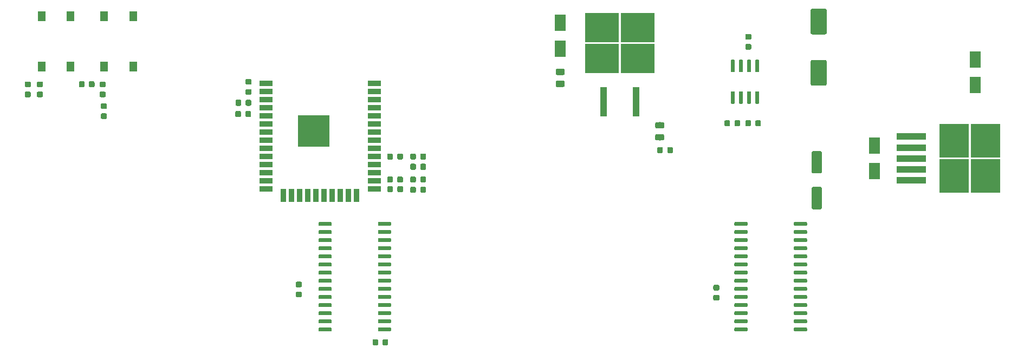
<source format=gbr>
G04 #@! TF.GenerationSoftware,KiCad,Pcbnew,(5.1.2-1)-1*
G04 #@! TF.CreationDate,2021-04-25T16:26:51+08:00*
G04 #@! TF.ProjectId,ESP32-Clock,45535033-322d-4436-9c6f-636b2e6b6963,rev?*
G04 #@! TF.SameCoordinates,Original*
G04 #@! TF.FileFunction,Paste,Top*
G04 #@! TF.FilePolarity,Positive*
%FSLAX46Y46*%
G04 Gerber Fmt 4.6, Leading zero omitted, Abs format (unit mm)*
G04 Created by KiCad (PCBNEW (5.1.2-1)-1) date 2021-04-25 16:26:51*
%MOMM*%
%LPD*%
G04 APERTURE LIST*
%ADD10C,0.100000*%
%ADD11C,0.975000*%
%ADD12C,0.600000*%
%ADD13C,2.500000*%
%ADD14C,0.875000*%
%ADD15C,1.600000*%
%ADD16R,1.800000X2.500000*%
%ADD17R,1.100000X4.600000*%
%ADD18R,5.250000X4.550000*%
%ADD19R,4.600000X1.100000*%
%ADD20R,4.550000X5.250000*%
%ADD21R,5.000000X5.000000*%
%ADD22R,2.000000X0.900000*%
%ADD23R,0.900000X2.000000*%
%ADD24R,1.300000X1.550000*%
G04 APERTURE END LIST*
D10*
G36*
X166580142Y-98351174D02*
G01*
X166603803Y-98354684D01*
X166627007Y-98360496D01*
X166649529Y-98368554D01*
X166671153Y-98378782D01*
X166691670Y-98391079D01*
X166710883Y-98405329D01*
X166728607Y-98421393D01*
X166744671Y-98439117D01*
X166758921Y-98458330D01*
X166771218Y-98478847D01*
X166781446Y-98500471D01*
X166789504Y-98522993D01*
X166795316Y-98546197D01*
X166798826Y-98569858D01*
X166800000Y-98593750D01*
X166800000Y-99081250D01*
X166798826Y-99105142D01*
X166795316Y-99128803D01*
X166789504Y-99152007D01*
X166781446Y-99174529D01*
X166771218Y-99196153D01*
X166758921Y-99216670D01*
X166744671Y-99235883D01*
X166728607Y-99253607D01*
X166710883Y-99269671D01*
X166691670Y-99283921D01*
X166671153Y-99296218D01*
X166649529Y-99306446D01*
X166627007Y-99314504D01*
X166603803Y-99320316D01*
X166580142Y-99323826D01*
X166556250Y-99325000D01*
X165643750Y-99325000D01*
X165619858Y-99323826D01*
X165596197Y-99320316D01*
X165572993Y-99314504D01*
X165550471Y-99306446D01*
X165528847Y-99296218D01*
X165508330Y-99283921D01*
X165489117Y-99269671D01*
X165471393Y-99253607D01*
X165455329Y-99235883D01*
X165441079Y-99216670D01*
X165428782Y-99196153D01*
X165418554Y-99174529D01*
X165410496Y-99152007D01*
X165404684Y-99128803D01*
X165401174Y-99105142D01*
X165400000Y-99081250D01*
X165400000Y-98593750D01*
X165401174Y-98569858D01*
X165404684Y-98546197D01*
X165410496Y-98522993D01*
X165418554Y-98500471D01*
X165428782Y-98478847D01*
X165441079Y-98458330D01*
X165455329Y-98439117D01*
X165471393Y-98421393D01*
X165489117Y-98405329D01*
X165508330Y-98391079D01*
X165528847Y-98378782D01*
X165550471Y-98368554D01*
X165572993Y-98360496D01*
X165596197Y-98354684D01*
X165619858Y-98351174D01*
X165643750Y-98350000D01*
X166556250Y-98350000D01*
X166580142Y-98351174D01*
X166580142Y-98351174D01*
G37*
D11*
X166100000Y-98837500D03*
D10*
G36*
X166580142Y-96476174D02*
G01*
X166603803Y-96479684D01*
X166627007Y-96485496D01*
X166649529Y-96493554D01*
X166671153Y-96503782D01*
X166691670Y-96516079D01*
X166710883Y-96530329D01*
X166728607Y-96546393D01*
X166744671Y-96564117D01*
X166758921Y-96583330D01*
X166771218Y-96603847D01*
X166781446Y-96625471D01*
X166789504Y-96647993D01*
X166795316Y-96671197D01*
X166798826Y-96694858D01*
X166800000Y-96718750D01*
X166800000Y-97206250D01*
X166798826Y-97230142D01*
X166795316Y-97253803D01*
X166789504Y-97277007D01*
X166781446Y-97299529D01*
X166771218Y-97321153D01*
X166758921Y-97341670D01*
X166744671Y-97360883D01*
X166728607Y-97378607D01*
X166710883Y-97394671D01*
X166691670Y-97408921D01*
X166671153Y-97421218D01*
X166649529Y-97431446D01*
X166627007Y-97439504D01*
X166603803Y-97445316D01*
X166580142Y-97448826D01*
X166556250Y-97450000D01*
X165643750Y-97450000D01*
X165619858Y-97448826D01*
X165596197Y-97445316D01*
X165572993Y-97439504D01*
X165550471Y-97431446D01*
X165528847Y-97421218D01*
X165508330Y-97408921D01*
X165489117Y-97394671D01*
X165471393Y-97378607D01*
X165455329Y-97360883D01*
X165441079Y-97341670D01*
X165428782Y-97321153D01*
X165418554Y-97299529D01*
X165410496Y-97277007D01*
X165404684Y-97253803D01*
X165401174Y-97230142D01*
X165400000Y-97206250D01*
X165400000Y-96718750D01*
X165401174Y-96694858D01*
X165404684Y-96671197D01*
X165410496Y-96647993D01*
X165418554Y-96625471D01*
X165428782Y-96603847D01*
X165441079Y-96583330D01*
X165455329Y-96564117D01*
X165471393Y-96546393D01*
X165489117Y-96530329D01*
X165508330Y-96516079D01*
X165528847Y-96503782D01*
X165550471Y-96493554D01*
X165572993Y-96485496D01*
X165596197Y-96479684D01*
X165619858Y-96476174D01*
X165643750Y-96475000D01*
X166556250Y-96475000D01*
X166580142Y-96476174D01*
X166580142Y-96476174D01*
G37*
D11*
X166100000Y-96962500D03*
D10*
G36*
X197069703Y-100000722D02*
G01*
X197084264Y-100002882D01*
X197098543Y-100006459D01*
X197112403Y-100011418D01*
X197125710Y-100017712D01*
X197138336Y-100025280D01*
X197150159Y-100034048D01*
X197161066Y-100043934D01*
X197170952Y-100054841D01*
X197179720Y-100066664D01*
X197187288Y-100079290D01*
X197193582Y-100092597D01*
X197198541Y-100106457D01*
X197202118Y-100120736D01*
X197204278Y-100135297D01*
X197205000Y-100150000D01*
X197205000Y-101800000D01*
X197204278Y-101814703D01*
X197202118Y-101829264D01*
X197198541Y-101843543D01*
X197193582Y-101857403D01*
X197187288Y-101870710D01*
X197179720Y-101883336D01*
X197170952Y-101895159D01*
X197161066Y-101906066D01*
X197150159Y-101915952D01*
X197138336Y-101924720D01*
X197125710Y-101932288D01*
X197112403Y-101938582D01*
X197098543Y-101943541D01*
X197084264Y-101947118D01*
X197069703Y-101949278D01*
X197055000Y-101950000D01*
X196755000Y-101950000D01*
X196740297Y-101949278D01*
X196725736Y-101947118D01*
X196711457Y-101943541D01*
X196697597Y-101938582D01*
X196684290Y-101932288D01*
X196671664Y-101924720D01*
X196659841Y-101915952D01*
X196648934Y-101906066D01*
X196639048Y-101895159D01*
X196630280Y-101883336D01*
X196622712Y-101870710D01*
X196616418Y-101857403D01*
X196611459Y-101843543D01*
X196607882Y-101829264D01*
X196605722Y-101814703D01*
X196605000Y-101800000D01*
X196605000Y-100150000D01*
X196605722Y-100135297D01*
X196607882Y-100120736D01*
X196611459Y-100106457D01*
X196616418Y-100092597D01*
X196622712Y-100079290D01*
X196630280Y-100066664D01*
X196639048Y-100054841D01*
X196648934Y-100043934D01*
X196659841Y-100034048D01*
X196671664Y-100025280D01*
X196684290Y-100017712D01*
X196697597Y-100011418D01*
X196711457Y-100006459D01*
X196725736Y-100002882D01*
X196740297Y-100000722D01*
X196755000Y-100000000D01*
X197055000Y-100000000D01*
X197069703Y-100000722D01*
X197069703Y-100000722D01*
G37*
D12*
X196905000Y-100975000D03*
D10*
G36*
X195799703Y-100000722D02*
G01*
X195814264Y-100002882D01*
X195828543Y-100006459D01*
X195842403Y-100011418D01*
X195855710Y-100017712D01*
X195868336Y-100025280D01*
X195880159Y-100034048D01*
X195891066Y-100043934D01*
X195900952Y-100054841D01*
X195909720Y-100066664D01*
X195917288Y-100079290D01*
X195923582Y-100092597D01*
X195928541Y-100106457D01*
X195932118Y-100120736D01*
X195934278Y-100135297D01*
X195935000Y-100150000D01*
X195935000Y-101800000D01*
X195934278Y-101814703D01*
X195932118Y-101829264D01*
X195928541Y-101843543D01*
X195923582Y-101857403D01*
X195917288Y-101870710D01*
X195909720Y-101883336D01*
X195900952Y-101895159D01*
X195891066Y-101906066D01*
X195880159Y-101915952D01*
X195868336Y-101924720D01*
X195855710Y-101932288D01*
X195842403Y-101938582D01*
X195828543Y-101943541D01*
X195814264Y-101947118D01*
X195799703Y-101949278D01*
X195785000Y-101950000D01*
X195485000Y-101950000D01*
X195470297Y-101949278D01*
X195455736Y-101947118D01*
X195441457Y-101943541D01*
X195427597Y-101938582D01*
X195414290Y-101932288D01*
X195401664Y-101924720D01*
X195389841Y-101915952D01*
X195378934Y-101906066D01*
X195369048Y-101895159D01*
X195360280Y-101883336D01*
X195352712Y-101870710D01*
X195346418Y-101857403D01*
X195341459Y-101843543D01*
X195337882Y-101829264D01*
X195335722Y-101814703D01*
X195335000Y-101800000D01*
X195335000Y-100150000D01*
X195335722Y-100135297D01*
X195337882Y-100120736D01*
X195341459Y-100106457D01*
X195346418Y-100092597D01*
X195352712Y-100079290D01*
X195360280Y-100066664D01*
X195369048Y-100054841D01*
X195378934Y-100043934D01*
X195389841Y-100034048D01*
X195401664Y-100025280D01*
X195414290Y-100017712D01*
X195427597Y-100011418D01*
X195441457Y-100006459D01*
X195455736Y-100002882D01*
X195470297Y-100000722D01*
X195485000Y-100000000D01*
X195785000Y-100000000D01*
X195799703Y-100000722D01*
X195799703Y-100000722D01*
G37*
D12*
X195635000Y-100975000D03*
D10*
G36*
X194529703Y-100000722D02*
G01*
X194544264Y-100002882D01*
X194558543Y-100006459D01*
X194572403Y-100011418D01*
X194585710Y-100017712D01*
X194598336Y-100025280D01*
X194610159Y-100034048D01*
X194621066Y-100043934D01*
X194630952Y-100054841D01*
X194639720Y-100066664D01*
X194647288Y-100079290D01*
X194653582Y-100092597D01*
X194658541Y-100106457D01*
X194662118Y-100120736D01*
X194664278Y-100135297D01*
X194665000Y-100150000D01*
X194665000Y-101800000D01*
X194664278Y-101814703D01*
X194662118Y-101829264D01*
X194658541Y-101843543D01*
X194653582Y-101857403D01*
X194647288Y-101870710D01*
X194639720Y-101883336D01*
X194630952Y-101895159D01*
X194621066Y-101906066D01*
X194610159Y-101915952D01*
X194598336Y-101924720D01*
X194585710Y-101932288D01*
X194572403Y-101938582D01*
X194558543Y-101943541D01*
X194544264Y-101947118D01*
X194529703Y-101949278D01*
X194515000Y-101950000D01*
X194215000Y-101950000D01*
X194200297Y-101949278D01*
X194185736Y-101947118D01*
X194171457Y-101943541D01*
X194157597Y-101938582D01*
X194144290Y-101932288D01*
X194131664Y-101924720D01*
X194119841Y-101915952D01*
X194108934Y-101906066D01*
X194099048Y-101895159D01*
X194090280Y-101883336D01*
X194082712Y-101870710D01*
X194076418Y-101857403D01*
X194071459Y-101843543D01*
X194067882Y-101829264D01*
X194065722Y-101814703D01*
X194065000Y-101800000D01*
X194065000Y-100150000D01*
X194065722Y-100135297D01*
X194067882Y-100120736D01*
X194071459Y-100106457D01*
X194076418Y-100092597D01*
X194082712Y-100079290D01*
X194090280Y-100066664D01*
X194099048Y-100054841D01*
X194108934Y-100043934D01*
X194119841Y-100034048D01*
X194131664Y-100025280D01*
X194144290Y-100017712D01*
X194157597Y-100011418D01*
X194171457Y-100006459D01*
X194185736Y-100002882D01*
X194200297Y-100000722D01*
X194215000Y-100000000D01*
X194515000Y-100000000D01*
X194529703Y-100000722D01*
X194529703Y-100000722D01*
G37*
D12*
X194365000Y-100975000D03*
D10*
G36*
X193259703Y-100000722D02*
G01*
X193274264Y-100002882D01*
X193288543Y-100006459D01*
X193302403Y-100011418D01*
X193315710Y-100017712D01*
X193328336Y-100025280D01*
X193340159Y-100034048D01*
X193351066Y-100043934D01*
X193360952Y-100054841D01*
X193369720Y-100066664D01*
X193377288Y-100079290D01*
X193383582Y-100092597D01*
X193388541Y-100106457D01*
X193392118Y-100120736D01*
X193394278Y-100135297D01*
X193395000Y-100150000D01*
X193395000Y-101800000D01*
X193394278Y-101814703D01*
X193392118Y-101829264D01*
X193388541Y-101843543D01*
X193383582Y-101857403D01*
X193377288Y-101870710D01*
X193369720Y-101883336D01*
X193360952Y-101895159D01*
X193351066Y-101906066D01*
X193340159Y-101915952D01*
X193328336Y-101924720D01*
X193315710Y-101932288D01*
X193302403Y-101938582D01*
X193288543Y-101943541D01*
X193274264Y-101947118D01*
X193259703Y-101949278D01*
X193245000Y-101950000D01*
X192945000Y-101950000D01*
X192930297Y-101949278D01*
X192915736Y-101947118D01*
X192901457Y-101943541D01*
X192887597Y-101938582D01*
X192874290Y-101932288D01*
X192861664Y-101924720D01*
X192849841Y-101915952D01*
X192838934Y-101906066D01*
X192829048Y-101895159D01*
X192820280Y-101883336D01*
X192812712Y-101870710D01*
X192806418Y-101857403D01*
X192801459Y-101843543D01*
X192797882Y-101829264D01*
X192795722Y-101814703D01*
X192795000Y-101800000D01*
X192795000Y-100150000D01*
X192795722Y-100135297D01*
X192797882Y-100120736D01*
X192801459Y-100106457D01*
X192806418Y-100092597D01*
X192812712Y-100079290D01*
X192820280Y-100066664D01*
X192829048Y-100054841D01*
X192838934Y-100043934D01*
X192849841Y-100034048D01*
X192861664Y-100025280D01*
X192874290Y-100017712D01*
X192887597Y-100011418D01*
X192901457Y-100006459D01*
X192915736Y-100002882D01*
X192930297Y-100000722D01*
X192945000Y-100000000D01*
X193245000Y-100000000D01*
X193259703Y-100000722D01*
X193259703Y-100000722D01*
G37*
D12*
X193095000Y-100975000D03*
D10*
G36*
X193259703Y-95050722D02*
G01*
X193274264Y-95052882D01*
X193288543Y-95056459D01*
X193302403Y-95061418D01*
X193315710Y-95067712D01*
X193328336Y-95075280D01*
X193340159Y-95084048D01*
X193351066Y-95093934D01*
X193360952Y-95104841D01*
X193369720Y-95116664D01*
X193377288Y-95129290D01*
X193383582Y-95142597D01*
X193388541Y-95156457D01*
X193392118Y-95170736D01*
X193394278Y-95185297D01*
X193395000Y-95200000D01*
X193395000Y-96850000D01*
X193394278Y-96864703D01*
X193392118Y-96879264D01*
X193388541Y-96893543D01*
X193383582Y-96907403D01*
X193377288Y-96920710D01*
X193369720Y-96933336D01*
X193360952Y-96945159D01*
X193351066Y-96956066D01*
X193340159Y-96965952D01*
X193328336Y-96974720D01*
X193315710Y-96982288D01*
X193302403Y-96988582D01*
X193288543Y-96993541D01*
X193274264Y-96997118D01*
X193259703Y-96999278D01*
X193245000Y-97000000D01*
X192945000Y-97000000D01*
X192930297Y-96999278D01*
X192915736Y-96997118D01*
X192901457Y-96993541D01*
X192887597Y-96988582D01*
X192874290Y-96982288D01*
X192861664Y-96974720D01*
X192849841Y-96965952D01*
X192838934Y-96956066D01*
X192829048Y-96945159D01*
X192820280Y-96933336D01*
X192812712Y-96920710D01*
X192806418Y-96907403D01*
X192801459Y-96893543D01*
X192797882Y-96879264D01*
X192795722Y-96864703D01*
X192795000Y-96850000D01*
X192795000Y-95200000D01*
X192795722Y-95185297D01*
X192797882Y-95170736D01*
X192801459Y-95156457D01*
X192806418Y-95142597D01*
X192812712Y-95129290D01*
X192820280Y-95116664D01*
X192829048Y-95104841D01*
X192838934Y-95093934D01*
X192849841Y-95084048D01*
X192861664Y-95075280D01*
X192874290Y-95067712D01*
X192887597Y-95061418D01*
X192901457Y-95056459D01*
X192915736Y-95052882D01*
X192930297Y-95050722D01*
X192945000Y-95050000D01*
X193245000Y-95050000D01*
X193259703Y-95050722D01*
X193259703Y-95050722D01*
G37*
D12*
X193095000Y-96025000D03*
D10*
G36*
X194529703Y-95050722D02*
G01*
X194544264Y-95052882D01*
X194558543Y-95056459D01*
X194572403Y-95061418D01*
X194585710Y-95067712D01*
X194598336Y-95075280D01*
X194610159Y-95084048D01*
X194621066Y-95093934D01*
X194630952Y-95104841D01*
X194639720Y-95116664D01*
X194647288Y-95129290D01*
X194653582Y-95142597D01*
X194658541Y-95156457D01*
X194662118Y-95170736D01*
X194664278Y-95185297D01*
X194665000Y-95200000D01*
X194665000Y-96850000D01*
X194664278Y-96864703D01*
X194662118Y-96879264D01*
X194658541Y-96893543D01*
X194653582Y-96907403D01*
X194647288Y-96920710D01*
X194639720Y-96933336D01*
X194630952Y-96945159D01*
X194621066Y-96956066D01*
X194610159Y-96965952D01*
X194598336Y-96974720D01*
X194585710Y-96982288D01*
X194572403Y-96988582D01*
X194558543Y-96993541D01*
X194544264Y-96997118D01*
X194529703Y-96999278D01*
X194515000Y-97000000D01*
X194215000Y-97000000D01*
X194200297Y-96999278D01*
X194185736Y-96997118D01*
X194171457Y-96993541D01*
X194157597Y-96988582D01*
X194144290Y-96982288D01*
X194131664Y-96974720D01*
X194119841Y-96965952D01*
X194108934Y-96956066D01*
X194099048Y-96945159D01*
X194090280Y-96933336D01*
X194082712Y-96920710D01*
X194076418Y-96907403D01*
X194071459Y-96893543D01*
X194067882Y-96879264D01*
X194065722Y-96864703D01*
X194065000Y-96850000D01*
X194065000Y-95200000D01*
X194065722Y-95185297D01*
X194067882Y-95170736D01*
X194071459Y-95156457D01*
X194076418Y-95142597D01*
X194082712Y-95129290D01*
X194090280Y-95116664D01*
X194099048Y-95104841D01*
X194108934Y-95093934D01*
X194119841Y-95084048D01*
X194131664Y-95075280D01*
X194144290Y-95067712D01*
X194157597Y-95061418D01*
X194171457Y-95056459D01*
X194185736Y-95052882D01*
X194200297Y-95050722D01*
X194215000Y-95050000D01*
X194515000Y-95050000D01*
X194529703Y-95050722D01*
X194529703Y-95050722D01*
G37*
D12*
X194365000Y-96025000D03*
D10*
G36*
X195799703Y-95050722D02*
G01*
X195814264Y-95052882D01*
X195828543Y-95056459D01*
X195842403Y-95061418D01*
X195855710Y-95067712D01*
X195868336Y-95075280D01*
X195880159Y-95084048D01*
X195891066Y-95093934D01*
X195900952Y-95104841D01*
X195909720Y-95116664D01*
X195917288Y-95129290D01*
X195923582Y-95142597D01*
X195928541Y-95156457D01*
X195932118Y-95170736D01*
X195934278Y-95185297D01*
X195935000Y-95200000D01*
X195935000Y-96850000D01*
X195934278Y-96864703D01*
X195932118Y-96879264D01*
X195928541Y-96893543D01*
X195923582Y-96907403D01*
X195917288Y-96920710D01*
X195909720Y-96933336D01*
X195900952Y-96945159D01*
X195891066Y-96956066D01*
X195880159Y-96965952D01*
X195868336Y-96974720D01*
X195855710Y-96982288D01*
X195842403Y-96988582D01*
X195828543Y-96993541D01*
X195814264Y-96997118D01*
X195799703Y-96999278D01*
X195785000Y-97000000D01*
X195485000Y-97000000D01*
X195470297Y-96999278D01*
X195455736Y-96997118D01*
X195441457Y-96993541D01*
X195427597Y-96988582D01*
X195414290Y-96982288D01*
X195401664Y-96974720D01*
X195389841Y-96965952D01*
X195378934Y-96956066D01*
X195369048Y-96945159D01*
X195360280Y-96933336D01*
X195352712Y-96920710D01*
X195346418Y-96907403D01*
X195341459Y-96893543D01*
X195337882Y-96879264D01*
X195335722Y-96864703D01*
X195335000Y-96850000D01*
X195335000Y-95200000D01*
X195335722Y-95185297D01*
X195337882Y-95170736D01*
X195341459Y-95156457D01*
X195346418Y-95142597D01*
X195352712Y-95129290D01*
X195360280Y-95116664D01*
X195369048Y-95104841D01*
X195378934Y-95093934D01*
X195389841Y-95084048D01*
X195401664Y-95075280D01*
X195414290Y-95067712D01*
X195427597Y-95061418D01*
X195441457Y-95056459D01*
X195455736Y-95052882D01*
X195470297Y-95050722D01*
X195485000Y-95050000D01*
X195785000Y-95050000D01*
X195799703Y-95050722D01*
X195799703Y-95050722D01*
G37*
D12*
X195635000Y-96025000D03*
D10*
G36*
X197069703Y-95050722D02*
G01*
X197084264Y-95052882D01*
X197098543Y-95056459D01*
X197112403Y-95061418D01*
X197125710Y-95067712D01*
X197138336Y-95075280D01*
X197150159Y-95084048D01*
X197161066Y-95093934D01*
X197170952Y-95104841D01*
X197179720Y-95116664D01*
X197187288Y-95129290D01*
X197193582Y-95142597D01*
X197198541Y-95156457D01*
X197202118Y-95170736D01*
X197204278Y-95185297D01*
X197205000Y-95200000D01*
X197205000Y-96850000D01*
X197204278Y-96864703D01*
X197202118Y-96879264D01*
X197198541Y-96893543D01*
X197193582Y-96907403D01*
X197187288Y-96920710D01*
X197179720Y-96933336D01*
X197170952Y-96945159D01*
X197161066Y-96956066D01*
X197150159Y-96965952D01*
X197138336Y-96974720D01*
X197125710Y-96982288D01*
X197112403Y-96988582D01*
X197098543Y-96993541D01*
X197084264Y-96997118D01*
X197069703Y-96999278D01*
X197055000Y-97000000D01*
X196755000Y-97000000D01*
X196740297Y-96999278D01*
X196725736Y-96997118D01*
X196711457Y-96993541D01*
X196697597Y-96988582D01*
X196684290Y-96982288D01*
X196671664Y-96974720D01*
X196659841Y-96965952D01*
X196648934Y-96956066D01*
X196639048Y-96945159D01*
X196630280Y-96933336D01*
X196622712Y-96920710D01*
X196616418Y-96907403D01*
X196611459Y-96893543D01*
X196607882Y-96879264D01*
X196605722Y-96864703D01*
X196605000Y-96850000D01*
X196605000Y-95200000D01*
X196605722Y-95185297D01*
X196607882Y-95170736D01*
X196611459Y-95156457D01*
X196616418Y-95142597D01*
X196622712Y-95129290D01*
X196630280Y-95116664D01*
X196639048Y-95104841D01*
X196648934Y-95093934D01*
X196659841Y-95084048D01*
X196671664Y-95075280D01*
X196684290Y-95067712D01*
X196697597Y-95061418D01*
X196711457Y-95056459D01*
X196725736Y-95052882D01*
X196740297Y-95050722D01*
X196755000Y-95050000D01*
X197055000Y-95050000D01*
X197069703Y-95050722D01*
X197069703Y-95050722D01*
G37*
D12*
X196905000Y-96025000D03*
D10*
G36*
X207524504Y-95101204D02*
G01*
X207548773Y-95104804D01*
X207572571Y-95110765D01*
X207595671Y-95119030D01*
X207617849Y-95129520D01*
X207638893Y-95142133D01*
X207658598Y-95156747D01*
X207676777Y-95173223D01*
X207693253Y-95191402D01*
X207707867Y-95211107D01*
X207720480Y-95232151D01*
X207730970Y-95254329D01*
X207739235Y-95277429D01*
X207745196Y-95301227D01*
X207748796Y-95325496D01*
X207750000Y-95350000D01*
X207750000Y-98850000D01*
X207748796Y-98874504D01*
X207745196Y-98898773D01*
X207739235Y-98922571D01*
X207730970Y-98945671D01*
X207720480Y-98967849D01*
X207707867Y-98988893D01*
X207693253Y-99008598D01*
X207676777Y-99026777D01*
X207658598Y-99043253D01*
X207638893Y-99057867D01*
X207617849Y-99070480D01*
X207595671Y-99080970D01*
X207572571Y-99089235D01*
X207548773Y-99095196D01*
X207524504Y-99098796D01*
X207500000Y-99100000D01*
X205500000Y-99100000D01*
X205475496Y-99098796D01*
X205451227Y-99095196D01*
X205427429Y-99089235D01*
X205404329Y-99080970D01*
X205382151Y-99070480D01*
X205361107Y-99057867D01*
X205341402Y-99043253D01*
X205323223Y-99026777D01*
X205306747Y-99008598D01*
X205292133Y-98988893D01*
X205279520Y-98967849D01*
X205269030Y-98945671D01*
X205260765Y-98922571D01*
X205254804Y-98898773D01*
X205251204Y-98874504D01*
X205250000Y-98850000D01*
X205250000Y-95350000D01*
X205251204Y-95325496D01*
X205254804Y-95301227D01*
X205260765Y-95277429D01*
X205269030Y-95254329D01*
X205279520Y-95232151D01*
X205292133Y-95211107D01*
X205306747Y-95191402D01*
X205323223Y-95173223D01*
X205341402Y-95156747D01*
X205361107Y-95142133D01*
X205382151Y-95129520D01*
X205404329Y-95119030D01*
X205427429Y-95110765D01*
X205451227Y-95104804D01*
X205475496Y-95101204D01*
X205500000Y-95100000D01*
X207500000Y-95100000D01*
X207524504Y-95101204D01*
X207524504Y-95101204D01*
G37*
D13*
X206500000Y-97100000D03*
D10*
G36*
X207524504Y-87101204D02*
G01*
X207548773Y-87104804D01*
X207572571Y-87110765D01*
X207595671Y-87119030D01*
X207617849Y-87129520D01*
X207638893Y-87142133D01*
X207658598Y-87156747D01*
X207676777Y-87173223D01*
X207693253Y-87191402D01*
X207707867Y-87211107D01*
X207720480Y-87232151D01*
X207730970Y-87254329D01*
X207739235Y-87277429D01*
X207745196Y-87301227D01*
X207748796Y-87325496D01*
X207750000Y-87350000D01*
X207750000Y-90850000D01*
X207748796Y-90874504D01*
X207745196Y-90898773D01*
X207739235Y-90922571D01*
X207730970Y-90945671D01*
X207720480Y-90967849D01*
X207707867Y-90988893D01*
X207693253Y-91008598D01*
X207676777Y-91026777D01*
X207658598Y-91043253D01*
X207638893Y-91057867D01*
X207617849Y-91070480D01*
X207595671Y-91080970D01*
X207572571Y-91089235D01*
X207548773Y-91095196D01*
X207524504Y-91098796D01*
X207500000Y-91100000D01*
X205500000Y-91100000D01*
X205475496Y-91098796D01*
X205451227Y-91095196D01*
X205427429Y-91089235D01*
X205404329Y-91080970D01*
X205382151Y-91070480D01*
X205361107Y-91057867D01*
X205341402Y-91043253D01*
X205323223Y-91026777D01*
X205306747Y-91008598D01*
X205292133Y-90988893D01*
X205279520Y-90967849D01*
X205269030Y-90945671D01*
X205260765Y-90922571D01*
X205254804Y-90898773D01*
X205251204Y-90874504D01*
X205250000Y-90850000D01*
X205250000Y-87350000D01*
X205251204Y-87325496D01*
X205254804Y-87301227D01*
X205260765Y-87277429D01*
X205269030Y-87254329D01*
X205279520Y-87232151D01*
X205292133Y-87211107D01*
X205306747Y-87191402D01*
X205323223Y-87173223D01*
X205341402Y-87156747D01*
X205361107Y-87142133D01*
X205382151Y-87129520D01*
X205404329Y-87119030D01*
X205427429Y-87110765D01*
X205451227Y-87104804D01*
X205475496Y-87101204D01*
X205500000Y-87100000D01*
X207500000Y-87100000D01*
X207524504Y-87101204D01*
X207524504Y-87101204D01*
G37*
D13*
X206500000Y-89100000D03*
D10*
G36*
X195777691Y-91026053D02*
G01*
X195798926Y-91029203D01*
X195819750Y-91034419D01*
X195839962Y-91041651D01*
X195859368Y-91050830D01*
X195877781Y-91061866D01*
X195895024Y-91074654D01*
X195910930Y-91089070D01*
X195925346Y-91104976D01*
X195938134Y-91122219D01*
X195949170Y-91140632D01*
X195958349Y-91160038D01*
X195965581Y-91180250D01*
X195970797Y-91201074D01*
X195973947Y-91222309D01*
X195975000Y-91243750D01*
X195975000Y-91681250D01*
X195973947Y-91702691D01*
X195970797Y-91723926D01*
X195965581Y-91744750D01*
X195958349Y-91764962D01*
X195949170Y-91784368D01*
X195938134Y-91802781D01*
X195925346Y-91820024D01*
X195910930Y-91835930D01*
X195895024Y-91850346D01*
X195877781Y-91863134D01*
X195859368Y-91874170D01*
X195839962Y-91883349D01*
X195819750Y-91890581D01*
X195798926Y-91895797D01*
X195777691Y-91898947D01*
X195756250Y-91900000D01*
X195243750Y-91900000D01*
X195222309Y-91898947D01*
X195201074Y-91895797D01*
X195180250Y-91890581D01*
X195160038Y-91883349D01*
X195140632Y-91874170D01*
X195122219Y-91863134D01*
X195104976Y-91850346D01*
X195089070Y-91835930D01*
X195074654Y-91820024D01*
X195061866Y-91802781D01*
X195050830Y-91784368D01*
X195041651Y-91764962D01*
X195034419Y-91744750D01*
X195029203Y-91723926D01*
X195026053Y-91702691D01*
X195025000Y-91681250D01*
X195025000Y-91243750D01*
X195026053Y-91222309D01*
X195029203Y-91201074D01*
X195034419Y-91180250D01*
X195041651Y-91160038D01*
X195050830Y-91140632D01*
X195061866Y-91122219D01*
X195074654Y-91104976D01*
X195089070Y-91089070D01*
X195104976Y-91074654D01*
X195122219Y-91061866D01*
X195140632Y-91050830D01*
X195160038Y-91041651D01*
X195180250Y-91034419D01*
X195201074Y-91029203D01*
X195222309Y-91026053D01*
X195243750Y-91025000D01*
X195756250Y-91025000D01*
X195777691Y-91026053D01*
X195777691Y-91026053D01*
G37*
D14*
X195500000Y-91462500D03*
D10*
G36*
X195777691Y-92601053D02*
G01*
X195798926Y-92604203D01*
X195819750Y-92609419D01*
X195839962Y-92616651D01*
X195859368Y-92625830D01*
X195877781Y-92636866D01*
X195895024Y-92649654D01*
X195910930Y-92664070D01*
X195925346Y-92679976D01*
X195938134Y-92697219D01*
X195949170Y-92715632D01*
X195958349Y-92735038D01*
X195965581Y-92755250D01*
X195970797Y-92776074D01*
X195973947Y-92797309D01*
X195975000Y-92818750D01*
X195975000Y-93256250D01*
X195973947Y-93277691D01*
X195970797Y-93298926D01*
X195965581Y-93319750D01*
X195958349Y-93339962D01*
X195949170Y-93359368D01*
X195938134Y-93377781D01*
X195925346Y-93395024D01*
X195910930Y-93410930D01*
X195895024Y-93425346D01*
X195877781Y-93438134D01*
X195859368Y-93449170D01*
X195839962Y-93458349D01*
X195819750Y-93465581D01*
X195798926Y-93470797D01*
X195777691Y-93473947D01*
X195756250Y-93475000D01*
X195243750Y-93475000D01*
X195222309Y-93473947D01*
X195201074Y-93470797D01*
X195180250Y-93465581D01*
X195160038Y-93458349D01*
X195140632Y-93449170D01*
X195122219Y-93438134D01*
X195104976Y-93425346D01*
X195089070Y-93410930D01*
X195074654Y-93395024D01*
X195061866Y-93377781D01*
X195050830Y-93359368D01*
X195041651Y-93339962D01*
X195034419Y-93319750D01*
X195029203Y-93298926D01*
X195026053Y-93277691D01*
X195025000Y-93256250D01*
X195025000Y-92818750D01*
X195026053Y-92797309D01*
X195029203Y-92776074D01*
X195034419Y-92755250D01*
X195041651Y-92735038D01*
X195050830Y-92715632D01*
X195061866Y-92697219D01*
X195074654Y-92679976D01*
X195089070Y-92664070D01*
X195104976Y-92649654D01*
X195122219Y-92636866D01*
X195140632Y-92625830D01*
X195160038Y-92616651D01*
X195180250Y-92609419D01*
X195201074Y-92604203D01*
X195222309Y-92601053D01*
X195243750Y-92600000D01*
X195756250Y-92600000D01*
X195777691Y-92601053D01*
X195777691Y-92601053D01*
G37*
D14*
X195500000Y-93037500D03*
D10*
G36*
X116015191Y-103076053D02*
G01*
X116036426Y-103079203D01*
X116057250Y-103084419D01*
X116077462Y-103091651D01*
X116096868Y-103100830D01*
X116115281Y-103111866D01*
X116132524Y-103124654D01*
X116148430Y-103139070D01*
X116162846Y-103154976D01*
X116175634Y-103172219D01*
X116186670Y-103190632D01*
X116195849Y-103210038D01*
X116203081Y-103230250D01*
X116208297Y-103251074D01*
X116211447Y-103272309D01*
X116212500Y-103293750D01*
X116212500Y-103806250D01*
X116211447Y-103827691D01*
X116208297Y-103848926D01*
X116203081Y-103869750D01*
X116195849Y-103889962D01*
X116186670Y-103909368D01*
X116175634Y-103927781D01*
X116162846Y-103945024D01*
X116148430Y-103960930D01*
X116132524Y-103975346D01*
X116115281Y-103988134D01*
X116096868Y-103999170D01*
X116077462Y-104008349D01*
X116057250Y-104015581D01*
X116036426Y-104020797D01*
X116015191Y-104023947D01*
X115993750Y-104025000D01*
X115556250Y-104025000D01*
X115534809Y-104023947D01*
X115513574Y-104020797D01*
X115492750Y-104015581D01*
X115472538Y-104008349D01*
X115453132Y-103999170D01*
X115434719Y-103988134D01*
X115417476Y-103975346D01*
X115401570Y-103960930D01*
X115387154Y-103945024D01*
X115374366Y-103927781D01*
X115363330Y-103909368D01*
X115354151Y-103889962D01*
X115346919Y-103869750D01*
X115341703Y-103848926D01*
X115338553Y-103827691D01*
X115337500Y-103806250D01*
X115337500Y-103293750D01*
X115338553Y-103272309D01*
X115341703Y-103251074D01*
X115346919Y-103230250D01*
X115354151Y-103210038D01*
X115363330Y-103190632D01*
X115374366Y-103172219D01*
X115387154Y-103154976D01*
X115401570Y-103139070D01*
X115417476Y-103124654D01*
X115434719Y-103111866D01*
X115453132Y-103100830D01*
X115472538Y-103091651D01*
X115492750Y-103084419D01*
X115513574Y-103079203D01*
X115534809Y-103076053D01*
X115556250Y-103075000D01*
X115993750Y-103075000D01*
X116015191Y-103076053D01*
X116015191Y-103076053D01*
G37*
D14*
X115775000Y-103550000D03*
D10*
G36*
X117590191Y-103076053D02*
G01*
X117611426Y-103079203D01*
X117632250Y-103084419D01*
X117652462Y-103091651D01*
X117671868Y-103100830D01*
X117690281Y-103111866D01*
X117707524Y-103124654D01*
X117723430Y-103139070D01*
X117737846Y-103154976D01*
X117750634Y-103172219D01*
X117761670Y-103190632D01*
X117770849Y-103210038D01*
X117778081Y-103230250D01*
X117783297Y-103251074D01*
X117786447Y-103272309D01*
X117787500Y-103293750D01*
X117787500Y-103806250D01*
X117786447Y-103827691D01*
X117783297Y-103848926D01*
X117778081Y-103869750D01*
X117770849Y-103889962D01*
X117761670Y-103909368D01*
X117750634Y-103927781D01*
X117737846Y-103945024D01*
X117723430Y-103960930D01*
X117707524Y-103975346D01*
X117690281Y-103988134D01*
X117671868Y-103999170D01*
X117652462Y-104008349D01*
X117632250Y-104015581D01*
X117611426Y-104020797D01*
X117590191Y-104023947D01*
X117568750Y-104025000D01*
X117131250Y-104025000D01*
X117109809Y-104023947D01*
X117088574Y-104020797D01*
X117067750Y-104015581D01*
X117047538Y-104008349D01*
X117028132Y-103999170D01*
X117009719Y-103988134D01*
X116992476Y-103975346D01*
X116976570Y-103960930D01*
X116962154Y-103945024D01*
X116949366Y-103927781D01*
X116938330Y-103909368D01*
X116929151Y-103889962D01*
X116921919Y-103869750D01*
X116916703Y-103848926D01*
X116913553Y-103827691D01*
X116912500Y-103806250D01*
X116912500Y-103293750D01*
X116913553Y-103272309D01*
X116916703Y-103251074D01*
X116921919Y-103230250D01*
X116929151Y-103210038D01*
X116938330Y-103190632D01*
X116949366Y-103172219D01*
X116962154Y-103154976D01*
X116976570Y-103139070D01*
X116992476Y-103124654D01*
X117009719Y-103111866D01*
X117028132Y-103100830D01*
X117047538Y-103091651D01*
X117067750Y-103084419D01*
X117088574Y-103079203D01*
X117109809Y-103076053D01*
X117131250Y-103075000D01*
X117568750Y-103075000D01*
X117590191Y-103076053D01*
X117590191Y-103076053D01*
G37*
D14*
X117350000Y-103550000D03*
D10*
G36*
X206774504Y-109351204D02*
G01*
X206798773Y-109354804D01*
X206822571Y-109360765D01*
X206845671Y-109369030D01*
X206867849Y-109379520D01*
X206888893Y-109392133D01*
X206908598Y-109406747D01*
X206926777Y-109423223D01*
X206943253Y-109441402D01*
X206957867Y-109461107D01*
X206970480Y-109482151D01*
X206980970Y-109504329D01*
X206989235Y-109527429D01*
X206995196Y-109551227D01*
X206998796Y-109575496D01*
X207000000Y-109600000D01*
X207000000Y-112600000D01*
X206998796Y-112624504D01*
X206995196Y-112648773D01*
X206989235Y-112672571D01*
X206980970Y-112695671D01*
X206970480Y-112717849D01*
X206957867Y-112738893D01*
X206943253Y-112758598D01*
X206926777Y-112776777D01*
X206908598Y-112793253D01*
X206888893Y-112807867D01*
X206867849Y-112820480D01*
X206845671Y-112830970D01*
X206822571Y-112839235D01*
X206798773Y-112845196D01*
X206774504Y-112848796D01*
X206750000Y-112850000D01*
X205650000Y-112850000D01*
X205625496Y-112848796D01*
X205601227Y-112845196D01*
X205577429Y-112839235D01*
X205554329Y-112830970D01*
X205532151Y-112820480D01*
X205511107Y-112807867D01*
X205491402Y-112793253D01*
X205473223Y-112776777D01*
X205456747Y-112758598D01*
X205442133Y-112738893D01*
X205429520Y-112717849D01*
X205419030Y-112695671D01*
X205410765Y-112672571D01*
X205404804Y-112648773D01*
X205401204Y-112624504D01*
X205400000Y-112600000D01*
X205400000Y-109600000D01*
X205401204Y-109575496D01*
X205404804Y-109551227D01*
X205410765Y-109527429D01*
X205419030Y-109504329D01*
X205429520Y-109482151D01*
X205442133Y-109461107D01*
X205456747Y-109441402D01*
X205473223Y-109423223D01*
X205491402Y-109406747D01*
X205511107Y-109392133D01*
X205532151Y-109379520D01*
X205554329Y-109369030D01*
X205577429Y-109360765D01*
X205601227Y-109354804D01*
X205625496Y-109351204D01*
X205650000Y-109350000D01*
X206750000Y-109350000D01*
X206774504Y-109351204D01*
X206774504Y-109351204D01*
G37*
D15*
X206200000Y-111100000D03*
D10*
G36*
X206774504Y-114951204D02*
G01*
X206798773Y-114954804D01*
X206822571Y-114960765D01*
X206845671Y-114969030D01*
X206867849Y-114979520D01*
X206888893Y-114992133D01*
X206908598Y-115006747D01*
X206926777Y-115023223D01*
X206943253Y-115041402D01*
X206957867Y-115061107D01*
X206970480Y-115082151D01*
X206980970Y-115104329D01*
X206989235Y-115127429D01*
X206995196Y-115151227D01*
X206998796Y-115175496D01*
X207000000Y-115200000D01*
X207000000Y-118200000D01*
X206998796Y-118224504D01*
X206995196Y-118248773D01*
X206989235Y-118272571D01*
X206980970Y-118295671D01*
X206970480Y-118317849D01*
X206957867Y-118338893D01*
X206943253Y-118358598D01*
X206926777Y-118376777D01*
X206908598Y-118393253D01*
X206888893Y-118407867D01*
X206867849Y-118420480D01*
X206845671Y-118430970D01*
X206822571Y-118439235D01*
X206798773Y-118445196D01*
X206774504Y-118448796D01*
X206750000Y-118450000D01*
X205650000Y-118450000D01*
X205625496Y-118448796D01*
X205601227Y-118445196D01*
X205577429Y-118439235D01*
X205554329Y-118430970D01*
X205532151Y-118420480D01*
X205511107Y-118407867D01*
X205491402Y-118393253D01*
X205473223Y-118376777D01*
X205456747Y-118358598D01*
X205442133Y-118338893D01*
X205429520Y-118317849D01*
X205419030Y-118295671D01*
X205410765Y-118272571D01*
X205404804Y-118248773D01*
X205401204Y-118224504D01*
X205400000Y-118200000D01*
X205400000Y-115200000D01*
X205401204Y-115175496D01*
X205404804Y-115151227D01*
X205410765Y-115127429D01*
X205419030Y-115104329D01*
X205429520Y-115082151D01*
X205442133Y-115061107D01*
X205456747Y-115041402D01*
X205473223Y-115023223D01*
X205491402Y-115006747D01*
X205511107Y-114992133D01*
X205532151Y-114979520D01*
X205554329Y-114969030D01*
X205577429Y-114960765D01*
X205601227Y-114954804D01*
X205625496Y-114951204D01*
X205650000Y-114950000D01*
X206750000Y-114950000D01*
X206774504Y-114951204D01*
X206774504Y-114951204D01*
G37*
D15*
X206200000Y-116700000D03*
D10*
G36*
X190777691Y-130276053D02*
G01*
X190798926Y-130279203D01*
X190819750Y-130284419D01*
X190839962Y-130291651D01*
X190859368Y-130300830D01*
X190877781Y-130311866D01*
X190895024Y-130324654D01*
X190910930Y-130339070D01*
X190925346Y-130354976D01*
X190938134Y-130372219D01*
X190949170Y-130390632D01*
X190958349Y-130410038D01*
X190965581Y-130430250D01*
X190970797Y-130451074D01*
X190973947Y-130472309D01*
X190975000Y-130493750D01*
X190975000Y-130931250D01*
X190973947Y-130952691D01*
X190970797Y-130973926D01*
X190965581Y-130994750D01*
X190958349Y-131014962D01*
X190949170Y-131034368D01*
X190938134Y-131052781D01*
X190925346Y-131070024D01*
X190910930Y-131085930D01*
X190895024Y-131100346D01*
X190877781Y-131113134D01*
X190859368Y-131124170D01*
X190839962Y-131133349D01*
X190819750Y-131140581D01*
X190798926Y-131145797D01*
X190777691Y-131148947D01*
X190756250Y-131150000D01*
X190243750Y-131150000D01*
X190222309Y-131148947D01*
X190201074Y-131145797D01*
X190180250Y-131140581D01*
X190160038Y-131133349D01*
X190140632Y-131124170D01*
X190122219Y-131113134D01*
X190104976Y-131100346D01*
X190089070Y-131085930D01*
X190074654Y-131070024D01*
X190061866Y-131052781D01*
X190050830Y-131034368D01*
X190041651Y-131014962D01*
X190034419Y-130994750D01*
X190029203Y-130973926D01*
X190026053Y-130952691D01*
X190025000Y-130931250D01*
X190025000Y-130493750D01*
X190026053Y-130472309D01*
X190029203Y-130451074D01*
X190034419Y-130430250D01*
X190041651Y-130410038D01*
X190050830Y-130390632D01*
X190061866Y-130372219D01*
X190074654Y-130354976D01*
X190089070Y-130339070D01*
X190104976Y-130324654D01*
X190122219Y-130311866D01*
X190140632Y-130300830D01*
X190160038Y-130291651D01*
X190180250Y-130284419D01*
X190201074Y-130279203D01*
X190222309Y-130276053D01*
X190243750Y-130275000D01*
X190756250Y-130275000D01*
X190777691Y-130276053D01*
X190777691Y-130276053D01*
G37*
D14*
X190500000Y-130712500D03*
D10*
G36*
X190777691Y-131851053D02*
G01*
X190798926Y-131854203D01*
X190819750Y-131859419D01*
X190839962Y-131866651D01*
X190859368Y-131875830D01*
X190877781Y-131886866D01*
X190895024Y-131899654D01*
X190910930Y-131914070D01*
X190925346Y-131929976D01*
X190938134Y-131947219D01*
X190949170Y-131965632D01*
X190958349Y-131985038D01*
X190965581Y-132005250D01*
X190970797Y-132026074D01*
X190973947Y-132047309D01*
X190975000Y-132068750D01*
X190975000Y-132506250D01*
X190973947Y-132527691D01*
X190970797Y-132548926D01*
X190965581Y-132569750D01*
X190958349Y-132589962D01*
X190949170Y-132609368D01*
X190938134Y-132627781D01*
X190925346Y-132645024D01*
X190910930Y-132660930D01*
X190895024Y-132675346D01*
X190877781Y-132688134D01*
X190859368Y-132699170D01*
X190839962Y-132708349D01*
X190819750Y-132715581D01*
X190798926Y-132720797D01*
X190777691Y-132723947D01*
X190756250Y-132725000D01*
X190243750Y-132725000D01*
X190222309Y-132723947D01*
X190201074Y-132720797D01*
X190180250Y-132715581D01*
X190160038Y-132708349D01*
X190140632Y-132699170D01*
X190122219Y-132688134D01*
X190104976Y-132675346D01*
X190089070Y-132660930D01*
X190074654Y-132645024D01*
X190061866Y-132627781D01*
X190050830Y-132609368D01*
X190041651Y-132589962D01*
X190034419Y-132569750D01*
X190029203Y-132548926D01*
X190026053Y-132527691D01*
X190025000Y-132506250D01*
X190025000Y-132068750D01*
X190026053Y-132047309D01*
X190029203Y-132026074D01*
X190034419Y-132005250D01*
X190041651Y-131985038D01*
X190050830Y-131965632D01*
X190061866Y-131947219D01*
X190074654Y-131929976D01*
X190089070Y-131914070D01*
X190104976Y-131899654D01*
X190122219Y-131886866D01*
X190140632Y-131875830D01*
X190160038Y-131866651D01*
X190180250Y-131859419D01*
X190201074Y-131854203D01*
X190222309Y-131851053D01*
X190243750Y-131850000D01*
X190756250Y-131850000D01*
X190777691Y-131851053D01*
X190777691Y-131851053D01*
G37*
D14*
X190500000Y-132287500D03*
D10*
G36*
X181952691Y-108726053D02*
G01*
X181973926Y-108729203D01*
X181994750Y-108734419D01*
X182014962Y-108741651D01*
X182034368Y-108750830D01*
X182052781Y-108761866D01*
X182070024Y-108774654D01*
X182085930Y-108789070D01*
X182100346Y-108804976D01*
X182113134Y-108822219D01*
X182124170Y-108840632D01*
X182133349Y-108860038D01*
X182140581Y-108880250D01*
X182145797Y-108901074D01*
X182148947Y-108922309D01*
X182150000Y-108943750D01*
X182150000Y-109456250D01*
X182148947Y-109477691D01*
X182145797Y-109498926D01*
X182140581Y-109519750D01*
X182133349Y-109539962D01*
X182124170Y-109559368D01*
X182113134Y-109577781D01*
X182100346Y-109595024D01*
X182085930Y-109610930D01*
X182070024Y-109625346D01*
X182052781Y-109638134D01*
X182034368Y-109649170D01*
X182014962Y-109658349D01*
X181994750Y-109665581D01*
X181973926Y-109670797D01*
X181952691Y-109673947D01*
X181931250Y-109675000D01*
X181493750Y-109675000D01*
X181472309Y-109673947D01*
X181451074Y-109670797D01*
X181430250Y-109665581D01*
X181410038Y-109658349D01*
X181390632Y-109649170D01*
X181372219Y-109638134D01*
X181354976Y-109625346D01*
X181339070Y-109610930D01*
X181324654Y-109595024D01*
X181311866Y-109577781D01*
X181300830Y-109559368D01*
X181291651Y-109539962D01*
X181284419Y-109519750D01*
X181279203Y-109498926D01*
X181276053Y-109477691D01*
X181275000Y-109456250D01*
X181275000Y-108943750D01*
X181276053Y-108922309D01*
X181279203Y-108901074D01*
X181284419Y-108880250D01*
X181291651Y-108860038D01*
X181300830Y-108840632D01*
X181311866Y-108822219D01*
X181324654Y-108804976D01*
X181339070Y-108789070D01*
X181354976Y-108774654D01*
X181372219Y-108761866D01*
X181390632Y-108750830D01*
X181410038Y-108741651D01*
X181430250Y-108734419D01*
X181451074Y-108729203D01*
X181472309Y-108726053D01*
X181493750Y-108725000D01*
X181931250Y-108725000D01*
X181952691Y-108726053D01*
X181952691Y-108726053D01*
G37*
D14*
X181712500Y-109200000D03*
D10*
G36*
X183527691Y-108726053D02*
G01*
X183548926Y-108729203D01*
X183569750Y-108734419D01*
X183589962Y-108741651D01*
X183609368Y-108750830D01*
X183627781Y-108761866D01*
X183645024Y-108774654D01*
X183660930Y-108789070D01*
X183675346Y-108804976D01*
X183688134Y-108822219D01*
X183699170Y-108840632D01*
X183708349Y-108860038D01*
X183715581Y-108880250D01*
X183720797Y-108901074D01*
X183723947Y-108922309D01*
X183725000Y-108943750D01*
X183725000Y-109456250D01*
X183723947Y-109477691D01*
X183720797Y-109498926D01*
X183715581Y-109519750D01*
X183708349Y-109539962D01*
X183699170Y-109559368D01*
X183688134Y-109577781D01*
X183675346Y-109595024D01*
X183660930Y-109610930D01*
X183645024Y-109625346D01*
X183627781Y-109638134D01*
X183609368Y-109649170D01*
X183589962Y-109658349D01*
X183569750Y-109665581D01*
X183548926Y-109670797D01*
X183527691Y-109673947D01*
X183506250Y-109675000D01*
X183068750Y-109675000D01*
X183047309Y-109673947D01*
X183026074Y-109670797D01*
X183005250Y-109665581D01*
X182985038Y-109658349D01*
X182965632Y-109649170D01*
X182947219Y-109638134D01*
X182929976Y-109625346D01*
X182914070Y-109610930D01*
X182899654Y-109595024D01*
X182886866Y-109577781D01*
X182875830Y-109559368D01*
X182866651Y-109539962D01*
X182859419Y-109519750D01*
X182854203Y-109498926D01*
X182851053Y-109477691D01*
X182850000Y-109456250D01*
X182850000Y-108943750D01*
X182851053Y-108922309D01*
X182854203Y-108901074D01*
X182859419Y-108880250D01*
X182866651Y-108860038D01*
X182875830Y-108840632D01*
X182886866Y-108822219D01*
X182899654Y-108804976D01*
X182914070Y-108789070D01*
X182929976Y-108774654D01*
X182947219Y-108761866D01*
X182965632Y-108750830D01*
X182985038Y-108741651D01*
X183005250Y-108734419D01*
X183026074Y-108729203D01*
X183047309Y-108726053D01*
X183068750Y-108725000D01*
X183506250Y-108725000D01*
X183527691Y-108726053D01*
X183527691Y-108726053D01*
G37*
D14*
X183287500Y-109200000D03*
D10*
G36*
X125527691Y-131351053D02*
G01*
X125548926Y-131354203D01*
X125569750Y-131359419D01*
X125589962Y-131366651D01*
X125609368Y-131375830D01*
X125627781Y-131386866D01*
X125645024Y-131399654D01*
X125660930Y-131414070D01*
X125675346Y-131429976D01*
X125688134Y-131447219D01*
X125699170Y-131465632D01*
X125708349Y-131485038D01*
X125715581Y-131505250D01*
X125720797Y-131526074D01*
X125723947Y-131547309D01*
X125725000Y-131568750D01*
X125725000Y-132006250D01*
X125723947Y-132027691D01*
X125720797Y-132048926D01*
X125715581Y-132069750D01*
X125708349Y-132089962D01*
X125699170Y-132109368D01*
X125688134Y-132127781D01*
X125675346Y-132145024D01*
X125660930Y-132160930D01*
X125645024Y-132175346D01*
X125627781Y-132188134D01*
X125609368Y-132199170D01*
X125589962Y-132208349D01*
X125569750Y-132215581D01*
X125548926Y-132220797D01*
X125527691Y-132223947D01*
X125506250Y-132225000D01*
X124993750Y-132225000D01*
X124972309Y-132223947D01*
X124951074Y-132220797D01*
X124930250Y-132215581D01*
X124910038Y-132208349D01*
X124890632Y-132199170D01*
X124872219Y-132188134D01*
X124854976Y-132175346D01*
X124839070Y-132160930D01*
X124824654Y-132145024D01*
X124811866Y-132127781D01*
X124800830Y-132109368D01*
X124791651Y-132089962D01*
X124784419Y-132069750D01*
X124779203Y-132048926D01*
X124776053Y-132027691D01*
X124775000Y-132006250D01*
X124775000Y-131568750D01*
X124776053Y-131547309D01*
X124779203Y-131526074D01*
X124784419Y-131505250D01*
X124791651Y-131485038D01*
X124800830Y-131465632D01*
X124811866Y-131447219D01*
X124824654Y-131429976D01*
X124839070Y-131414070D01*
X124854976Y-131399654D01*
X124872219Y-131386866D01*
X124890632Y-131375830D01*
X124910038Y-131366651D01*
X124930250Y-131359419D01*
X124951074Y-131354203D01*
X124972309Y-131351053D01*
X124993750Y-131350000D01*
X125506250Y-131350000D01*
X125527691Y-131351053D01*
X125527691Y-131351053D01*
G37*
D14*
X125250000Y-131787500D03*
D10*
G36*
X125527691Y-129776053D02*
G01*
X125548926Y-129779203D01*
X125569750Y-129784419D01*
X125589962Y-129791651D01*
X125609368Y-129800830D01*
X125627781Y-129811866D01*
X125645024Y-129824654D01*
X125660930Y-129839070D01*
X125675346Y-129854976D01*
X125688134Y-129872219D01*
X125699170Y-129890632D01*
X125708349Y-129910038D01*
X125715581Y-129930250D01*
X125720797Y-129951074D01*
X125723947Y-129972309D01*
X125725000Y-129993750D01*
X125725000Y-130431250D01*
X125723947Y-130452691D01*
X125720797Y-130473926D01*
X125715581Y-130494750D01*
X125708349Y-130514962D01*
X125699170Y-130534368D01*
X125688134Y-130552781D01*
X125675346Y-130570024D01*
X125660930Y-130585930D01*
X125645024Y-130600346D01*
X125627781Y-130613134D01*
X125609368Y-130624170D01*
X125589962Y-130633349D01*
X125569750Y-130640581D01*
X125548926Y-130645797D01*
X125527691Y-130648947D01*
X125506250Y-130650000D01*
X124993750Y-130650000D01*
X124972309Y-130648947D01*
X124951074Y-130645797D01*
X124930250Y-130640581D01*
X124910038Y-130633349D01*
X124890632Y-130624170D01*
X124872219Y-130613134D01*
X124854976Y-130600346D01*
X124839070Y-130585930D01*
X124824654Y-130570024D01*
X124811866Y-130552781D01*
X124800830Y-130534368D01*
X124791651Y-130514962D01*
X124784419Y-130494750D01*
X124779203Y-130473926D01*
X124776053Y-130452691D01*
X124775000Y-130431250D01*
X124775000Y-129993750D01*
X124776053Y-129972309D01*
X124779203Y-129951074D01*
X124784419Y-129930250D01*
X124791651Y-129910038D01*
X124800830Y-129890632D01*
X124811866Y-129872219D01*
X124824654Y-129854976D01*
X124839070Y-129839070D01*
X124854976Y-129824654D01*
X124872219Y-129811866D01*
X124890632Y-129800830D01*
X124910038Y-129791651D01*
X124930250Y-129784419D01*
X124951074Y-129779203D01*
X124972309Y-129776053D01*
X124993750Y-129775000D01*
X125506250Y-129775000D01*
X125527691Y-129776053D01*
X125527691Y-129776053D01*
G37*
D14*
X125250000Y-130212500D03*
D10*
G36*
X117677691Y-99663553D02*
G01*
X117698926Y-99666703D01*
X117719750Y-99671919D01*
X117739962Y-99679151D01*
X117759368Y-99688330D01*
X117777781Y-99699366D01*
X117795024Y-99712154D01*
X117810930Y-99726570D01*
X117825346Y-99742476D01*
X117838134Y-99759719D01*
X117849170Y-99778132D01*
X117858349Y-99797538D01*
X117865581Y-99817750D01*
X117870797Y-99838574D01*
X117873947Y-99859809D01*
X117875000Y-99881250D01*
X117875000Y-100318750D01*
X117873947Y-100340191D01*
X117870797Y-100361426D01*
X117865581Y-100382250D01*
X117858349Y-100402462D01*
X117849170Y-100421868D01*
X117838134Y-100440281D01*
X117825346Y-100457524D01*
X117810930Y-100473430D01*
X117795024Y-100487846D01*
X117777781Y-100500634D01*
X117759368Y-100511670D01*
X117739962Y-100520849D01*
X117719750Y-100528081D01*
X117698926Y-100533297D01*
X117677691Y-100536447D01*
X117656250Y-100537500D01*
X117143750Y-100537500D01*
X117122309Y-100536447D01*
X117101074Y-100533297D01*
X117080250Y-100528081D01*
X117060038Y-100520849D01*
X117040632Y-100511670D01*
X117022219Y-100500634D01*
X117004976Y-100487846D01*
X116989070Y-100473430D01*
X116974654Y-100457524D01*
X116961866Y-100440281D01*
X116950830Y-100421868D01*
X116941651Y-100402462D01*
X116934419Y-100382250D01*
X116929203Y-100361426D01*
X116926053Y-100340191D01*
X116925000Y-100318750D01*
X116925000Y-99881250D01*
X116926053Y-99859809D01*
X116929203Y-99838574D01*
X116934419Y-99817750D01*
X116941651Y-99797538D01*
X116950830Y-99778132D01*
X116961866Y-99759719D01*
X116974654Y-99742476D01*
X116989070Y-99726570D01*
X117004976Y-99712154D01*
X117022219Y-99699366D01*
X117040632Y-99688330D01*
X117060038Y-99679151D01*
X117080250Y-99671919D01*
X117101074Y-99666703D01*
X117122309Y-99663553D01*
X117143750Y-99662500D01*
X117656250Y-99662500D01*
X117677691Y-99663553D01*
X117677691Y-99663553D01*
G37*
D14*
X117400000Y-100100000D03*
D10*
G36*
X117677691Y-98088553D02*
G01*
X117698926Y-98091703D01*
X117719750Y-98096919D01*
X117739962Y-98104151D01*
X117759368Y-98113330D01*
X117777781Y-98124366D01*
X117795024Y-98137154D01*
X117810930Y-98151570D01*
X117825346Y-98167476D01*
X117838134Y-98184719D01*
X117849170Y-98203132D01*
X117858349Y-98222538D01*
X117865581Y-98242750D01*
X117870797Y-98263574D01*
X117873947Y-98284809D01*
X117875000Y-98306250D01*
X117875000Y-98743750D01*
X117873947Y-98765191D01*
X117870797Y-98786426D01*
X117865581Y-98807250D01*
X117858349Y-98827462D01*
X117849170Y-98846868D01*
X117838134Y-98865281D01*
X117825346Y-98882524D01*
X117810930Y-98898430D01*
X117795024Y-98912846D01*
X117777781Y-98925634D01*
X117759368Y-98936670D01*
X117739962Y-98945849D01*
X117719750Y-98953081D01*
X117698926Y-98958297D01*
X117677691Y-98961447D01*
X117656250Y-98962500D01*
X117143750Y-98962500D01*
X117122309Y-98961447D01*
X117101074Y-98958297D01*
X117080250Y-98953081D01*
X117060038Y-98945849D01*
X117040632Y-98936670D01*
X117022219Y-98925634D01*
X117004976Y-98912846D01*
X116989070Y-98898430D01*
X116974654Y-98882524D01*
X116961866Y-98865281D01*
X116950830Y-98846868D01*
X116941651Y-98827462D01*
X116934419Y-98807250D01*
X116929203Y-98786426D01*
X116926053Y-98765191D01*
X116925000Y-98743750D01*
X116925000Y-98306250D01*
X116926053Y-98284809D01*
X116929203Y-98263574D01*
X116934419Y-98242750D01*
X116941651Y-98222538D01*
X116950830Y-98203132D01*
X116961866Y-98184719D01*
X116974654Y-98167476D01*
X116989070Y-98151570D01*
X117004976Y-98137154D01*
X117022219Y-98124366D01*
X117040632Y-98113330D01*
X117060038Y-98104151D01*
X117080250Y-98096919D01*
X117101074Y-98091703D01*
X117122309Y-98088553D01*
X117143750Y-98087500D01*
X117656250Y-98087500D01*
X117677691Y-98088553D01*
X117677691Y-98088553D01*
G37*
D14*
X117400000Y-98525000D03*
D16*
X215250000Y-108500000D03*
X215250000Y-112500000D03*
X166100000Y-89300000D03*
X166100000Y-93300000D03*
D17*
X172860000Y-101625000D03*
X177940000Y-101625000D03*
D18*
X178175000Y-90050000D03*
X172625000Y-94900000D03*
X172625000Y-90050000D03*
X178175000Y-94900000D03*
D10*
G36*
X116052691Y-101326053D02*
G01*
X116073926Y-101329203D01*
X116094750Y-101334419D01*
X116114962Y-101341651D01*
X116134368Y-101350830D01*
X116152781Y-101361866D01*
X116170024Y-101374654D01*
X116185930Y-101389070D01*
X116200346Y-101404976D01*
X116213134Y-101422219D01*
X116224170Y-101440632D01*
X116233349Y-101460038D01*
X116240581Y-101480250D01*
X116245797Y-101501074D01*
X116248947Y-101522309D01*
X116250000Y-101543750D01*
X116250000Y-102056250D01*
X116248947Y-102077691D01*
X116245797Y-102098926D01*
X116240581Y-102119750D01*
X116233349Y-102139962D01*
X116224170Y-102159368D01*
X116213134Y-102177781D01*
X116200346Y-102195024D01*
X116185930Y-102210930D01*
X116170024Y-102225346D01*
X116152781Y-102238134D01*
X116134368Y-102249170D01*
X116114962Y-102258349D01*
X116094750Y-102265581D01*
X116073926Y-102270797D01*
X116052691Y-102273947D01*
X116031250Y-102275000D01*
X115593750Y-102275000D01*
X115572309Y-102273947D01*
X115551074Y-102270797D01*
X115530250Y-102265581D01*
X115510038Y-102258349D01*
X115490632Y-102249170D01*
X115472219Y-102238134D01*
X115454976Y-102225346D01*
X115439070Y-102210930D01*
X115424654Y-102195024D01*
X115411866Y-102177781D01*
X115400830Y-102159368D01*
X115391651Y-102139962D01*
X115384419Y-102119750D01*
X115379203Y-102098926D01*
X115376053Y-102077691D01*
X115375000Y-102056250D01*
X115375000Y-101543750D01*
X115376053Y-101522309D01*
X115379203Y-101501074D01*
X115384419Y-101480250D01*
X115391651Y-101460038D01*
X115400830Y-101440632D01*
X115411866Y-101422219D01*
X115424654Y-101404976D01*
X115439070Y-101389070D01*
X115454976Y-101374654D01*
X115472219Y-101361866D01*
X115490632Y-101350830D01*
X115510038Y-101341651D01*
X115530250Y-101334419D01*
X115551074Y-101329203D01*
X115572309Y-101326053D01*
X115593750Y-101325000D01*
X116031250Y-101325000D01*
X116052691Y-101326053D01*
X116052691Y-101326053D01*
G37*
D14*
X115812500Y-101800000D03*
D10*
G36*
X117627691Y-101326053D02*
G01*
X117648926Y-101329203D01*
X117669750Y-101334419D01*
X117689962Y-101341651D01*
X117709368Y-101350830D01*
X117727781Y-101361866D01*
X117745024Y-101374654D01*
X117760930Y-101389070D01*
X117775346Y-101404976D01*
X117788134Y-101422219D01*
X117799170Y-101440632D01*
X117808349Y-101460038D01*
X117815581Y-101480250D01*
X117820797Y-101501074D01*
X117823947Y-101522309D01*
X117825000Y-101543750D01*
X117825000Y-102056250D01*
X117823947Y-102077691D01*
X117820797Y-102098926D01*
X117815581Y-102119750D01*
X117808349Y-102139962D01*
X117799170Y-102159368D01*
X117788134Y-102177781D01*
X117775346Y-102195024D01*
X117760930Y-102210930D01*
X117745024Y-102225346D01*
X117727781Y-102238134D01*
X117709368Y-102249170D01*
X117689962Y-102258349D01*
X117669750Y-102265581D01*
X117648926Y-102270797D01*
X117627691Y-102273947D01*
X117606250Y-102275000D01*
X117168750Y-102275000D01*
X117147309Y-102273947D01*
X117126074Y-102270797D01*
X117105250Y-102265581D01*
X117085038Y-102258349D01*
X117065632Y-102249170D01*
X117047219Y-102238134D01*
X117029976Y-102225346D01*
X117014070Y-102210930D01*
X116999654Y-102195024D01*
X116986866Y-102177781D01*
X116975830Y-102159368D01*
X116966651Y-102139962D01*
X116959419Y-102119750D01*
X116954203Y-102098926D01*
X116951053Y-102077691D01*
X116950000Y-102056250D01*
X116950000Y-101543750D01*
X116951053Y-101522309D01*
X116954203Y-101501074D01*
X116959419Y-101480250D01*
X116966651Y-101460038D01*
X116975830Y-101440632D01*
X116986866Y-101422219D01*
X116999654Y-101404976D01*
X117014070Y-101389070D01*
X117029976Y-101374654D01*
X117047219Y-101361866D01*
X117065632Y-101350830D01*
X117085038Y-101341651D01*
X117105250Y-101334419D01*
X117126074Y-101329203D01*
X117147309Y-101326053D01*
X117168750Y-101325000D01*
X117606250Y-101325000D01*
X117627691Y-101326053D01*
X117627691Y-101326053D01*
G37*
D14*
X117387500Y-101800000D03*
D10*
G36*
X197277691Y-104526053D02*
G01*
X197298926Y-104529203D01*
X197319750Y-104534419D01*
X197339962Y-104541651D01*
X197359368Y-104550830D01*
X197377781Y-104561866D01*
X197395024Y-104574654D01*
X197410930Y-104589070D01*
X197425346Y-104604976D01*
X197438134Y-104622219D01*
X197449170Y-104640632D01*
X197458349Y-104660038D01*
X197465581Y-104680250D01*
X197470797Y-104701074D01*
X197473947Y-104722309D01*
X197475000Y-104743750D01*
X197475000Y-105256250D01*
X197473947Y-105277691D01*
X197470797Y-105298926D01*
X197465581Y-105319750D01*
X197458349Y-105339962D01*
X197449170Y-105359368D01*
X197438134Y-105377781D01*
X197425346Y-105395024D01*
X197410930Y-105410930D01*
X197395024Y-105425346D01*
X197377781Y-105438134D01*
X197359368Y-105449170D01*
X197339962Y-105458349D01*
X197319750Y-105465581D01*
X197298926Y-105470797D01*
X197277691Y-105473947D01*
X197256250Y-105475000D01*
X196818750Y-105475000D01*
X196797309Y-105473947D01*
X196776074Y-105470797D01*
X196755250Y-105465581D01*
X196735038Y-105458349D01*
X196715632Y-105449170D01*
X196697219Y-105438134D01*
X196679976Y-105425346D01*
X196664070Y-105410930D01*
X196649654Y-105395024D01*
X196636866Y-105377781D01*
X196625830Y-105359368D01*
X196616651Y-105339962D01*
X196609419Y-105319750D01*
X196604203Y-105298926D01*
X196601053Y-105277691D01*
X196600000Y-105256250D01*
X196600000Y-104743750D01*
X196601053Y-104722309D01*
X196604203Y-104701074D01*
X196609419Y-104680250D01*
X196616651Y-104660038D01*
X196625830Y-104640632D01*
X196636866Y-104622219D01*
X196649654Y-104604976D01*
X196664070Y-104589070D01*
X196679976Y-104574654D01*
X196697219Y-104561866D01*
X196715632Y-104550830D01*
X196735038Y-104541651D01*
X196755250Y-104534419D01*
X196776074Y-104529203D01*
X196797309Y-104526053D01*
X196818750Y-104525000D01*
X197256250Y-104525000D01*
X197277691Y-104526053D01*
X197277691Y-104526053D01*
G37*
D14*
X197037500Y-105000000D03*
D10*
G36*
X195702691Y-104526053D02*
G01*
X195723926Y-104529203D01*
X195744750Y-104534419D01*
X195764962Y-104541651D01*
X195784368Y-104550830D01*
X195802781Y-104561866D01*
X195820024Y-104574654D01*
X195835930Y-104589070D01*
X195850346Y-104604976D01*
X195863134Y-104622219D01*
X195874170Y-104640632D01*
X195883349Y-104660038D01*
X195890581Y-104680250D01*
X195895797Y-104701074D01*
X195898947Y-104722309D01*
X195900000Y-104743750D01*
X195900000Y-105256250D01*
X195898947Y-105277691D01*
X195895797Y-105298926D01*
X195890581Y-105319750D01*
X195883349Y-105339962D01*
X195874170Y-105359368D01*
X195863134Y-105377781D01*
X195850346Y-105395024D01*
X195835930Y-105410930D01*
X195820024Y-105425346D01*
X195802781Y-105438134D01*
X195784368Y-105449170D01*
X195764962Y-105458349D01*
X195744750Y-105465581D01*
X195723926Y-105470797D01*
X195702691Y-105473947D01*
X195681250Y-105475000D01*
X195243750Y-105475000D01*
X195222309Y-105473947D01*
X195201074Y-105470797D01*
X195180250Y-105465581D01*
X195160038Y-105458349D01*
X195140632Y-105449170D01*
X195122219Y-105438134D01*
X195104976Y-105425346D01*
X195089070Y-105410930D01*
X195074654Y-105395024D01*
X195061866Y-105377781D01*
X195050830Y-105359368D01*
X195041651Y-105339962D01*
X195034419Y-105319750D01*
X195029203Y-105298926D01*
X195026053Y-105277691D01*
X195025000Y-105256250D01*
X195025000Y-104743750D01*
X195026053Y-104722309D01*
X195029203Y-104701074D01*
X195034419Y-104680250D01*
X195041651Y-104660038D01*
X195050830Y-104640632D01*
X195061866Y-104622219D01*
X195074654Y-104604976D01*
X195089070Y-104589070D01*
X195104976Y-104574654D01*
X195122219Y-104561866D01*
X195140632Y-104550830D01*
X195160038Y-104541651D01*
X195180250Y-104534419D01*
X195201074Y-104529203D01*
X195222309Y-104526053D01*
X195243750Y-104525000D01*
X195681250Y-104525000D01*
X195702691Y-104526053D01*
X195702691Y-104526053D01*
G37*
D14*
X195462500Y-105000000D03*
D10*
G36*
X192452691Y-104526053D02*
G01*
X192473926Y-104529203D01*
X192494750Y-104534419D01*
X192514962Y-104541651D01*
X192534368Y-104550830D01*
X192552781Y-104561866D01*
X192570024Y-104574654D01*
X192585930Y-104589070D01*
X192600346Y-104604976D01*
X192613134Y-104622219D01*
X192624170Y-104640632D01*
X192633349Y-104660038D01*
X192640581Y-104680250D01*
X192645797Y-104701074D01*
X192648947Y-104722309D01*
X192650000Y-104743750D01*
X192650000Y-105256250D01*
X192648947Y-105277691D01*
X192645797Y-105298926D01*
X192640581Y-105319750D01*
X192633349Y-105339962D01*
X192624170Y-105359368D01*
X192613134Y-105377781D01*
X192600346Y-105395024D01*
X192585930Y-105410930D01*
X192570024Y-105425346D01*
X192552781Y-105438134D01*
X192534368Y-105449170D01*
X192514962Y-105458349D01*
X192494750Y-105465581D01*
X192473926Y-105470797D01*
X192452691Y-105473947D01*
X192431250Y-105475000D01*
X191993750Y-105475000D01*
X191972309Y-105473947D01*
X191951074Y-105470797D01*
X191930250Y-105465581D01*
X191910038Y-105458349D01*
X191890632Y-105449170D01*
X191872219Y-105438134D01*
X191854976Y-105425346D01*
X191839070Y-105410930D01*
X191824654Y-105395024D01*
X191811866Y-105377781D01*
X191800830Y-105359368D01*
X191791651Y-105339962D01*
X191784419Y-105319750D01*
X191779203Y-105298926D01*
X191776053Y-105277691D01*
X191775000Y-105256250D01*
X191775000Y-104743750D01*
X191776053Y-104722309D01*
X191779203Y-104701074D01*
X191784419Y-104680250D01*
X191791651Y-104660038D01*
X191800830Y-104640632D01*
X191811866Y-104622219D01*
X191824654Y-104604976D01*
X191839070Y-104589070D01*
X191854976Y-104574654D01*
X191872219Y-104561866D01*
X191890632Y-104550830D01*
X191910038Y-104541651D01*
X191930250Y-104534419D01*
X191951074Y-104529203D01*
X191972309Y-104526053D01*
X191993750Y-104525000D01*
X192431250Y-104525000D01*
X192452691Y-104526053D01*
X192452691Y-104526053D01*
G37*
D14*
X192212500Y-105000000D03*
D10*
G36*
X194027691Y-104526053D02*
G01*
X194048926Y-104529203D01*
X194069750Y-104534419D01*
X194089962Y-104541651D01*
X194109368Y-104550830D01*
X194127781Y-104561866D01*
X194145024Y-104574654D01*
X194160930Y-104589070D01*
X194175346Y-104604976D01*
X194188134Y-104622219D01*
X194199170Y-104640632D01*
X194208349Y-104660038D01*
X194215581Y-104680250D01*
X194220797Y-104701074D01*
X194223947Y-104722309D01*
X194225000Y-104743750D01*
X194225000Y-105256250D01*
X194223947Y-105277691D01*
X194220797Y-105298926D01*
X194215581Y-105319750D01*
X194208349Y-105339962D01*
X194199170Y-105359368D01*
X194188134Y-105377781D01*
X194175346Y-105395024D01*
X194160930Y-105410930D01*
X194145024Y-105425346D01*
X194127781Y-105438134D01*
X194109368Y-105449170D01*
X194089962Y-105458349D01*
X194069750Y-105465581D01*
X194048926Y-105470797D01*
X194027691Y-105473947D01*
X194006250Y-105475000D01*
X193568750Y-105475000D01*
X193547309Y-105473947D01*
X193526074Y-105470797D01*
X193505250Y-105465581D01*
X193485038Y-105458349D01*
X193465632Y-105449170D01*
X193447219Y-105438134D01*
X193429976Y-105425346D01*
X193414070Y-105410930D01*
X193399654Y-105395024D01*
X193386866Y-105377781D01*
X193375830Y-105359368D01*
X193366651Y-105339962D01*
X193359419Y-105319750D01*
X193354203Y-105298926D01*
X193351053Y-105277691D01*
X193350000Y-105256250D01*
X193350000Y-104743750D01*
X193351053Y-104722309D01*
X193354203Y-104701074D01*
X193359419Y-104680250D01*
X193366651Y-104660038D01*
X193375830Y-104640632D01*
X193386866Y-104622219D01*
X193399654Y-104604976D01*
X193414070Y-104589070D01*
X193429976Y-104574654D01*
X193447219Y-104561866D01*
X193465632Y-104550830D01*
X193485038Y-104541651D01*
X193505250Y-104534419D01*
X193526074Y-104529203D01*
X193547309Y-104526053D01*
X193568750Y-104525000D01*
X194006250Y-104525000D01*
X194027691Y-104526053D01*
X194027691Y-104526053D01*
G37*
D14*
X193787500Y-105000000D03*
D10*
G36*
X182130142Y-104826174D02*
G01*
X182153803Y-104829684D01*
X182177007Y-104835496D01*
X182199529Y-104843554D01*
X182221153Y-104853782D01*
X182241670Y-104866079D01*
X182260883Y-104880329D01*
X182278607Y-104896393D01*
X182294671Y-104914117D01*
X182308921Y-104933330D01*
X182321218Y-104953847D01*
X182331446Y-104975471D01*
X182339504Y-104997993D01*
X182345316Y-105021197D01*
X182348826Y-105044858D01*
X182350000Y-105068750D01*
X182350000Y-105556250D01*
X182348826Y-105580142D01*
X182345316Y-105603803D01*
X182339504Y-105627007D01*
X182331446Y-105649529D01*
X182321218Y-105671153D01*
X182308921Y-105691670D01*
X182294671Y-105710883D01*
X182278607Y-105728607D01*
X182260883Y-105744671D01*
X182241670Y-105758921D01*
X182221153Y-105771218D01*
X182199529Y-105781446D01*
X182177007Y-105789504D01*
X182153803Y-105795316D01*
X182130142Y-105798826D01*
X182106250Y-105800000D01*
X181193750Y-105800000D01*
X181169858Y-105798826D01*
X181146197Y-105795316D01*
X181122993Y-105789504D01*
X181100471Y-105781446D01*
X181078847Y-105771218D01*
X181058330Y-105758921D01*
X181039117Y-105744671D01*
X181021393Y-105728607D01*
X181005329Y-105710883D01*
X180991079Y-105691670D01*
X180978782Y-105671153D01*
X180968554Y-105649529D01*
X180960496Y-105627007D01*
X180954684Y-105603803D01*
X180951174Y-105580142D01*
X180950000Y-105556250D01*
X180950000Y-105068750D01*
X180951174Y-105044858D01*
X180954684Y-105021197D01*
X180960496Y-104997993D01*
X180968554Y-104975471D01*
X180978782Y-104953847D01*
X180991079Y-104933330D01*
X181005329Y-104914117D01*
X181021393Y-104896393D01*
X181039117Y-104880329D01*
X181058330Y-104866079D01*
X181078847Y-104853782D01*
X181100471Y-104843554D01*
X181122993Y-104835496D01*
X181146197Y-104829684D01*
X181169858Y-104826174D01*
X181193750Y-104825000D01*
X182106250Y-104825000D01*
X182130142Y-104826174D01*
X182130142Y-104826174D01*
G37*
D11*
X181650000Y-105312500D03*
D10*
G36*
X182130142Y-106701174D02*
G01*
X182153803Y-106704684D01*
X182177007Y-106710496D01*
X182199529Y-106718554D01*
X182221153Y-106728782D01*
X182241670Y-106741079D01*
X182260883Y-106755329D01*
X182278607Y-106771393D01*
X182294671Y-106789117D01*
X182308921Y-106808330D01*
X182321218Y-106828847D01*
X182331446Y-106850471D01*
X182339504Y-106872993D01*
X182345316Y-106896197D01*
X182348826Y-106919858D01*
X182350000Y-106943750D01*
X182350000Y-107431250D01*
X182348826Y-107455142D01*
X182345316Y-107478803D01*
X182339504Y-107502007D01*
X182331446Y-107524529D01*
X182321218Y-107546153D01*
X182308921Y-107566670D01*
X182294671Y-107585883D01*
X182278607Y-107603607D01*
X182260883Y-107619671D01*
X182241670Y-107633921D01*
X182221153Y-107646218D01*
X182199529Y-107656446D01*
X182177007Y-107664504D01*
X182153803Y-107670316D01*
X182130142Y-107673826D01*
X182106250Y-107675000D01*
X181193750Y-107675000D01*
X181169858Y-107673826D01*
X181146197Y-107670316D01*
X181122993Y-107664504D01*
X181100471Y-107656446D01*
X181078847Y-107646218D01*
X181058330Y-107633921D01*
X181039117Y-107619671D01*
X181021393Y-107603607D01*
X181005329Y-107585883D01*
X180991079Y-107566670D01*
X180978782Y-107546153D01*
X180968554Y-107524529D01*
X180960496Y-107502007D01*
X180954684Y-107478803D01*
X180951174Y-107455142D01*
X180950000Y-107431250D01*
X180950000Y-106943750D01*
X180951174Y-106919858D01*
X180954684Y-106896197D01*
X180960496Y-106872993D01*
X180968554Y-106850471D01*
X180978782Y-106828847D01*
X180991079Y-106808330D01*
X181005329Y-106789117D01*
X181021393Y-106771393D01*
X181039117Y-106755329D01*
X181058330Y-106741079D01*
X181078847Y-106728782D01*
X181100471Y-106718554D01*
X181122993Y-106710496D01*
X181146197Y-106704684D01*
X181169858Y-106701174D01*
X181193750Y-106700000D01*
X182106250Y-106700000D01*
X182130142Y-106701174D01*
X182130142Y-106701174D01*
G37*
D11*
X181650000Y-107187500D03*
D10*
G36*
X141340191Y-114826053D02*
G01*
X141361426Y-114829203D01*
X141382250Y-114834419D01*
X141402462Y-114841651D01*
X141421868Y-114850830D01*
X141440281Y-114861866D01*
X141457524Y-114874654D01*
X141473430Y-114889070D01*
X141487846Y-114904976D01*
X141500634Y-114922219D01*
X141511670Y-114940632D01*
X141520849Y-114960038D01*
X141528081Y-114980250D01*
X141533297Y-115001074D01*
X141536447Y-115022309D01*
X141537500Y-115043750D01*
X141537500Y-115556250D01*
X141536447Y-115577691D01*
X141533297Y-115598926D01*
X141528081Y-115619750D01*
X141520849Y-115639962D01*
X141511670Y-115659368D01*
X141500634Y-115677781D01*
X141487846Y-115695024D01*
X141473430Y-115710930D01*
X141457524Y-115725346D01*
X141440281Y-115738134D01*
X141421868Y-115749170D01*
X141402462Y-115758349D01*
X141382250Y-115765581D01*
X141361426Y-115770797D01*
X141340191Y-115773947D01*
X141318750Y-115775000D01*
X140881250Y-115775000D01*
X140859809Y-115773947D01*
X140838574Y-115770797D01*
X140817750Y-115765581D01*
X140797538Y-115758349D01*
X140778132Y-115749170D01*
X140759719Y-115738134D01*
X140742476Y-115725346D01*
X140726570Y-115710930D01*
X140712154Y-115695024D01*
X140699366Y-115677781D01*
X140688330Y-115659368D01*
X140679151Y-115639962D01*
X140671919Y-115619750D01*
X140666703Y-115598926D01*
X140663553Y-115577691D01*
X140662500Y-115556250D01*
X140662500Y-115043750D01*
X140663553Y-115022309D01*
X140666703Y-115001074D01*
X140671919Y-114980250D01*
X140679151Y-114960038D01*
X140688330Y-114940632D01*
X140699366Y-114922219D01*
X140712154Y-114904976D01*
X140726570Y-114889070D01*
X140742476Y-114874654D01*
X140759719Y-114861866D01*
X140778132Y-114850830D01*
X140797538Y-114841651D01*
X140817750Y-114834419D01*
X140838574Y-114829203D01*
X140859809Y-114826053D01*
X140881250Y-114825000D01*
X141318750Y-114825000D01*
X141340191Y-114826053D01*
X141340191Y-114826053D01*
G37*
D14*
X141100000Y-115300000D03*
D10*
G36*
X139765191Y-114826053D02*
G01*
X139786426Y-114829203D01*
X139807250Y-114834419D01*
X139827462Y-114841651D01*
X139846868Y-114850830D01*
X139865281Y-114861866D01*
X139882524Y-114874654D01*
X139898430Y-114889070D01*
X139912846Y-114904976D01*
X139925634Y-114922219D01*
X139936670Y-114940632D01*
X139945849Y-114960038D01*
X139953081Y-114980250D01*
X139958297Y-115001074D01*
X139961447Y-115022309D01*
X139962500Y-115043750D01*
X139962500Y-115556250D01*
X139961447Y-115577691D01*
X139958297Y-115598926D01*
X139953081Y-115619750D01*
X139945849Y-115639962D01*
X139936670Y-115659368D01*
X139925634Y-115677781D01*
X139912846Y-115695024D01*
X139898430Y-115710930D01*
X139882524Y-115725346D01*
X139865281Y-115738134D01*
X139846868Y-115749170D01*
X139827462Y-115758349D01*
X139807250Y-115765581D01*
X139786426Y-115770797D01*
X139765191Y-115773947D01*
X139743750Y-115775000D01*
X139306250Y-115775000D01*
X139284809Y-115773947D01*
X139263574Y-115770797D01*
X139242750Y-115765581D01*
X139222538Y-115758349D01*
X139203132Y-115749170D01*
X139184719Y-115738134D01*
X139167476Y-115725346D01*
X139151570Y-115710930D01*
X139137154Y-115695024D01*
X139124366Y-115677781D01*
X139113330Y-115659368D01*
X139104151Y-115639962D01*
X139096919Y-115619750D01*
X139091703Y-115598926D01*
X139088553Y-115577691D01*
X139087500Y-115556250D01*
X139087500Y-115043750D01*
X139088553Y-115022309D01*
X139091703Y-115001074D01*
X139096919Y-114980250D01*
X139104151Y-114960038D01*
X139113330Y-114940632D01*
X139124366Y-114922219D01*
X139137154Y-114904976D01*
X139151570Y-114889070D01*
X139167476Y-114874654D01*
X139184719Y-114861866D01*
X139203132Y-114850830D01*
X139222538Y-114841651D01*
X139242750Y-114834419D01*
X139263574Y-114829203D01*
X139284809Y-114826053D01*
X139306250Y-114825000D01*
X139743750Y-114825000D01*
X139765191Y-114826053D01*
X139765191Y-114826053D01*
G37*
D14*
X139525000Y-115300000D03*
D10*
G36*
X137452691Y-138776053D02*
G01*
X137473926Y-138779203D01*
X137494750Y-138784419D01*
X137514962Y-138791651D01*
X137534368Y-138800830D01*
X137552781Y-138811866D01*
X137570024Y-138824654D01*
X137585930Y-138839070D01*
X137600346Y-138854976D01*
X137613134Y-138872219D01*
X137624170Y-138890632D01*
X137633349Y-138910038D01*
X137640581Y-138930250D01*
X137645797Y-138951074D01*
X137648947Y-138972309D01*
X137650000Y-138993750D01*
X137650000Y-139506250D01*
X137648947Y-139527691D01*
X137645797Y-139548926D01*
X137640581Y-139569750D01*
X137633349Y-139589962D01*
X137624170Y-139609368D01*
X137613134Y-139627781D01*
X137600346Y-139645024D01*
X137585930Y-139660930D01*
X137570024Y-139675346D01*
X137552781Y-139688134D01*
X137534368Y-139699170D01*
X137514962Y-139708349D01*
X137494750Y-139715581D01*
X137473926Y-139720797D01*
X137452691Y-139723947D01*
X137431250Y-139725000D01*
X136993750Y-139725000D01*
X136972309Y-139723947D01*
X136951074Y-139720797D01*
X136930250Y-139715581D01*
X136910038Y-139708349D01*
X136890632Y-139699170D01*
X136872219Y-139688134D01*
X136854976Y-139675346D01*
X136839070Y-139660930D01*
X136824654Y-139645024D01*
X136811866Y-139627781D01*
X136800830Y-139609368D01*
X136791651Y-139589962D01*
X136784419Y-139569750D01*
X136779203Y-139548926D01*
X136776053Y-139527691D01*
X136775000Y-139506250D01*
X136775000Y-138993750D01*
X136776053Y-138972309D01*
X136779203Y-138951074D01*
X136784419Y-138930250D01*
X136791651Y-138910038D01*
X136800830Y-138890632D01*
X136811866Y-138872219D01*
X136824654Y-138854976D01*
X136839070Y-138839070D01*
X136854976Y-138824654D01*
X136872219Y-138811866D01*
X136890632Y-138800830D01*
X136910038Y-138791651D01*
X136930250Y-138784419D01*
X136951074Y-138779203D01*
X136972309Y-138776053D01*
X136993750Y-138775000D01*
X137431250Y-138775000D01*
X137452691Y-138776053D01*
X137452691Y-138776053D01*
G37*
D14*
X137212500Y-139250000D03*
D10*
G36*
X139027691Y-138776053D02*
G01*
X139048926Y-138779203D01*
X139069750Y-138784419D01*
X139089962Y-138791651D01*
X139109368Y-138800830D01*
X139127781Y-138811866D01*
X139145024Y-138824654D01*
X139160930Y-138839070D01*
X139175346Y-138854976D01*
X139188134Y-138872219D01*
X139199170Y-138890632D01*
X139208349Y-138910038D01*
X139215581Y-138930250D01*
X139220797Y-138951074D01*
X139223947Y-138972309D01*
X139225000Y-138993750D01*
X139225000Y-139506250D01*
X139223947Y-139527691D01*
X139220797Y-139548926D01*
X139215581Y-139569750D01*
X139208349Y-139589962D01*
X139199170Y-139609368D01*
X139188134Y-139627781D01*
X139175346Y-139645024D01*
X139160930Y-139660930D01*
X139145024Y-139675346D01*
X139127781Y-139688134D01*
X139109368Y-139699170D01*
X139089962Y-139708349D01*
X139069750Y-139715581D01*
X139048926Y-139720797D01*
X139027691Y-139723947D01*
X139006250Y-139725000D01*
X138568750Y-139725000D01*
X138547309Y-139723947D01*
X138526074Y-139720797D01*
X138505250Y-139715581D01*
X138485038Y-139708349D01*
X138465632Y-139699170D01*
X138447219Y-139688134D01*
X138429976Y-139675346D01*
X138414070Y-139660930D01*
X138399654Y-139645024D01*
X138386866Y-139627781D01*
X138375830Y-139609368D01*
X138366651Y-139589962D01*
X138359419Y-139569750D01*
X138354203Y-139548926D01*
X138351053Y-139527691D01*
X138350000Y-139506250D01*
X138350000Y-138993750D01*
X138351053Y-138972309D01*
X138354203Y-138951074D01*
X138359419Y-138930250D01*
X138366651Y-138910038D01*
X138375830Y-138890632D01*
X138386866Y-138872219D01*
X138399654Y-138854976D01*
X138414070Y-138839070D01*
X138429976Y-138824654D01*
X138447219Y-138811866D01*
X138465632Y-138800830D01*
X138485038Y-138791651D01*
X138505250Y-138784419D01*
X138526074Y-138779203D01*
X138547309Y-138776053D01*
X138568750Y-138775000D01*
X139006250Y-138775000D01*
X139027691Y-138776053D01*
X139027691Y-138776053D01*
G37*
D14*
X138787500Y-139250000D03*
D19*
X220975000Y-107100000D03*
X220975000Y-108800000D03*
X220975000Y-110500000D03*
X220975000Y-112200000D03*
X220975000Y-113900000D03*
D20*
X232550000Y-113275000D03*
X227700000Y-107725000D03*
X232550000Y-107725000D03*
X227700000Y-113275000D03*
D21*
X127600000Y-106245000D03*
D22*
X120100000Y-98745000D03*
X120100000Y-100015000D03*
X120100000Y-101285000D03*
X120100000Y-102555000D03*
X120100000Y-103825000D03*
X120100000Y-105095000D03*
X120100000Y-106365000D03*
X120100000Y-107635000D03*
X120100000Y-108905000D03*
X120100000Y-110175000D03*
X120100000Y-111445000D03*
X120100000Y-112715000D03*
X120100000Y-113985000D03*
X120100000Y-115255000D03*
D23*
X122885000Y-116255000D03*
X124155000Y-116255000D03*
X125425000Y-116255000D03*
X126695000Y-116255000D03*
X127965000Y-116255000D03*
X129235000Y-116255000D03*
X130505000Y-116255000D03*
X131775000Y-116255000D03*
X133045000Y-116255000D03*
X134315000Y-116255000D03*
D22*
X137100000Y-115255000D03*
X137100000Y-113985000D03*
X137100000Y-112715000D03*
X137100000Y-111445000D03*
X137100000Y-110175000D03*
X137100000Y-108905000D03*
X137100000Y-107635000D03*
X137100000Y-106365000D03*
X137100000Y-105095000D03*
X137100000Y-103825000D03*
X137100000Y-102555000D03*
X137100000Y-101285000D03*
X137100000Y-100015000D03*
X137100000Y-98745000D03*
D10*
G36*
X139539703Y-120445722D02*
G01*
X139554264Y-120447882D01*
X139568543Y-120451459D01*
X139582403Y-120456418D01*
X139595710Y-120462712D01*
X139608336Y-120470280D01*
X139620159Y-120479048D01*
X139631066Y-120488934D01*
X139640952Y-120499841D01*
X139649720Y-120511664D01*
X139657288Y-120524290D01*
X139663582Y-120537597D01*
X139668541Y-120551457D01*
X139672118Y-120565736D01*
X139674278Y-120580297D01*
X139675000Y-120595000D01*
X139675000Y-120895000D01*
X139674278Y-120909703D01*
X139672118Y-120924264D01*
X139668541Y-120938543D01*
X139663582Y-120952403D01*
X139657288Y-120965710D01*
X139649720Y-120978336D01*
X139640952Y-120990159D01*
X139631066Y-121001066D01*
X139620159Y-121010952D01*
X139608336Y-121019720D01*
X139595710Y-121027288D01*
X139582403Y-121033582D01*
X139568543Y-121038541D01*
X139554264Y-121042118D01*
X139539703Y-121044278D01*
X139525000Y-121045000D01*
X137775000Y-121045000D01*
X137760297Y-121044278D01*
X137745736Y-121042118D01*
X137731457Y-121038541D01*
X137717597Y-121033582D01*
X137704290Y-121027288D01*
X137691664Y-121019720D01*
X137679841Y-121010952D01*
X137668934Y-121001066D01*
X137659048Y-120990159D01*
X137650280Y-120978336D01*
X137642712Y-120965710D01*
X137636418Y-120952403D01*
X137631459Y-120938543D01*
X137627882Y-120924264D01*
X137625722Y-120909703D01*
X137625000Y-120895000D01*
X137625000Y-120595000D01*
X137625722Y-120580297D01*
X137627882Y-120565736D01*
X137631459Y-120551457D01*
X137636418Y-120537597D01*
X137642712Y-120524290D01*
X137650280Y-120511664D01*
X137659048Y-120499841D01*
X137668934Y-120488934D01*
X137679841Y-120479048D01*
X137691664Y-120470280D01*
X137704290Y-120462712D01*
X137717597Y-120456418D01*
X137731457Y-120451459D01*
X137745736Y-120447882D01*
X137760297Y-120445722D01*
X137775000Y-120445000D01*
X139525000Y-120445000D01*
X139539703Y-120445722D01*
X139539703Y-120445722D01*
G37*
D12*
X138650000Y-120745000D03*
D10*
G36*
X139539703Y-121715722D02*
G01*
X139554264Y-121717882D01*
X139568543Y-121721459D01*
X139582403Y-121726418D01*
X139595710Y-121732712D01*
X139608336Y-121740280D01*
X139620159Y-121749048D01*
X139631066Y-121758934D01*
X139640952Y-121769841D01*
X139649720Y-121781664D01*
X139657288Y-121794290D01*
X139663582Y-121807597D01*
X139668541Y-121821457D01*
X139672118Y-121835736D01*
X139674278Y-121850297D01*
X139675000Y-121865000D01*
X139675000Y-122165000D01*
X139674278Y-122179703D01*
X139672118Y-122194264D01*
X139668541Y-122208543D01*
X139663582Y-122222403D01*
X139657288Y-122235710D01*
X139649720Y-122248336D01*
X139640952Y-122260159D01*
X139631066Y-122271066D01*
X139620159Y-122280952D01*
X139608336Y-122289720D01*
X139595710Y-122297288D01*
X139582403Y-122303582D01*
X139568543Y-122308541D01*
X139554264Y-122312118D01*
X139539703Y-122314278D01*
X139525000Y-122315000D01*
X137775000Y-122315000D01*
X137760297Y-122314278D01*
X137745736Y-122312118D01*
X137731457Y-122308541D01*
X137717597Y-122303582D01*
X137704290Y-122297288D01*
X137691664Y-122289720D01*
X137679841Y-122280952D01*
X137668934Y-122271066D01*
X137659048Y-122260159D01*
X137650280Y-122248336D01*
X137642712Y-122235710D01*
X137636418Y-122222403D01*
X137631459Y-122208543D01*
X137627882Y-122194264D01*
X137625722Y-122179703D01*
X137625000Y-122165000D01*
X137625000Y-121865000D01*
X137625722Y-121850297D01*
X137627882Y-121835736D01*
X137631459Y-121821457D01*
X137636418Y-121807597D01*
X137642712Y-121794290D01*
X137650280Y-121781664D01*
X137659048Y-121769841D01*
X137668934Y-121758934D01*
X137679841Y-121749048D01*
X137691664Y-121740280D01*
X137704290Y-121732712D01*
X137717597Y-121726418D01*
X137731457Y-121721459D01*
X137745736Y-121717882D01*
X137760297Y-121715722D01*
X137775000Y-121715000D01*
X139525000Y-121715000D01*
X139539703Y-121715722D01*
X139539703Y-121715722D01*
G37*
D12*
X138650000Y-122015000D03*
D10*
G36*
X139539703Y-122985722D02*
G01*
X139554264Y-122987882D01*
X139568543Y-122991459D01*
X139582403Y-122996418D01*
X139595710Y-123002712D01*
X139608336Y-123010280D01*
X139620159Y-123019048D01*
X139631066Y-123028934D01*
X139640952Y-123039841D01*
X139649720Y-123051664D01*
X139657288Y-123064290D01*
X139663582Y-123077597D01*
X139668541Y-123091457D01*
X139672118Y-123105736D01*
X139674278Y-123120297D01*
X139675000Y-123135000D01*
X139675000Y-123435000D01*
X139674278Y-123449703D01*
X139672118Y-123464264D01*
X139668541Y-123478543D01*
X139663582Y-123492403D01*
X139657288Y-123505710D01*
X139649720Y-123518336D01*
X139640952Y-123530159D01*
X139631066Y-123541066D01*
X139620159Y-123550952D01*
X139608336Y-123559720D01*
X139595710Y-123567288D01*
X139582403Y-123573582D01*
X139568543Y-123578541D01*
X139554264Y-123582118D01*
X139539703Y-123584278D01*
X139525000Y-123585000D01*
X137775000Y-123585000D01*
X137760297Y-123584278D01*
X137745736Y-123582118D01*
X137731457Y-123578541D01*
X137717597Y-123573582D01*
X137704290Y-123567288D01*
X137691664Y-123559720D01*
X137679841Y-123550952D01*
X137668934Y-123541066D01*
X137659048Y-123530159D01*
X137650280Y-123518336D01*
X137642712Y-123505710D01*
X137636418Y-123492403D01*
X137631459Y-123478543D01*
X137627882Y-123464264D01*
X137625722Y-123449703D01*
X137625000Y-123435000D01*
X137625000Y-123135000D01*
X137625722Y-123120297D01*
X137627882Y-123105736D01*
X137631459Y-123091457D01*
X137636418Y-123077597D01*
X137642712Y-123064290D01*
X137650280Y-123051664D01*
X137659048Y-123039841D01*
X137668934Y-123028934D01*
X137679841Y-123019048D01*
X137691664Y-123010280D01*
X137704290Y-123002712D01*
X137717597Y-122996418D01*
X137731457Y-122991459D01*
X137745736Y-122987882D01*
X137760297Y-122985722D01*
X137775000Y-122985000D01*
X139525000Y-122985000D01*
X139539703Y-122985722D01*
X139539703Y-122985722D01*
G37*
D12*
X138650000Y-123285000D03*
D10*
G36*
X139539703Y-124255722D02*
G01*
X139554264Y-124257882D01*
X139568543Y-124261459D01*
X139582403Y-124266418D01*
X139595710Y-124272712D01*
X139608336Y-124280280D01*
X139620159Y-124289048D01*
X139631066Y-124298934D01*
X139640952Y-124309841D01*
X139649720Y-124321664D01*
X139657288Y-124334290D01*
X139663582Y-124347597D01*
X139668541Y-124361457D01*
X139672118Y-124375736D01*
X139674278Y-124390297D01*
X139675000Y-124405000D01*
X139675000Y-124705000D01*
X139674278Y-124719703D01*
X139672118Y-124734264D01*
X139668541Y-124748543D01*
X139663582Y-124762403D01*
X139657288Y-124775710D01*
X139649720Y-124788336D01*
X139640952Y-124800159D01*
X139631066Y-124811066D01*
X139620159Y-124820952D01*
X139608336Y-124829720D01*
X139595710Y-124837288D01*
X139582403Y-124843582D01*
X139568543Y-124848541D01*
X139554264Y-124852118D01*
X139539703Y-124854278D01*
X139525000Y-124855000D01*
X137775000Y-124855000D01*
X137760297Y-124854278D01*
X137745736Y-124852118D01*
X137731457Y-124848541D01*
X137717597Y-124843582D01*
X137704290Y-124837288D01*
X137691664Y-124829720D01*
X137679841Y-124820952D01*
X137668934Y-124811066D01*
X137659048Y-124800159D01*
X137650280Y-124788336D01*
X137642712Y-124775710D01*
X137636418Y-124762403D01*
X137631459Y-124748543D01*
X137627882Y-124734264D01*
X137625722Y-124719703D01*
X137625000Y-124705000D01*
X137625000Y-124405000D01*
X137625722Y-124390297D01*
X137627882Y-124375736D01*
X137631459Y-124361457D01*
X137636418Y-124347597D01*
X137642712Y-124334290D01*
X137650280Y-124321664D01*
X137659048Y-124309841D01*
X137668934Y-124298934D01*
X137679841Y-124289048D01*
X137691664Y-124280280D01*
X137704290Y-124272712D01*
X137717597Y-124266418D01*
X137731457Y-124261459D01*
X137745736Y-124257882D01*
X137760297Y-124255722D01*
X137775000Y-124255000D01*
X139525000Y-124255000D01*
X139539703Y-124255722D01*
X139539703Y-124255722D01*
G37*
D12*
X138650000Y-124555000D03*
D10*
G36*
X139539703Y-125525722D02*
G01*
X139554264Y-125527882D01*
X139568543Y-125531459D01*
X139582403Y-125536418D01*
X139595710Y-125542712D01*
X139608336Y-125550280D01*
X139620159Y-125559048D01*
X139631066Y-125568934D01*
X139640952Y-125579841D01*
X139649720Y-125591664D01*
X139657288Y-125604290D01*
X139663582Y-125617597D01*
X139668541Y-125631457D01*
X139672118Y-125645736D01*
X139674278Y-125660297D01*
X139675000Y-125675000D01*
X139675000Y-125975000D01*
X139674278Y-125989703D01*
X139672118Y-126004264D01*
X139668541Y-126018543D01*
X139663582Y-126032403D01*
X139657288Y-126045710D01*
X139649720Y-126058336D01*
X139640952Y-126070159D01*
X139631066Y-126081066D01*
X139620159Y-126090952D01*
X139608336Y-126099720D01*
X139595710Y-126107288D01*
X139582403Y-126113582D01*
X139568543Y-126118541D01*
X139554264Y-126122118D01*
X139539703Y-126124278D01*
X139525000Y-126125000D01*
X137775000Y-126125000D01*
X137760297Y-126124278D01*
X137745736Y-126122118D01*
X137731457Y-126118541D01*
X137717597Y-126113582D01*
X137704290Y-126107288D01*
X137691664Y-126099720D01*
X137679841Y-126090952D01*
X137668934Y-126081066D01*
X137659048Y-126070159D01*
X137650280Y-126058336D01*
X137642712Y-126045710D01*
X137636418Y-126032403D01*
X137631459Y-126018543D01*
X137627882Y-126004264D01*
X137625722Y-125989703D01*
X137625000Y-125975000D01*
X137625000Y-125675000D01*
X137625722Y-125660297D01*
X137627882Y-125645736D01*
X137631459Y-125631457D01*
X137636418Y-125617597D01*
X137642712Y-125604290D01*
X137650280Y-125591664D01*
X137659048Y-125579841D01*
X137668934Y-125568934D01*
X137679841Y-125559048D01*
X137691664Y-125550280D01*
X137704290Y-125542712D01*
X137717597Y-125536418D01*
X137731457Y-125531459D01*
X137745736Y-125527882D01*
X137760297Y-125525722D01*
X137775000Y-125525000D01*
X139525000Y-125525000D01*
X139539703Y-125525722D01*
X139539703Y-125525722D01*
G37*
D12*
X138650000Y-125825000D03*
D10*
G36*
X139539703Y-126795722D02*
G01*
X139554264Y-126797882D01*
X139568543Y-126801459D01*
X139582403Y-126806418D01*
X139595710Y-126812712D01*
X139608336Y-126820280D01*
X139620159Y-126829048D01*
X139631066Y-126838934D01*
X139640952Y-126849841D01*
X139649720Y-126861664D01*
X139657288Y-126874290D01*
X139663582Y-126887597D01*
X139668541Y-126901457D01*
X139672118Y-126915736D01*
X139674278Y-126930297D01*
X139675000Y-126945000D01*
X139675000Y-127245000D01*
X139674278Y-127259703D01*
X139672118Y-127274264D01*
X139668541Y-127288543D01*
X139663582Y-127302403D01*
X139657288Y-127315710D01*
X139649720Y-127328336D01*
X139640952Y-127340159D01*
X139631066Y-127351066D01*
X139620159Y-127360952D01*
X139608336Y-127369720D01*
X139595710Y-127377288D01*
X139582403Y-127383582D01*
X139568543Y-127388541D01*
X139554264Y-127392118D01*
X139539703Y-127394278D01*
X139525000Y-127395000D01*
X137775000Y-127395000D01*
X137760297Y-127394278D01*
X137745736Y-127392118D01*
X137731457Y-127388541D01*
X137717597Y-127383582D01*
X137704290Y-127377288D01*
X137691664Y-127369720D01*
X137679841Y-127360952D01*
X137668934Y-127351066D01*
X137659048Y-127340159D01*
X137650280Y-127328336D01*
X137642712Y-127315710D01*
X137636418Y-127302403D01*
X137631459Y-127288543D01*
X137627882Y-127274264D01*
X137625722Y-127259703D01*
X137625000Y-127245000D01*
X137625000Y-126945000D01*
X137625722Y-126930297D01*
X137627882Y-126915736D01*
X137631459Y-126901457D01*
X137636418Y-126887597D01*
X137642712Y-126874290D01*
X137650280Y-126861664D01*
X137659048Y-126849841D01*
X137668934Y-126838934D01*
X137679841Y-126829048D01*
X137691664Y-126820280D01*
X137704290Y-126812712D01*
X137717597Y-126806418D01*
X137731457Y-126801459D01*
X137745736Y-126797882D01*
X137760297Y-126795722D01*
X137775000Y-126795000D01*
X139525000Y-126795000D01*
X139539703Y-126795722D01*
X139539703Y-126795722D01*
G37*
D12*
X138650000Y-127095000D03*
D10*
G36*
X139539703Y-128065722D02*
G01*
X139554264Y-128067882D01*
X139568543Y-128071459D01*
X139582403Y-128076418D01*
X139595710Y-128082712D01*
X139608336Y-128090280D01*
X139620159Y-128099048D01*
X139631066Y-128108934D01*
X139640952Y-128119841D01*
X139649720Y-128131664D01*
X139657288Y-128144290D01*
X139663582Y-128157597D01*
X139668541Y-128171457D01*
X139672118Y-128185736D01*
X139674278Y-128200297D01*
X139675000Y-128215000D01*
X139675000Y-128515000D01*
X139674278Y-128529703D01*
X139672118Y-128544264D01*
X139668541Y-128558543D01*
X139663582Y-128572403D01*
X139657288Y-128585710D01*
X139649720Y-128598336D01*
X139640952Y-128610159D01*
X139631066Y-128621066D01*
X139620159Y-128630952D01*
X139608336Y-128639720D01*
X139595710Y-128647288D01*
X139582403Y-128653582D01*
X139568543Y-128658541D01*
X139554264Y-128662118D01*
X139539703Y-128664278D01*
X139525000Y-128665000D01*
X137775000Y-128665000D01*
X137760297Y-128664278D01*
X137745736Y-128662118D01*
X137731457Y-128658541D01*
X137717597Y-128653582D01*
X137704290Y-128647288D01*
X137691664Y-128639720D01*
X137679841Y-128630952D01*
X137668934Y-128621066D01*
X137659048Y-128610159D01*
X137650280Y-128598336D01*
X137642712Y-128585710D01*
X137636418Y-128572403D01*
X137631459Y-128558543D01*
X137627882Y-128544264D01*
X137625722Y-128529703D01*
X137625000Y-128515000D01*
X137625000Y-128215000D01*
X137625722Y-128200297D01*
X137627882Y-128185736D01*
X137631459Y-128171457D01*
X137636418Y-128157597D01*
X137642712Y-128144290D01*
X137650280Y-128131664D01*
X137659048Y-128119841D01*
X137668934Y-128108934D01*
X137679841Y-128099048D01*
X137691664Y-128090280D01*
X137704290Y-128082712D01*
X137717597Y-128076418D01*
X137731457Y-128071459D01*
X137745736Y-128067882D01*
X137760297Y-128065722D01*
X137775000Y-128065000D01*
X139525000Y-128065000D01*
X139539703Y-128065722D01*
X139539703Y-128065722D01*
G37*
D12*
X138650000Y-128365000D03*
D10*
G36*
X139539703Y-129335722D02*
G01*
X139554264Y-129337882D01*
X139568543Y-129341459D01*
X139582403Y-129346418D01*
X139595710Y-129352712D01*
X139608336Y-129360280D01*
X139620159Y-129369048D01*
X139631066Y-129378934D01*
X139640952Y-129389841D01*
X139649720Y-129401664D01*
X139657288Y-129414290D01*
X139663582Y-129427597D01*
X139668541Y-129441457D01*
X139672118Y-129455736D01*
X139674278Y-129470297D01*
X139675000Y-129485000D01*
X139675000Y-129785000D01*
X139674278Y-129799703D01*
X139672118Y-129814264D01*
X139668541Y-129828543D01*
X139663582Y-129842403D01*
X139657288Y-129855710D01*
X139649720Y-129868336D01*
X139640952Y-129880159D01*
X139631066Y-129891066D01*
X139620159Y-129900952D01*
X139608336Y-129909720D01*
X139595710Y-129917288D01*
X139582403Y-129923582D01*
X139568543Y-129928541D01*
X139554264Y-129932118D01*
X139539703Y-129934278D01*
X139525000Y-129935000D01*
X137775000Y-129935000D01*
X137760297Y-129934278D01*
X137745736Y-129932118D01*
X137731457Y-129928541D01*
X137717597Y-129923582D01*
X137704290Y-129917288D01*
X137691664Y-129909720D01*
X137679841Y-129900952D01*
X137668934Y-129891066D01*
X137659048Y-129880159D01*
X137650280Y-129868336D01*
X137642712Y-129855710D01*
X137636418Y-129842403D01*
X137631459Y-129828543D01*
X137627882Y-129814264D01*
X137625722Y-129799703D01*
X137625000Y-129785000D01*
X137625000Y-129485000D01*
X137625722Y-129470297D01*
X137627882Y-129455736D01*
X137631459Y-129441457D01*
X137636418Y-129427597D01*
X137642712Y-129414290D01*
X137650280Y-129401664D01*
X137659048Y-129389841D01*
X137668934Y-129378934D01*
X137679841Y-129369048D01*
X137691664Y-129360280D01*
X137704290Y-129352712D01*
X137717597Y-129346418D01*
X137731457Y-129341459D01*
X137745736Y-129337882D01*
X137760297Y-129335722D01*
X137775000Y-129335000D01*
X139525000Y-129335000D01*
X139539703Y-129335722D01*
X139539703Y-129335722D01*
G37*
D12*
X138650000Y-129635000D03*
D10*
G36*
X139539703Y-130605722D02*
G01*
X139554264Y-130607882D01*
X139568543Y-130611459D01*
X139582403Y-130616418D01*
X139595710Y-130622712D01*
X139608336Y-130630280D01*
X139620159Y-130639048D01*
X139631066Y-130648934D01*
X139640952Y-130659841D01*
X139649720Y-130671664D01*
X139657288Y-130684290D01*
X139663582Y-130697597D01*
X139668541Y-130711457D01*
X139672118Y-130725736D01*
X139674278Y-130740297D01*
X139675000Y-130755000D01*
X139675000Y-131055000D01*
X139674278Y-131069703D01*
X139672118Y-131084264D01*
X139668541Y-131098543D01*
X139663582Y-131112403D01*
X139657288Y-131125710D01*
X139649720Y-131138336D01*
X139640952Y-131150159D01*
X139631066Y-131161066D01*
X139620159Y-131170952D01*
X139608336Y-131179720D01*
X139595710Y-131187288D01*
X139582403Y-131193582D01*
X139568543Y-131198541D01*
X139554264Y-131202118D01*
X139539703Y-131204278D01*
X139525000Y-131205000D01*
X137775000Y-131205000D01*
X137760297Y-131204278D01*
X137745736Y-131202118D01*
X137731457Y-131198541D01*
X137717597Y-131193582D01*
X137704290Y-131187288D01*
X137691664Y-131179720D01*
X137679841Y-131170952D01*
X137668934Y-131161066D01*
X137659048Y-131150159D01*
X137650280Y-131138336D01*
X137642712Y-131125710D01*
X137636418Y-131112403D01*
X137631459Y-131098543D01*
X137627882Y-131084264D01*
X137625722Y-131069703D01*
X137625000Y-131055000D01*
X137625000Y-130755000D01*
X137625722Y-130740297D01*
X137627882Y-130725736D01*
X137631459Y-130711457D01*
X137636418Y-130697597D01*
X137642712Y-130684290D01*
X137650280Y-130671664D01*
X137659048Y-130659841D01*
X137668934Y-130648934D01*
X137679841Y-130639048D01*
X137691664Y-130630280D01*
X137704290Y-130622712D01*
X137717597Y-130616418D01*
X137731457Y-130611459D01*
X137745736Y-130607882D01*
X137760297Y-130605722D01*
X137775000Y-130605000D01*
X139525000Y-130605000D01*
X139539703Y-130605722D01*
X139539703Y-130605722D01*
G37*
D12*
X138650000Y-130905000D03*
D10*
G36*
X139539703Y-131875722D02*
G01*
X139554264Y-131877882D01*
X139568543Y-131881459D01*
X139582403Y-131886418D01*
X139595710Y-131892712D01*
X139608336Y-131900280D01*
X139620159Y-131909048D01*
X139631066Y-131918934D01*
X139640952Y-131929841D01*
X139649720Y-131941664D01*
X139657288Y-131954290D01*
X139663582Y-131967597D01*
X139668541Y-131981457D01*
X139672118Y-131995736D01*
X139674278Y-132010297D01*
X139675000Y-132025000D01*
X139675000Y-132325000D01*
X139674278Y-132339703D01*
X139672118Y-132354264D01*
X139668541Y-132368543D01*
X139663582Y-132382403D01*
X139657288Y-132395710D01*
X139649720Y-132408336D01*
X139640952Y-132420159D01*
X139631066Y-132431066D01*
X139620159Y-132440952D01*
X139608336Y-132449720D01*
X139595710Y-132457288D01*
X139582403Y-132463582D01*
X139568543Y-132468541D01*
X139554264Y-132472118D01*
X139539703Y-132474278D01*
X139525000Y-132475000D01*
X137775000Y-132475000D01*
X137760297Y-132474278D01*
X137745736Y-132472118D01*
X137731457Y-132468541D01*
X137717597Y-132463582D01*
X137704290Y-132457288D01*
X137691664Y-132449720D01*
X137679841Y-132440952D01*
X137668934Y-132431066D01*
X137659048Y-132420159D01*
X137650280Y-132408336D01*
X137642712Y-132395710D01*
X137636418Y-132382403D01*
X137631459Y-132368543D01*
X137627882Y-132354264D01*
X137625722Y-132339703D01*
X137625000Y-132325000D01*
X137625000Y-132025000D01*
X137625722Y-132010297D01*
X137627882Y-131995736D01*
X137631459Y-131981457D01*
X137636418Y-131967597D01*
X137642712Y-131954290D01*
X137650280Y-131941664D01*
X137659048Y-131929841D01*
X137668934Y-131918934D01*
X137679841Y-131909048D01*
X137691664Y-131900280D01*
X137704290Y-131892712D01*
X137717597Y-131886418D01*
X137731457Y-131881459D01*
X137745736Y-131877882D01*
X137760297Y-131875722D01*
X137775000Y-131875000D01*
X139525000Y-131875000D01*
X139539703Y-131875722D01*
X139539703Y-131875722D01*
G37*
D12*
X138650000Y-132175000D03*
D10*
G36*
X139539703Y-133145722D02*
G01*
X139554264Y-133147882D01*
X139568543Y-133151459D01*
X139582403Y-133156418D01*
X139595710Y-133162712D01*
X139608336Y-133170280D01*
X139620159Y-133179048D01*
X139631066Y-133188934D01*
X139640952Y-133199841D01*
X139649720Y-133211664D01*
X139657288Y-133224290D01*
X139663582Y-133237597D01*
X139668541Y-133251457D01*
X139672118Y-133265736D01*
X139674278Y-133280297D01*
X139675000Y-133295000D01*
X139675000Y-133595000D01*
X139674278Y-133609703D01*
X139672118Y-133624264D01*
X139668541Y-133638543D01*
X139663582Y-133652403D01*
X139657288Y-133665710D01*
X139649720Y-133678336D01*
X139640952Y-133690159D01*
X139631066Y-133701066D01*
X139620159Y-133710952D01*
X139608336Y-133719720D01*
X139595710Y-133727288D01*
X139582403Y-133733582D01*
X139568543Y-133738541D01*
X139554264Y-133742118D01*
X139539703Y-133744278D01*
X139525000Y-133745000D01*
X137775000Y-133745000D01*
X137760297Y-133744278D01*
X137745736Y-133742118D01*
X137731457Y-133738541D01*
X137717597Y-133733582D01*
X137704290Y-133727288D01*
X137691664Y-133719720D01*
X137679841Y-133710952D01*
X137668934Y-133701066D01*
X137659048Y-133690159D01*
X137650280Y-133678336D01*
X137642712Y-133665710D01*
X137636418Y-133652403D01*
X137631459Y-133638543D01*
X137627882Y-133624264D01*
X137625722Y-133609703D01*
X137625000Y-133595000D01*
X137625000Y-133295000D01*
X137625722Y-133280297D01*
X137627882Y-133265736D01*
X137631459Y-133251457D01*
X137636418Y-133237597D01*
X137642712Y-133224290D01*
X137650280Y-133211664D01*
X137659048Y-133199841D01*
X137668934Y-133188934D01*
X137679841Y-133179048D01*
X137691664Y-133170280D01*
X137704290Y-133162712D01*
X137717597Y-133156418D01*
X137731457Y-133151459D01*
X137745736Y-133147882D01*
X137760297Y-133145722D01*
X137775000Y-133145000D01*
X139525000Y-133145000D01*
X139539703Y-133145722D01*
X139539703Y-133145722D01*
G37*
D12*
X138650000Y-133445000D03*
D10*
G36*
X139539703Y-134415722D02*
G01*
X139554264Y-134417882D01*
X139568543Y-134421459D01*
X139582403Y-134426418D01*
X139595710Y-134432712D01*
X139608336Y-134440280D01*
X139620159Y-134449048D01*
X139631066Y-134458934D01*
X139640952Y-134469841D01*
X139649720Y-134481664D01*
X139657288Y-134494290D01*
X139663582Y-134507597D01*
X139668541Y-134521457D01*
X139672118Y-134535736D01*
X139674278Y-134550297D01*
X139675000Y-134565000D01*
X139675000Y-134865000D01*
X139674278Y-134879703D01*
X139672118Y-134894264D01*
X139668541Y-134908543D01*
X139663582Y-134922403D01*
X139657288Y-134935710D01*
X139649720Y-134948336D01*
X139640952Y-134960159D01*
X139631066Y-134971066D01*
X139620159Y-134980952D01*
X139608336Y-134989720D01*
X139595710Y-134997288D01*
X139582403Y-135003582D01*
X139568543Y-135008541D01*
X139554264Y-135012118D01*
X139539703Y-135014278D01*
X139525000Y-135015000D01*
X137775000Y-135015000D01*
X137760297Y-135014278D01*
X137745736Y-135012118D01*
X137731457Y-135008541D01*
X137717597Y-135003582D01*
X137704290Y-134997288D01*
X137691664Y-134989720D01*
X137679841Y-134980952D01*
X137668934Y-134971066D01*
X137659048Y-134960159D01*
X137650280Y-134948336D01*
X137642712Y-134935710D01*
X137636418Y-134922403D01*
X137631459Y-134908543D01*
X137627882Y-134894264D01*
X137625722Y-134879703D01*
X137625000Y-134865000D01*
X137625000Y-134565000D01*
X137625722Y-134550297D01*
X137627882Y-134535736D01*
X137631459Y-134521457D01*
X137636418Y-134507597D01*
X137642712Y-134494290D01*
X137650280Y-134481664D01*
X137659048Y-134469841D01*
X137668934Y-134458934D01*
X137679841Y-134449048D01*
X137691664Y-134440280D01*
X137704290Y-134432712D01*
X137717597Y-134426418D01*
X137731457Y-134421459D01*
X137745736Y-134417882D01*
X137760297Y-134415722D01*
X137775000Y-134415000D01*
X139525000Y-134415000D01*
X139539703Y-134415722D01*
X139539703Y-134415722D01*
G37*
D12*
X138650000Y-134715000D03*
D10*
G36*
X139539703Y-135685722D02*
G01*
X139554264Y-135687882D01*
X139568543Y-135691459D01*
X139582403Y-135696418D01*
X139595710Y-135702712D01*
X139608336Y-135710280D01*
X139620159Y-135719048D01*
X139631066Y-135728934D01*
X139640952Y-135739841D01*
X139649720Y-135751664D01*
X139657288Y-135764290D01*
X139663582Y-135777597D01*
X139668541Y-135791457D01*
X139672118Y-135805736D01*
X139674278Y-135820297D01*
X139675000Y-135835000D01*
X139675000Y-136135000D01*
X139674278Y-136149703D01*
X139672118Y-136164264D01*
X139668541Y-136178543D01*
X139663582Y-136192403D01*
X139657288Y-136205710D01*
X139649720Y-136218336D01*
X139640952Y-136230159D01*
X139631066Y-136241066D01*
X139620159Y-136250952D01*
X139608336Y-136259720D01*
X139595710Y-136267288D01*
X139582403Y-136273582D01*
X139568543Y-136278541D01*
X139554264Y-136282118D01*
X139539703Y-136284278D01*
X139525000Y-136285000D01*
X137775000Y-136285000D01*
X137760297Y-136284278D01*
X137745736Y-136282118D01*
X137731457Y-136278541D01*
X137717597Y-136273582D01*
X137704290Y-136267288D01*
X137691664Y-136259720D01*
X137679841Y-136250952D01*
X137668934Y-136241066D01*
X137659048Y-136230159D01*
X137650280Y-136218336D01*
X137642712Y-136205710D01*
X137636418Y-136192403D01*
X137631459Y-136178543D01*
X137627882Y-136164264D01*
X137625722Y-136149703D01*
X137625000Y-136135000D01*
X137625000Y-135835000D01*
X137625722Y-135820297D01*
X137627882Y-135805736D01*
X137631459Y-135791457D01*
X137636418Y-135777597D01*
X137642712Y-135764290D01*
X137650280Y-135751664D01*
X137659048Y-135739841D01*
X137668934Y-135728934D01*
X137679841Y-135719048D01*
X137691664Y-135710280D01*
X137704290Y-135702712D01*
X137717597Y-135696418D01*
X137731457Y-135691459D01*
X137745736Y-135687882D01*
X137760297Y-135685722D01*
X137775000Y-135685000D01*
X139525000Y-135685000D01*
X139539703Y-135685722D01*
X139539703Y-135685722D01*
G37*
D12*
X138650000Y-135985000D03*
D10*
G36*
X139539703Y-136955722D02*
G01*
X139554264Y-136957882D01*
X139568543Y-136961459D01*
X139582403Y-136966418D01*
X139595710Y-136972712D01*
X139608336Y-136980280D01*
X139620159Y-136989048D01*
X139631066Y-136998934D01*
X139640952Y-137009841D01*
X139649720Y-137021664D01*
X139657288Y-137034290D01*
X139663582Y-137047597D01*
X139668541Y-137061457D01*
X139672118Y-137075736D01*
X139674278Y-137090297D01*
X139675000Y-137105000D01*
X139675000Y-137405000D01*
X139674278Y-137419703D01*
X139672118Y-137434264D01*
X139668541Y-137448543D01*
X139663582Y-137462403D01*
X139657288Y-137475710D01*
X139649720Y-137488336D01*
X139640952Y-137500159D01*
X139631066Y-137511066D01*
X139620159Y-137520952D01*
X139608336Y-137529720D01*
X139595710Y-137537288D01*
X139582403Y-137543582D01*
X139568543Y-137548541D01*
X139554264Y-137552118D01*
X139539703Y-137554278D01*
X139525000Y-137555000D01*
X137775000Y-137555000D01*
X137760297Y-137554278D01*
X137745736Y-137552118D01*
X137731457Y-137548541D01*
X137717597Y-137543582D01*
X137704290Y-137537288D01*
X137691664Y-137529720D01*
X137679841Y-137520952D01*
X137668934Y-137511066D01*
X137659048Y-137500159D01*
X137650280Y-137488336D01*
X137642712Y-137475710D01*
X137636418Y-137462403D01*
X137631459Y-137448543D01*
X137627882Y-137434264D01*
X137625722Y-137419703D01*
X137625000Y-137405000D01*
X137625000Y-137105000D01*
X137625722Y-137090297D01*
X137627882Y-137075736D01*
X137631459Y-137061457D01*
X137636418Y-137047597D01*
X137642712Y-137034290D01*
X137650280Y-137021664D01*
X137659048Y-137009841D01*
X137668934Y-136998934D01*
X137679841Y-136989048D01*
X137691664Y-136980280D01*
X137704290Y-136972712D01*
X137717597Y-136966418D01*
X137731457Y-136961459D01*
X137745736Y-136957882D01*
X137760297Y-136955722D01*
X137775000Y-136955000D01*
X139525000Y-136955000D01*
X139539703Y-136955722D01*
X139539703Y-136955722D01*
G37*
D12*
X138650000Y-137255000D03*
D10*
G36*
X130239703Y-136955722D02*
G01*
X130254264Y-136957882D01*
X130268543Y-136961459D01*
X130282403Y-136966418D01*
X130295710Y-136972712D01*
X130308336Y-136980280D01*
X130320159Y-136989048D01*
X130331066Y-136998934D01*
X130340952Y-137009841D01*
X130349720Y-137021664D01*
X130357288Y-137034290D01*
X130363582Y-137047597D01*
X130368541Y-137061457D01*
X130372118Y-137075736D01*
X130374278Y-137090297D01*
X130375000Y-137105000D01*
X130375000Y-137405000D01*
X130374278Y-137419703D01*
X130372118Y-137434264D01*
X130368541Y-137448543D01*
X130363582Y-137462403D01*
X130357288Y-137475710D01*
X130349720Y-137488336D01*
X130340952Y-137500159D01*
X130331066Y-137511066D01*
X130320159Y-137520952D01*
X130308336Y-137529720D01*
X130295710Y-137537288D01*
X130282403Y-137543582D01*
X130268543Y-137548541D01*
X130254264Y-137552118D01*
X130239703Y-137554278D01*
X130225000Y-137555000D01*
X128475000Y-137555000D01*
X128460297Y-137554278D01*
X128445736Y-137552118D01*
X128431457Y-137548541D01*
X128417597Y-137543582D01*
X128404290Y-137537288D01*
X128391664Y-137529720D01*
X128379841Y-137520952D01*
X128368934Y-137511066D01*
X128359048Y-137500159D01*
X128350280Y-137488336D01*
X128342712Y-137475710D01*
X128336418Y-137462403D01*
X128331459Y-137448543D01*
X128327882Y-137434264D01*
X128325722Y-137419703D01*
X128325000Y-137405000D01*
X128325000Y-137105000D01*
X128325722Y-137090297D01*
X128327882Y-137075736D01*
X128331459Y-137061457D01*
X128336418Y-137047597D01*
X128342712Y-137034290D01*
X128350280Y-137021664D01*
X128359048Y-137009841D01*
X128368934Y-136998934D01*
X128379841Y-136989048D01*
X128391664Y-136980280D01*
X128404290Y-136972712D01*
X128417597Y-136966418D01*
X128431457Y-136961459D01*
X128445736Y-136957882D01*
X128460297Y-136955722D01*
X128475000Y-136955000D01*
X130225000Y-136955000D01*
X130239703Y-136955722D01*
X130239703Y-136955722D01*
G37*
D12*
X129350000Y-137255000D03*
D10*
G36*
X130239703Y-135685722D02*
G01*
X130254264Y-135687882D01*
X130268543Y-135691459D01*
X130282403Y-135696418D01*
X130295710Y-135702712D01*
X130308336Y-135710280D01*
X130320159Y-135719048D01*
X130331066Y-135728934D01*
X130340952Y-135739841D01*
X130349720Y-135751664D01*
X130357288Y-135764290D01*
X130363582Y-135777597D01*
X130368541Y-135791457D01*
X130372118Y-135805736D01*
X130374278Y-135820297D01*
X130375000Y-135835000D01*
X130375000Y-136135000D01*
X130374278Y-136149703D01*
X130372118Y-136164264D01*
X130368541Y-136178543D01*
X130363582Y-136192403D01*
X130357288Y-136205710D01*
X130349720Y-136218336D01*
X130340952Y-136230159D01*
X130331066Y-136241066D01*
X130320159Y-136250952D01*
X130308336Y-136259720D01*
X130295710Y-136267288D01*
X130282403Y-136273582D01*
X130268543Y-136278541D01*
X130254264Y-136282118D01*
X130239703Y-136284278D01*
X130225000Y-136285000D01*
X128475000Y-136285000D01*
X128460297Y-136284278D01*
X128445736Y-136282118D01*
X128431457Y-136278541D01*
X128417597Y-136273582D01*
X128404290Y-136267288D01*
X128391664Y-136259720D01*
X128379841Y-136250952D01*
X128368934Y-136241066D01*
X128359048Y-136230159D01*
X128350280Y-136218336D01*
X128342712Y-136205710D01*
X128336418Y-136192403D01*
X128331459Y-136178543D01*
X128327882Y-136164264D01*
X128325722Y-136149703D01*
X128325000Y-136135000D01*
X128325000Y-135835000D01*
X128325722Y-135820297D01*
X128327882Y-135805736D01*
X128331459Y-135791457D01*
X128336418Y-135777597D01*
X128342712Y-135764290D01*
X128350280Y-135751664D01*
X128359048Y-135739841D01*
X128368934Y-135728934D01*
X128379841Y-135719048D01*
X128391664Y-135710280D01*
X128404290Y-135702712D01*
X128417597Y-135696418D01*
X128431457Y-135691459D01*
X128445736Y-135687882D01*
X128460297Y-135685722D01*
X128475000Y-135685000D01*
X130225000Y-135685000D01*
X130239703Y-135685722D01*
X130239703Y-135685722D01*
G37*
D12*
X129350000Y-135985000D03*
D10*
G36*
X130239703Y-134415722D02*
G01*
X130254264Y-134417882D01*
X130268543Y-134421459D01*
X130282403Y-134426418D01*
X130295710Y-134432712D01*
X130308336Y-134440280D01*
X130320159Y-134449048D01*
X130331066Y-134458934D01*
X130340952Y-134469841D01*
X130349720Y-134481664D01*
X130357288Y-134494290D01*
X130363582Y-134507597D01*
X130368541Y-134521457D01*
X130372118Y-134535736D01*
X130374278Y-134550297D01*
X130375000Y-134565000D01*
X130375000Y-134865000D01*
X130374278Y-134879703D01*
X130372118Y-134894264D01*
X130368541Y-134908543D01*
X130363582Y-134922403D01*
X130357288Y-134935710D01*
X130349720Y-134948336D01*
X130340952Y-134960159D01*
X130331066Y-134971066D01*
X130320159Y-134980952D01*
X130308336Y-134989720D01*
X130295710Y-134997288D01*
X130282403Y-135003582D01*
X130268543Y-135008541D01*
X130254264Y-135012118D01*
X130239703Y-135014278D01*
X130225000Y-135015000D01*
X128475000Y-135015000D01*
X128460297Y-135014278D01*
X128445736Y-135012118D01*
X128431457Y-135008541D01*
X128417597Y-135003582D01*
X128404290Y-134997288D01*
X128391664Y-134989720D01*
X128379841Y-134980952D01*
X128368934Y-134971066D01*
X128359048Y-134960159D01*
X128350280Y-134948336D01*
X128342712Y-134935710D01*
X128336418Y-134922403D01*
X128331459Y-134908543D01*
X128327882Y-134894264D01*
X128325722Y-134879703D01*
X128325000Y-134865000D01*
X128325000Y-134565000D01*
X128325722Y-134550297D01*
X128327882Y-134535736D01*
X128331459Y-134521457D01*
X128336418Y-134507597D01*
X128342712Y-134494290D01*
X128350280Y-134481664D01*
X128359048Y-134469841D01*
X128368934Y-134458934D01*
X128379841Y-134449048D01*
X128391664Y-134440280D01*
X128404290Y-134432712D01*
X128417597Y-134426418D01*
X128431457Y-134421459D01*
X128445736Y-134417882D01*
X128460297Y-134415722D01*
X128475000Y-134415000D01*
X130225000Y-134415000D01*
X130239703Y-134415722D01*
X130239703Y-134415722D01*
G37*
D12*
X129350000Y-134715000D03*
D10*
G36*
X130239703Y-133145722D02*
G01*
X130254264Y-133147882D01*
X130268543Y-133151459D01*
X130282403Y-133156418D01*
X130295710Y-133162712D01*
X130308336Y-133170280D01*
X130320159Y-133179048D01*
X130331066Y-133188934D01*
X130340952Y-133199841D01*
X130349720Y-133211664D01*
X130357288Y-133224290D01*
X130363582Y-133237597D01*
X130368541Y-133251457D01*
X130372118Y-133265736D01*
X130374278Y-133280297D01*
X130375000Y-133295000D01*
X130375000Y-133595000D01*
X130374278Y-133609703D01*
X130372118Y-133624264D01*
X130368541Y-133638543D01*
X130363582Y-133652403D01*
X130357288Y-133665710D01*
X130349720Y-133678336D01*
X130340952Y-133690159D01*
X130331066Y-133701066D01*
X130320159Y-133710952D01*
X130308336Y-133719720D01*
X130295710Y-133727288D01*
X130282403Y-133733582D01*
X130268543Y-133738541D01*
X130254264Y-133742118D01*
X130239703Y-133744278D01*
X130225000Y-133745000D01*
X128475000Y-133745000D01*
X128460297Y-133744278D01*
X128445736Y-133742118D01*
X128431457Y-133738541D01*
X128417597Y-133733582D01*
X128404290Y-133727288D01*
X128391664Y-133719720D01*
X128379841Y-133710952D01*
X128368934Y-133701066D01*
X128359048Y-133690159D01*
X128350280Y-133678336D01*
X128342712Y-133665710D01*
X128336418Y-133652403D01*
X128331459Y-133638543D01*
X128327882Y-133624264D01*
X128325722Y-133609703D01*
X128325000Y-133595000D01*
X128325000Y-133295000D01*
X128325722Y-133280297D01*
X128327882Y-133265736D01*
X128331459Y-133251457D01*
X128336418Y-133237597D01*
X128342712Y-133224290D01*
X128350280Y-133211664D01*
X128359048Y-133199841D01*
X128368934Y-133188934D01*
X128379841Y-133179048D01*
X128391664Y-133170280D01*
X128404290Y-133162712D01*
X128417597Y-133156418D01*
X128431457Y-133151459D01*
X128445736Y-133147882D01*
X128460297Y-133145722D01*
X128475000Y-133145000D01*
X130225000Y-133145000D01*
X130239703Y-133145722D01*
X130239703Y-133145722D01*
G37*
D12*
X129350000Y-133445000D03*
D10*
G36*
X130239703Y-131875722D02*
G01*
X130254264Y-131877882D01*
X130268543Y-131881459D01*
X130282403Y-131886418D01*
X130295710Y-131892712D01*
X130308336Y-131900280D01*
X130320159Y-131909048D01*
X130331066Y-131918934D01*
X130340952Y-131929841D01*
X130349720Y-131941664D01*
X130357288Y-131954290D01*
X130363582Y-131967597D01*
X130368541Y-131981457D01*
X130372118Y-131995736D01*
X130374278Y-132010297D01*
X130375000Y-132025000D01*
X130375000Y-132325000D01*
X130374278Y-132339703D01*
X130372118Y-132354264D01*
X130368541Y-132368543D01*
X130363582Y-132382403D01*
X130357288Y-132395710D01*
X130349720Y-132408336D01*
X130340952Y-132420159D01*
X130331066Y-132431066D01*
X130320159Y-132440952D01*
X130308336Y-132449720D01*
X130295710Y-132457288D01*
X130282403Y-132463582D01*
X130268543Y-132468541D01*
X130254264Y-132472118D01*
X130239703Y-132474278D01*
X130225000Y-132475000D01*
X128475000Y-132475000D01*
X128460297Y-132474278D01*
X128445736Y-132472118D01*
X128431457Y-132468541D01*
X128417597Y-132463582D01*
X128404290Y-132457288D01*
X128391664Y-132449720D01*
X128379841Y-132440952D01*
X128368934Y-132431066D01*
X128359048Y-132420159D01*
X128350280Y-132408336D01*
X128342712Y-132395710D01*
X128336418Y-132382403D01*
X128331459Y-132368543D01*
X128327882Y-132354264D01*
X128325722Y-132339703D01*
X128325000Y-132325000D01*
X128325000Y-132025000D01*
X128325722Y-132010297D01*
X128327882Y-131995736D01*
X128331459Y-131981457D01*
X128336418Y-131967597D01*
X128342712Y-131954290D01*
X128350280Y-131941664D01*
X128359048Y-131929841D01*
X128368934Y-131918934D01*
X128379841Y-131909048D01*
X128391664Y-131900280D01*
X128404290Y-131892712D01*
X128417597Y-131886418D01*
X128431457Y-131881459D01*
X128445736Y-131877882D01*
X128460297Y-131875722D01*
X128475000Y-131875000D01*
X130225000Y-131875000D01*
X130239703Y-131875722D01*
X130239703Y-131875722D01*
G37*
D12*
X129350000Y-132175000D03*
D10*
G36*
X130239703Y-130605722D02*
G01*
X130254264Y-130607882D01*
X130268543Y-130611459D01*
X130282403Y-130616418D01*
X130295710Y-130622712D01*
X130308336Y-130630280D01*
X130320159Y-130639048D01*
X130331066Y-130648934D01*
X130340952Y-130659841D01*
X130349720Y-130671664D01*
X130357288Y-130684290D01*
X130363582Y-130697597D01*
X130368541Y-130711457D01*
X130372118Y-130725736D01*
X130374278Y-130740297D01*
X130375000Y-130755000D01*
X130375000Y-131055000D01*
X130374278Y-131069703D01*
X130372118Y-131084264D01*
X130368541Y-131098543D01*
X130363582Y-131112403D01*
X130357288Y-131125710D01*
X130349720Y-131138336D01*
X130340952Y-131150159D01*
X130331066Y-131161066D01*
X130320159Y-131170952D01*
X130308336Y-131179720D01*
X130295710Y-131187288D01*
X130282403Y-131193582D01*
X130268543Y-131198541D01*
X130254264Y-131202118D01*
X130239703Y-131204278D01*
X130225000Y-131205000D01*
X128475000Y-131205000D01*
X128460297Y-131204278D01*
X128445736Y-131202118D01*
X128431457Y-131198541D01*
X128417597Y-131193582D01*
X128404290Y-131187288D01*
X128391664Y-131179720D01*
X128379841Y-131170952D01*
X128368934Y-131161066D01*
X128359048Y-131150159D01*
X128350280Y-131138336D01*
X128342712Y-131125710D01*
X128336418Y-131112403D01*
X128331459Y-131098543D01*
X128327882Y-131084264D01*
X128325722Y-131069703D01*
X128325000Y-131055000D01*
X128325000Y-130755000D01*
X128325722Y-130740297D01*
X128327882Y-130725736D01*
X128331459Y-130711457D01*
X128336418Y-130697597D01*
X128342712Y-130684290D01*
X128350280Y-130671664D01*
X128359048Y-130659841D01*
X128368934Y-130648934D01*
X128379841Y-130639048D01*
X128391664Y-130630280D01*
X128404290Y-130622712D01*
X128417597Y-130616418D01*
X128431457Y-130611459D01*
X128445736Y-130607882D01*
X128460297Y-130605722D01*
X128475000Y-130605000D01*
X130225000Y-130605000D01*
X130239703Y-130605722D01*
X130239703Y-130605722D01*
G37*
D12*
X129350000Y-130905000D03*
D10*
G36*
X130239703Y-129335722D02*
G01*
X130254264Y-129337882D01*
X130268543Y-129341459D01*
X130282403Y-129346418D01*
X130295710Y-129352712D01*
X130308336Y-129360280D01*
X130320159Y-129369048D01*
X130331066Y-129378934D01*
X130340952Y-129389841D01*
X130349720Y-129401664D01*
X130357288Y-129414290D01*
X130363582Y-129427597D01*
X130368541Y-129441457D01*
X130372118Y-129455736D01*
X130374278Y-129470297D01*
X130375000Y-129485000D01*
X130375000Y-129785000D01*
X130374278Y-129799703D01*
X130372118Y-129814264D01*
X130368541Y-129828543D01*
X130363582Y-129842403D01*
X130357288Y-129855710D01*
X130349720Y-129868336D01*
X130340952Y-129880159D01*
X130331066Y-129891066D01*
X130320159Y-129900952D01*
X130308336Y-129909720D01*
X130295710Y-129917288D01*
X130282403Y-129923582D01*
X130268543Y-129928541D01*
X130254264Y-129932118D01*
X130239703Y-129934278D01*
X130225000Y-129935000D01*
X128475000Y-129935000D01*
X128460297Y-129934278D01*
X128445736Y-129932118D01*
X128431457Y-129928541D01*
X128417597Y-129923582D01*
X128404290Y-129917288D01*
X128391664Y-129909720D01*
X128379841Y-129900952D01*
X128368934Y-129891066D01*
X128359048Y-129880159D01*
X128350280Y-129868336D01*
X128342712Y-129855710D01*
X128336418Y-129842403D01*
X128331459Y-129828543D01*
X128327882Y-129814264D01*
X128325722Y-129799703D01*
X128325000Y-129785000D01*
X128325000Y-129485000D01*
X128325722Y-129470297D01*
X128327882Y-129455736D01*
X128331459Y-129441457D01*
X128336418Y-129427597D01*
X128342712Y-129414290D01*
X128350280Y-129401664D01*
X128359048Y-129389841D01*
X128368934Y-129378934D01*
X128379841Y-129369048D01*
X128391664Y-129360280D01*
X128404290Y-129352712D01*
X128417597Y-129346418D01*
X128431457Y-129341459D01*
X128445736Y-129337882D01*
X128460297Y-129335722D01*
X128475000Y-129335000D01*
X130225000Y-129335000D01*
X130239703Y-129335722D01*
X130239703Y-129335722D01*
G37*
D12*
X129350000Y-129635000D03*
D10*
G36*
X130239703Y-128065722D02*
G01*
X130254264Y-128067882D01*
X130268543Y-128071459D01*
X130282403Y-128076418D01*
X130295710Y-128082712D01*
X130308336Y-128090280D01*
X130320159Y-128099048D01*
X130331066Y-128108934D01*
X130340952Y-128119841D01*
X130349720Y-128131664D01*
X130357288Y-128144290D01*
X130363582Y-128157597D01*
X130368541Y-128171457D01*
X130372118Y-128185736D01*
X130374278Y-128200297D01*
X130375000Y-128215000D01*
X130375000Y-128515000D01*
X130374278Y-128529703D01*
X130372118Y-128544264D01*
X130368541Y-128558543D01*
X130363582Y-128572403D01*
X130357288Y-128585710D01*
X130349720Y-128598336D01*
X130340952Y-128610159D01*
X130331066Y-128621066D01*
X130320159Y-128630952D01*
X130308336Y-128639720D01*
X130295710Y-128647288D01*
X130282403Y-128653582D01*
X130268543Y-128658541D01*
X130254264Y-128662118D01*
X130239703Y-128664278D01*
X130225000Y-128665000D01*
X128475000Y-128665000D01*
X128460297Y-128664278D01*
X128445736Y-128662118D01*
X128431457Y-128658541D01*
X128417597Y-128653582D01*
X128404290Y-128647288D01*
X128391664Y-128639720D01*
X128379841Y-128630952D01*
X128368934Y-128621066D01*
X128359048Y-128610159D01*
X128350280Y-128598336D01*
X128342712Y-128585710D01*
X128336418Y-128572403D01*
X128331459Y-128558543D01*
X128327882Y-128544264D01*
X128325722Y-128529703D01*
X128325000Y-128515000D01*
X128325000Y-128215000D01*
X128325722Y-128200297D01*
X128327882Y-128185736D01*
X128331459Y-128171457D01*
X128336418Y-128157597D01*
X128342712Y-128144290D01*
X128350280Y-128131664D01*
X128359048Y-128119841D01*
X128368934Y-128108934D01*
X128379841Y-128099048D01*
X128391664Y-128090280D01*
X128404290Y-128082712D01*
X128417597Y-128076418D01*
X128431457Y-128071459D01*
X128445736Y-128067882D01*
X128460297Y-128065722D01*
X128475000Y-128065000D01*
X130225000Y-128065000D01*
X130239703Y-128065722D01*
X130239703Y-128065722D01*
G37*
D12*
X129350000Y-128365000D03*
D10*
G36*
X130239703Y-126795722D02*
G01*
X130254264Y-126797882D01*
X130268543Y-126801459D01*
X130282403Y-126806418D01*
X130295710Y-126812712D01*
X130308336Y-126820280D01*
X130320159Y-126829048D01*
X130331066Y-126838934D01*
X130340952Y-126849841D01*
X130349720Y-126861664D01*
X130357288Y-126874290D01*
X130363582Y-126887597D01*
X130368541Y-126901457D01*
X130372118Y-126915736D01*
X130374278Y-126930297D01*
X130375000Y-126945000D01*
X130375000Y-127245000D01*
X130374278Y-127259703D01*
X130372118Y-127274264D01*
X130368541Y-127288543D01*
X130363582Y-127302403D01*
X130357288Y-127315710D01*
X130349720Y-127328336D01*
X130340952Y-127340159D01*
X130331066Y-127351066D01*
X130320159Y-127360952D01*
X130308336Y-127369720D01*
X130295710Y-127377288D01*
X130282403Y-127383582D01*
X130268543Y-127388541D01*
X130254264Y-127392118D01*
X130239703Y-127394278D01*
X130225000Y-127395000D01*
X128475000Y-127395000D01*
X128460297Y-127394278D01*
X128445736Y-127392118D01*
X128431457Y-127388541D01*
X128417597Y-127383582D01*
X128404290Y-127377288D01*
X128391664Y-127369720D01*
X128379841Y-127360952D01*
X128368934Y-127351066D01*
X128359048Y-127340159D01*
X128350280Y-127328336D01*
X128342712Y-127315710D01*
X128336418Y-127302403D01*
X128331459Y-127288543D01*
X128327882Y-127274264D01*
X128325722Y-127259703D01*
X128325000Y-127245000D01*
X128325000Y-126945000D01*
X128325722Y-126930297D01*
X128327882Y-126915736D01*
X128331459Y-126901457D01*
X128336418Y-126887597D01*
X128342712Y-126874290D01*
X128350280Y-126861664D01*
X128359048Y-126849841D01*
X128368934Y-126838934D01*
X128379841Y-126829048D01*
X128391664Y-126820280D01*
X128404290Y-126812712D01*
X128417597Y-126806418D01*
X128431457Y-126801459D01*
X128445736Y-126797882D01*
X128460297Y-126795722D01*
X128475000Y-126795000D01*
X130225000Y-126795000D01*
X130239703Y-126795722D01*
X130239703Y-126795722D01*
G37*
D12*
X129350000Y-127095000D03*
D10*
G36*
X130239703Y-125525722D02*
G01*
X130254264Y-125527882D01*
X130268543Y-125531459D01*
X130282403Y-125536418D01*
X130295710Y-125542712D01*
X130308336Y-125550280D01*
X130320159Y-125559048D01*
X130331066Y-125568934D01*
X130340952Y-125579841D01*
X130349720Y-125591664D01*
X130357288Y-125604290D01*
X130363582Y-125617597D01*
X130368541Y-125631457D01*
X130372118Y-125645736D01*
X130374278Y-125660297D01*
X130375000Y-125675000D01*
X130375000Y-125975000D01*
X130374278Y-125989703D01*
X130372118Y-126004264D01*
X130368541Y-126018543D01*
X130363582Y-126032403D01*
X130357288Y-126045710D01*
X130349720Y-126058336D01*
X130340952Y-126070159D01*
X130331066Y-126081066D01*
X130320159Y-126090952D01*
X130308336Y-126099720D01*
X130295710Y-126107288D01*
X130282403Y-126113582D01*
X130268543Y-126118541D01*
X130254264Y-126122118D01*
X130239703Y-126124278D01*
X130225000Y-126125000D01*
X128475000Y-126125000D01*
X128460297Y-126124278D01*
X128445736Y-126122118D01*
X128431457Y-126118541D01*
X128417597Y-126113582D01*
X128404290Y-126107288D01*
X128391664Y-126099720D01*
X128379841Y-126090952D01*
X128368934Y-126081066D01*
X128359048Y-126070159D01*
X128350280Y-126058336D01*
X128342712Y-126045710D01*
X128336418Y-126032403D01*
X128331459Y-126018543D01*
X128327882Y-126004264D01*
X128325722Y-125989703D01*
X128325000Y-125975000D01*
X128325000Y-125675000D01*
X128325722Y-125660297D01*
X128327882Y-125645736D01*
X128331459Y-125631457D01*
X128336418Y-125617597D01*
X128342712Y-125604290D01*
X128350280Y-125591664D01*
X128359048Y-125579841D01*
X128368934Y-125568934D01*
X128379841Y-125559048D01*
X128391664Y-125550280D01*
X128404290Y-125542712D01*
X128417597Y-125536418D01*
X128431457Y-125531459D01*
X128445736Y-125527882D01*
X128460297Y-125525722D01*
X128475000Y-125525000D01*
X130225000Y-125525000D01*
X130239703Y-125525722D01*
X130239703Y-125525722D01*
G37*
D12*
X129350000Y-125825000D03*
D10*
G36*
X130239703Y-124255722D02*
G01*
X130254264Y-124257882D01*
X130268543Y-124261459D01*
X130282403Y-124266418D01*
X130295710Y-124272712D01*
X130308336Y-124280280D01*
X130320159Y-124289048D01*
X130331066Y-124298934D01*
X130340952Y-124309841D01*
X130349720Y-124321664D01*
X130357288Y-124334290D01*
X130363582Y-124347597D01*
X130368541Y-124361457D01*
X130372118Y-124375736D01*
X130374278Y-124390297D01*
X130375000Y-124405000D01*
X130375000Y-124705000D01*
X130374278Y-124719703D01*
X130372118Y-124734264D01*
X130368541Y-124748543D01*
X130363582Y-124762403D01*
X130357288Y-124775710D01*
X130349720Y-124788336D01*
X130340952Y-124800159D01*
X130331066Y-124811066D01*
X130320159Y-124820952D01*
X130308336Y-124829720D01*
X130295710Y-124837288D01*
X130282403Y-124843582D01*
X130268543Y-124848541D01*
X130254264Y-124852118D01*
X130239703Y-124854278D01*
X130225000Y-124855000D01*
X128475000Y-124855000D01*
X128460297Y-124854278D01*
X128445736Y-124852118D01*
X128431457Y-124848541D01*
X128417597Y-124843582D01*
X128404290Y-124837288D01*
X128391664Y-124829720D01*
X128379841Y-124820952D01*
X128368934Y-124811066D01*
X128359048Y-124800159D01*
X128350280Y-124788336D01*
X128342712Y-124775710D01*
X128336418Y-124762403D01*
X128331459Y-124748543D01*
X128327882Y-124734264D01*
X128325722Y-124719703D01*
X128325000Y-124705000D01*
X128325000Y-124405000D01*
X128325722Y-124390297D01*
X128327882Y-124375736D01*
X128331459Y-124361457D01*
X128336418Y-124347597D01*
X128342712Y-124334290D01*
X128350280Y-124321664D01*
X128359048Y-124309841D01*
X128368934Y-124298934D01*
X128379841Y-124289048D01*
X128391664Y-124280280D01*
X128404290Y-124272712D01*
X128417597Y-124266418D01*
X128431457Y-124261459D01*
X128445736Y-124257882D01*
X128460297Y-124255722D01*
X128475000Y-124255000D01*
X130225000Y-124255000D01*
X130239703Y-124255722D01*
X130239703Y-124255722D01*
G37*
D12*
X129350000Y-124555000D03*
D10*
G36*
X130239703Y-122985722D02*
G01*
X130254264Y-122987882D01*
X130268543Y-122991459D01*
X130282403Y-122996418D01*
X130295710Y-123002712D01*
X130308336Y-123010280D01*
X130320159Y-123019048D01*
X130331066Y-123028934D01*
X130340952Y-123039841D01*
X130349720Y-123051664D01*
X130357288Y-123064290D01*
X130363582Y-123077597D01*
X130368541Y-123091457D01*
X130372118Y-123105736D01*
X130374278Y-123120297D01*
X130375000Y-123135000D01*
X130375000Y-123435000D01*
X130374278Y-123449703D01*
X130372118Y-123464264D01*
X130368541Y-123478543D01*
X130363582Y-123492403D01*
X130357288Y-123505710D01*
X130349720Y-123518336D01*
X130340952Y-123530159D01*
X130331066Y-123541066D01*
X130320159Y-123550952D01*
X130308336Y-123559720D01*
X130295710Y-123567288D01*
X130282403Y-123573582D01*
X130268543Y-123578541D01*
X130254264Y-123582118D01*
X130239703Y-123584278D01*
X130225000Y-123585000D01*
X128475000Y-123585000D01*
X128460297Y-123584278D01*
X128445736Y-123582118D01*
X128431457Y-123578541D01*
X128417597Y-123573582D01*
X128404290Y-123567288D01*
X128391664Y-123559720D01*
X128379841Y-123550952D01*
X128368934Y-123541066D01*
X128359048Y-123530159D01*
X128350280Y-123518336D01*
X128342712Y-123505710D01*
X128336418Y-123492403D01*
X128331459Y-123478543D01*
X128327882Y-123464264D01*
X128325722Y-123449703D01*
X128325000Y-123435000D01*
X128325000Y-123135000D01*
X128325722Y-123120297D01*
X128327882Y-123105736D01*
X128331459Y-123091457D01*
X128336418Y-123077597D01*
X128342712Y-123064290D01*
X128350280Y-123051664D01*
X128359048Y-123039841D01*
X128368934Y-123028934D01*
X128379841Y-123019048D01*
X128391664Y-123010280D01*
X128404290Y-123002712D01*
X128417597Y-122996418D01*
X128431457Y-122991459D01*
X128445736Y-122987882D01*
X128460297Y-122985722D01*
X128475000Y-122985000D01*
X130225000Y-122985000D01*
X130239703Y-122985722D01*
X130239703Y-122985722D01*
G37*
D12*
X129350000Y-123285000D03*
D10*
G36*
X130239703Y-121715722D02*
G01*
X130254264Y-121717882D01*
X130268543Y-121721459D01*
X130282403Y-121726418D01*
X130295710Y-121732712D01*
X130308336Y-121740280D01*
X130320159Y-121749048D01*
X130331066Y-121758934D01*
X130340952Y-121769841D01*
X130349720Y-121781664D01*
X130357288Y-121794290D01*
X130363582Y-121807597D01*
X130368541Y-121821457D01*
X130372118Y-121835736D01*
X130374278Y-121850297D01*
X130375000Y-121865000D01*
X130375000Y-122165000D01*
X130374278Y-122179703D01*
X130372118Y-122194264D01*
X130368541Y-122208543D01*
X130363582Y-122222403D01*
X130357288Y-122235710D01*
X130349720Y-122248336D01*
X130340952Y-122260159D01*
X130331066Y-122271066D01*
X130320159Y-122280952D01*
X130308336Y-122289720D01*
X130295710Y-122297288D01*
X130282403Y-122303582D01*
X130268543Y-122308541D01*
X130254264Y-122312118D01*
X130239703Y-122314278D01*
X130225000Y-122315000D01*
X128475000Y-122315000D01*
X128460297Y-122314278D01*
X128445736Y-122312118D01*
X128431457Y-122308541D01*
X128417597Y-122303582D01*
X128404290Y-122297288D01*
X128391664Y-122289720D01*
X128379841Y-122280952D01*
X128368934Y-122271066D01*
X128359048Y-122260159D01*
X128350280Y-122248336D01*
X128342712Y-122235710D01*
X128336418Y-122222403D01*
X128331459Y-122208543D01*
X128327882Y-122194264D01*
X128325722Y-122179703D01*
X128325000Y-122165000D01*
X128325000Y-121865000D01*
X128325722Y-121850297D01*
X128327882Y-121835736D01*
X128331459Y-121821457D01*
X128336418Y-121807597D01*
X128342712Y-121794290D01*
X128350280Y-121781664D01*
X128359048Y-121769841D01*
X128368934Y-121758934D01*
X128379841Y-121749048D01*
X128391664Y-121740280D01*
X128404290Y-121732712D01*
X128417597Y-121726418D01*
X128431457Y-121721459D01*
X128445736Y-121717882D01*
X128460297Y-121715722D01*
X128475000Y-121715000D01*
X130225000Y-121715000D01*
X130239703Y-121715722D01*
X130239703Y-121715722D01*
G37*
D12*
X129350000Y-122015000D03*
D10*
G36*
X130239703Y-120445722D02*
G01*
X130254264Y-120447882D01*
X130268543Y-120451459D01*
X130282403Y-120456418D01*
X130295710Y-120462712D01*
X130308336Y-120470280D01*
X130320159Y-120479048D01*
X130331066Y-120488934D01*
X130340952Y-120499841D01*
X130349720Y-120511664D01*
X130357288Y-120524290D01*
X130363582Y-120537597D01*
X130368541Y-120551457D01*
X130372118Y-120565736D01*
X130374278Y-120580297D01*
X130375000Y-120595000D01*
X130375000Y-120895000D01*
X130374278Y-120909703D01*
X130372118Y-120924264D01*
X130368541Y-120938543D01*
X130363582Y-120952403D01*
X130357288Y-120965710D01*
X130349720Y-120978336D01*
X130340952Y-120990159D01*
X130331066Y-121001066D01*
X130320159Y-121010952D01*
X130308336Y-121019720D01*
X130295710Y-121027288D01*
X130282403Y-121033582D01*
X130268543Y-121038541D01*
X130254264Y-121042118D01*
X130239703Y-121044278D01*
X130225000Y-121045000D01*
X128475000Y-121045000D01*
X128460297Y-121044278D01*
X128445736Y-121042118D01*
X128431457Y-121038541D01*
X128417597Y-121033582D01*
X128404290Y-121027288D01*
X128391664Y-121019720D01*
X128379841Y-121010952D01*
X128368934Y-121001066D01*
X128359048Y-120990159D01*
X128350280Y-120978336D01*
X128342712Y-120965710D01*
X128336418Y-120952403D01*
X128331459Y-120938543D01*
X128327882Y-120924264D01*
X128325722Y-120909703D01*
X128325000Y-120895000D01*
X128325000Y-120595000D01*
X128325722Y-120580297D01*
X128327882Y-120565736D01*
X128331459Y-120551457D01*
X128336418Y-120537597D01*
X128342712Y-120524290D01*
X128350280Y-120511664D01*
X128359048Y-120499841D01*
X128368934Y-120488934D01*
X128379841Y-120479048D01*
X128391664Y-120470280D01*
X128404290Y-120462712D01*
X128417597Y-120456418D01*
X128431457Y-120451459D01*
X128445736Y-120447882D01*
X128460297Y-120445722D01*
X128475000Y-120445000D01*
X130225000Y-120445000D01*
X130239703Y-120445722D01*
X130239703Y-120445722D01*
G37*
D12*
X129350000Y-120745000D03*
D10*
G36*
X195239703Y-120445722D02*
G01*
X195254264Y-120447882D01*
X195268543Y-120451459D01*
X195282403Y-120456418D01*
X195295710Y-120462712D01*
X195308336Y-120470280D01*
X195320159Y-120479048D01*
X195331066Y-120488934D01*
X195340952Y-120499841D01*
X195349720Y-120511664D01*
X195357288Y-120524290D01*
X195363582Y-120537597D01*
X195368541Y-120551457D01*
X195372118Y-120565736D01*
X195374278Y-120580297D01*
X195375000Y-120595000D01*
X195375000Y-120895000D01*
X195374278Y-120909703D01*
X195372118Y-120924264D01*
X195368541Y-120938543D01*
X195363582Y-120952403D01*
X195357288Y-120965710D01*
X195349720Y-120978336D01*
X195340952Y-120990159D01*
X195331066Y-121001066D01*
X195320159Y-121010952D01*
X195308336Y-121019720D01*
X195295710Y-121027288D01*
X195282403Y-121033582D01*
X195268543Y-121038541D01*
X195254264Y-121042118D01*
X195239703Y-121044278D01*
X195225000Y-121045000D01*
X193475000Y-121045000D01*
X193460297Y-121044278D01*
X193445736Y-121042118D01*
X193431457Y-121038541D01*
X193417597Y-121033582D01*
X193404290Y-121027288D01*
X193391664Y-121019720D01*
X193379841Y-121010952D01*
X193368934Y-121001066D01*
X193359048Y-120990159D01*
X193350280Y-120978336D01*
X193342712Y-120965710D01*
X193336418Y-120952403D01*
X193331459Y-120938543D01*
X193327882Y-120924264D01*
X193325722Y-120909703D01*
X193325000Y-120895000D01*
X193325000Y-120595000D01*
X193325722Y-120580297D01*
X193327882Y-120565736D01*
X193331459Y-120551457D01*
X193336418Y-120537597D01*
X193342712Y-120524290D01*
X193350280Y-120511664D01*
X193359048Y-120499841D01*
X193368934Y-120488934D01*
X193379841Y-120479048D01*
X193391664Y-120470280D01*
X193404290Y-120462712D01*
X193417597Y-120456418D01*
X193431457Y-120451459D01*
X193445736Y-120447882D01*
X193460297Y-120445722D01*
X193475000Y-120445000D01*
X195225000Y-120445000D01*
X195239703Y-120445722D01*
X195239703Y-120445722D01*
G37*
D12*
X194350000Y-120745000D03*
D10*
G36*
X195239703Y-121715722D02*
G01*
X195254264Y-121717882D01*
X195268543Y-121721459D01*
X195282403Y-121726418D01*
X195295710Y-121732712D01*
X195308336Y-121740280D01*
X195320159Y-121749048D01*
X195331066Y-121758934D01*
X195340952Y-121769841D01*
X195349720Y-121781664D01*
X195357288Y-121794290D01*
X195363582Y-121807597D01*
X195368541Y-121821457D01*
X195372118Y-121835736D01*
X195374278Y-121850297D01*
X195375000Y-121865000D01*
X195375000Y-122165000D01*
X195374278Y-122179703D01*
X195372118Y-122194264D01*
X195368541Y-122208543D01*
X195363582Y-122222403D01*
X195357288Y-122235710D01*
X195349720Y-122248336D01*
X195340952Y-122260159D01*
X195331066Y-122271066D01*
X195320159Y-122280952D01*
X195308336Y-122289720D01*
X195295710Y-122297288D01*
X195282403Y-122303582D01*
X195268543Y-122308541D01*
X195254264Y-122312118D01*
X195239703Y-122314278D01*
X195225000Y-122315000D01*
X193475000Y-122315000D01*
X193460297Y-122314278D01*
X193445736Y-122312118D01*
X193431457Y-122308541D01*
X193417597Y-122303582D01*
X193404290Y-122297288D01*
X193391664Y-122289720D01*
X193379841Y-122280952D01*
X193368934Y-122271066D01*
X193359048Y-122260159D01*
X193350280Y-122248336D01*
X193342712Y-122235710D01*
X193336418Y-122222403D01*
X193331459Y-122208543D01*
X193327882Y-122194264D01*
X193325722Y-122179703D01*
X193325000Y-122165000D01*
X193325000Y-121865000D01*
X193325722Y-121850297D01*
X193327882Y-121835736D01*
X193331459Y-121821457D01*
X193336418Y-121807597D01*
X193342712Y-121794290D01*
X193350280Y-121781664D01*
X193359048Y-121769841D01*
X193368934Y-121758934D01*
X193379841Y-121749048D01*
X193391664Y-121740280D01*
X193404290Y-121732712D01*
X193417597Y-121726418D01*
X193431457Y-121721459D01*
X193445736Y-121717882D01*
X193460297Y-121715722D01*
X193475000Y-121715000D01*
X195225000Y-121715000D01*
X195239703Y-121715722D01*
X195239703Y-121715722D01*
G37*
D12*
X194350000Y-122015000D03*
D10*
G36*
X195239703Y-122985722D02*
G01*
X195254264Y-122987882D01*
X195268543Y-122991459D01*
X195282403Y-122996418D01*
X195295710Y-123002712D01*
X195308336Y-123010280D01*
X195320159Y-123019048D01*
X195331066Y-123028934D01*
X195340952Y-123039841D01*
X195349720Y-123051664D01*
X195357288Y-123064290D01*
X195363582Y-123077597D01*
X195368541Y-123091457D01*
X195372118Y-123105736D01*
X195374278Y-123120297D01*
X195375000Y-123135000D01*
X195375000Y-123435000D01*
X195374278Y-123449703D01*
X195372118Y-123464264D01*
X195368541Y-123478543D01*
X195363582Y-123492403D01*
X195357288Y-123505710D01*
X195349720Y-123518336D01*
X195340952Y-123530159D01*
X195331066Y-123541066D01*
X195320159Y-123550952D01*
X195308336Y-123559720D01*
X195295710Y-123567288D01*
X195282403Y-123573582D01*
X195268543Y-123578541D01*
X195254264Y-123582118D01*
X195239703Y-123584278D01*
X195225000Y-123585000D01*
X193475000Y-123585000D01*
X193460297Y-123584278D01*
X193445736Y-123582118D01*
X193431457Y-123578541D01*
X193417597Y-123573582D01*
X193404290Y-123567288D01*
X193391664Y-123559720D01*
X193379841Y-123550952D01*
X193368934Y-123541066D01*
X193359048Y-123530159D01*
X193350280Y-123518336D01*
X193342712Y-123505710D01*
X193336418Y-123492403D01*
X193331459Y-123478543D01*
X193327882Y-123464264D01*
X193325722Y-123449703D01*
X193325000Y-123435000D01*
X193325000Y-123135000D01*
X193325722Y-123120297D01*
X193327882Y-123105736D01*
X193331459Y-123091457D01*
X193336418Y-123077597D01*
X193342712Y-123064290D01*
X193350280Y-123051664D01*
X193359048Y-123039841D01*
X193368934Y-123028934D01*
X193379841Y-123019048D01*
X193391664Y-123010280D01*
X193404290Y-123002712D01*
X193417597Y-122996418D01*
X193431457Y-122991459D01*
X193445736Y-122987882D01*
X193460297Y-122985722D01*
X193475000Y-122985000D01*
X195225000Y-122985000D01*
X195239703Y-122985722D01*
X195239703Y-122985722D01*
G37*
D12*
X194350000Y-123285000D03*
D10*
G36*
X195239703Y-124255722D02*
G01*
X195254264Y-124257882D01*
X195268543Y-124261459D01*
X195282403Y-124266418D01*
X195295710Y-124272712D01*
X195308336Y-124280280D01*
X195320159Y-124289048D01*
X195331066Y-124298934D01*
X195340952Y-124309841D01*
X195349720Y-124321664D01*
X195357288Y-124334290D01*
X195363582Y-124347597D01*
X195368541Y-124361457D01*
X195372118Y-124375736D01*
X195374278Y-124390297D01*
X195375000Y-124405000D01*
X195375000Y-124705000D01*
X195374278Y-124719703D01*
X195372118Y-124734264D01*
X195368541Y-124748543D01*
X195363582Y-124762403D01*
X195357288Y-124775710D01*
X195349720Y-124788336D01*
X195340952Y-124800159D01*
X195331066Y-124811066D01*
X195320159Y-124820952D01*
X195308336Y-124829720D01*
X195295710Y-124837288D01*
X195282403Y-124843582D01*
X195268543Y-124848541D01*
X195254264Y-124852118D01*
X195239703Y-124854278D01*
X195225000Y-124855000D01*
X193475000Y-124855000D01*
X193460297Y-124854278D01*
X193445736Y-124852118D01*
X193431457Y-124848541D01*
X193417597Y-124843582D01*
X193404290Y-124837288D01*
X193391664Y-124829720D01*
X193379841Y-124820952D01*
X193368934Y-124811066D01*
X193359048Y-124800159D01*
X193350280Y-124788336D01*
X193342712Y-124775710D01*
X193336418Y-124762403D01*
X193331459Y-124748543D01*
X193327882Y-124734264D01*
X193325722Y-124719703D01*
X193325000Y-124705000D01*
X193325000Y-124405000D01*
X193325722Y-124390297D01*
X193327882Y-124375736D01*
X193331459Y-124361457D01*
X193336418Y-124347597D01*
X193342712Y-124334290D01*
X193350280Y-124321664D01*
X193359048Y-124309841D01*
X193368934Y-124298934D01*
X193379841Y-124289048D01*
X193391664Y-124280280D01*
X193404290Y-124272712D01*
X193417597Y-124266418D01*
X193431457Y-124261459D01*
X193445736Y-124257882D01*
X193460297Y-124255722D01*
X193475000Y-124255000D01*
X195225000Y-124255000D01*
X195239703Y-124255722D01*
X195239703Y-124255722D01*
G37*
D12*
X194350000Y-124555000D03*
D10*
G36*
X195239703Y-125525722D02*
G01*
X195254264Y-125527882D01*
X195268543Y-125531459D01*
X195282403Y-125536418D01*
X195295710Y-125542712D01*
X195308336Y-125550280D01*
X195320159Y-125559048D01*
X195331066Y-125568934D01*
X195340952Y-125579841D01*
X195349720Y-125591664D01*
X195357288Y-125604290D01*
X195363582Y-125617597D01*
X195368541Y-125631457D01*
X195372118Y-125645736D01*
X195374278Y-125660297D01*
X195375000Y-125675000D01*
X195375000Y-125975000D01*
X195374278Y-125989703D01*
X195372118Y-126004264D01*
X195368541Y-126018543D01*
X195363582Y-126032403D01*
X195357288Y-126045710D01*
X195349720Y-126058336D01*
X195340952Y-126070159D01*
X195331066Y-126081066D01*
X195320159Y-126090952D01*
X195308336Y-126099720D01*
X195295710Y-126107288D01*
X195282403Y-126113582D01*
X195268543Y-126118541D01*
X195254264Y-126122118D01*
X195239703Y-126124278D01*
X195225000Y-126125000D01*
X193475000Y-126125000D01*
X193460297Y-126124278D01*
X193445736Y-126122118D01*
X193431457Y-126118541D01*
X193417597Y-126113582D01*
X193404290Y-126107288D01*
X193391664Y-126099720D01*
X193379841Y-126090952D01*
X193368934Y-126081066D01*
X193359048Y-126070159D01*
X193350280Y-126058336D01*
X193342712Y-126045710D01*
X193336418Y-126032403D01*
X193331459Y-126018543D01*
X193327882Y-126004264D01*
X193325722Y-125989703D01*
X193325000Y-125975000D01*
X193325000Y-125675000D01*
X193325722Y-125660297D01*
X193327882Y-125645736D01*
X193331459Y-125631457D01*
X193336418Y-125617597D01*
X193342712Y-125604290D01*
X193350280Y-125591664D01*
X193359048Y-125579841D01*
X193368934Y-125568934D01*
X193379841Y-125559048D01*
X193391664Y-125550280D01*
X193404290Y-125542712D01*
X193417597Y-125536418D01*
X193431457Y-125531459D01*
X193445736Y-125527882D01*
X193460297Y-125525722D01*
X193475000Y-125525000D01*
X195225000Y-125525000D01*
X195239703Y-125525722D01*
X195239703Y-125525722D01*
G37*
D12*
X194350000Y-125825000D03*
D10*
G36*
X195239703Y-126795722D02*
G01*
X195254264Y-126797882D01*
X195268543Y-126801459D01*
X195282403Y-126806418D01*
X195295710Y-126812712D01*
X195308336Y-126820280D01*
X195320159Y-126829048D01*
X195331066Y-126838934D01*
X195340952Y-126849841D01*
X195349720Y-126861664D01*
X195357288Y-126874290D01*
X195363582Y-126887597D01*
X195368541Y-126901457D01*
X195372118Y-126915736D01*
X195374278Y-126930297D01*
X195375000Y-126945000D01*
X195375000Y-127245000D01*
X195374278Y-127259703D01*
X195372118Y-127274264D01*
X195368541Y-127288543D01*
X195363582Y-127302403D01*
X195357288Y-127315710D01*
X195349720Y-127328336D01*
X195340952Y-127340159D01*
X195331066Y-127351066D01*
X195320159Y-127360952D01*
X195308336Y-127369720D01*
X195295710Y-127377288D01*
X195282403Y-127383582D01*
X195268543Y-127388541D01*
X195254264Y-127392118D01*
X195239703Y-127394278D01*
X195225000Y-127395000D01*
X193475000Y-127395000D01*
X193460297Y-127394278D01*
X193445736Y-127392118D01*
X193431457Y-127388541D01*
X193417597Y-127383582D01*
X193404290Y-127377288D01*
X193391664Y-127369720D01*
X193379841Y-127360952D01*
X193368934Y-127351066D01*
X193359048Y-127340159D01*
X193350280Y-127328336D01*
X193342712Y-127315710D01*
X193336418Y-127302403D01*
X193331459Y-127288543D01*
X193327882Y-127274264D01*
X193325722Y-127259703D01*
X193325000Y-127245000D01*
X193325000Y-126945000D01*
X193325722Y-126930297D01*
X193327882Y-126915736D01*
X193331459Y-126901457D01*
X193336418Y-126887597D01*
X193342712Y-126874290D01*
X193350280Y-126861664D01*
X193359048Y-126849841D01*
X193368934Y-126838934D01*
X193379841Y-126829048D01*
X193391664Y-126820280D01*
X193404290Y-126812712D01*
X193417597Y-126806418D01*
X193431457Y-126801459D01*
X193445736Y-126797882D01*
X193460297Y-126795722D01*
X193475000Y-126795000D01*
X195225000Y-126795000D01*
X195239703Y-126795722D01*
X195239703Y-126795722D01*
G37*
D12*
X194350000Y-127095000D03*
D10*
G36*
X195239703Y-128065722D02*
G01*
X195254264Y-128067882D01*
X195268543Y-128071459D01*
X195282403Y-128076418D01*
X195295710Y-128082712D01*
X195308336Y-128090280D01*
X195320159Y-128099048D01*
X195331066Y-128108934D01*
X195340952Y-128119841D01*
X195349720Y-128131664D01*
X195357288Y-128144290D01*
X195363582Y-128157597D01*
X195368541Y-128171457D01*
X195372118Y-128185736D01*
X195374278Y-128200297D01*
X195375000Y-128215000D01*
X195375000Y-128515000D01*
X195374278Y-128529703D01*
X195372118Y-128544264D01*
X195368541Y-128558543D01*
X195363582Y-128572403D01*
X195357288Y-128585710D01*
X195349720Y-128598336D01*
X195340952Y-128610159D01*
X195331066Y-128621066D01*
X195320159Y-128630952D01*
X195308336Y-128639720D01*
X195295710Y-128647288D01*
X195282403Y-128653582D01*
X195268543Y-128658541D01*
X195254264Y-128662118D01*
X195239703Y-128664278D01*
X195225000Y-128665000D01*
X193475000Y-128665000D01*
X193460297Y-128664278D01*
X193445736Y-128662118D01*
X193431457Y-128658541D01*
X193417597Y-128653582D01*
X193404290Y-128647288D01*
X193391664Y-128639720D01*
X193379841Y-128630952D01*
X193368934Y-128621066D01*
X193359048Y-128610159D01*
X193350280Y-128598336D01*
X193342712Y-128585710D01*
X193336418Y-128572403D01*
X193331459Y-128558543D01*
X193327882Y-128544264D01*
X193325722Y-128529703D01*
X193325000Y-128515000D01*
X193325000Y-128215000D01*
X193325722Y-128200297D01*
X193327882Y-128185736D01*
X193331459Y-128171457D01*
X193336418Y-128157597D01*
X193342712Y-128144290D01*
X193350280Y-128131664D01*
X193359048Y-128119841D01*
X193368934Y-128108934D01*
X193379841Y-128099048D01*
X193391664Y-128090280D01*
X193404290Y-128082712D01*
X193417597Y-128076418D01*
X193431457Y-128071459D01*
X193445736Y-128067882D01*
X193460297Y-128065722D01*
X193475000Y-128065000D01*
X195225000Y-128065000D01*
X195239703Y-128065722D01*
X195239703Y-128065722D01*
G37*
D12*
X194350000Y-128365000D03*
D10*
G36*
X195239703Y-129335722D02*
G01*
X195254264Y-129337882D01*
X195268543Y-129341459D01*
X195282403Y-129346418D01*
X195295710Y-129352712D01*
X195308336Y-129360280D01*
X195320159Y-129369048D01*
X195331066Y-129378934D01*
X195340952Y-129389841D01*
X195349720Y-129401664D01*
X195357288Y-129414290D01*
X195363582Y-129427597D01*
X195368541Y-129441457D01*
X195372118Y-129455736D01*
X195374278Y-129470297D01*
X195375000Y-129485000D01*
X195375000Y-129785000D01*
X195374278Y-129799703D01*
X195372118Y-129814264D01*
X195368541Y-129828543D01*
X195363582Y-129842403D01*
X195357288Y-129855710D01*
X195349720Y-129868336D01*
X195340952Y-129880159D01*
X195331066Y-129891066D01*
X195320159Y-129900952D01*
X195308336Y-129909720D01*
X195295710Y-129917288D01*
X195282403Y-129923582D01*
X195268543Y-129928541D01*
X195254264Y-129932118D01*
X195239703Y-129934278D01*
X195225000Y-129935000D01*
X193475000Y-129935000D01*
X193460297Y-129934278D01*
X193445736Y-129932118D01*
X193431457Y-129928541D01*
X193417597Y-129923582D01*
X193404290Y-129917288D01*
X193391664Y-129909720D01*
X193379841Y-129900952D01*
X193368934Y-129891066D01*
X193359048Y-129880159D01*
X193350280Y-129868336D01*
X193342712Y-129855710D01*
X193336418Y-129842403D01*
X193331459Y-129828543D01*
X193327882Y-129814264D01*
X193325722Y-129799703D01*
X193325000Y-129785000D01*
X193325000Y-129485000D01*
X193325722Y-129470297D01*
X193327882Y-129455736D01*
X193331459Y-129441457D01*
X193336418Y-129427597D01*
X193342712Y-129414290D01*
X193350280Y-129401664D01*
X193359048Y-129389841D01*
X193368934Y-129378934D01*
X193379841Y-129369048D01*
X193391664Y-129360280D01*
X193404290Y-129352712D01*
X193417597Y-129346418D01*
X193431457Y-129341459D01*
X193445736Y-129337882D01*
X193460297Y-129335722D01*
X193475000Y-129335000D01*
X195225000Y-129335000D01*
X195239703Y-129335722D01*
X195239703Y-129335722D01*
G37*
D12*
X194350000Y-129635000D03*
D10*
G36*
X195239703Y-130605722D02*
G01*
X195254264Y-130607882D01*
X195268543Y-130611459D01*
X195282403Y-130616418D01*
X195295710Y-130622712D01*
X195308336Y-130630280D01*
X195320159Y-130639048D01*
X195331066Y-130648934D01*
X195340952Y-130659841D01*
X195349720Y-130671664D01*
X195357288Y-130684290D01*
X195363582Y-130697597D01*
X195368541Y-130711457D01*
X195372118Y-130725736D01*
X195374278Y-130740297D01*
X195375000Y-130755000D01*
X195375000Y-131055000D01*
X195374278Y-131069703D01*
X195372118Y-131084264D01*
X195368541Y-131098543D01*
X195363582Y-131112403D01*
X195357288Y-131125710D01*
X195349720Y-131138336D01*
X195340952Y-131150159D01*
X195331066Y-131161066D01*
X195320159Y-131170952D01*
X195308336Y-131179720D01*
X195295710Y-131187288D01*
X195282403Y-131193582D01*
X195268543Y-131198541D01*
X195254264Y-131202118D01*
X195239703Y-131204278D01*
X195225000Y-131205000D01*
X193475000Y-131205000D01*
X193460297Y-131204278D01*
X193445736Y-131202118D01*
X193431457Y-131198541D01*
X193417597Y-131193582D01*
X193404290Y-131187288D01*
X193391664Y-131179720D01*
X193379841Y-131170952D01*
X193368934Y-131161066D01*
X193359048Y-131150159D01*
X193350280Y-131138336D01*
X193342712Y-131125710D01*
X193336418Y-131112403D01*
X193331459Y-131098543D01*
X193327882Y-131084264D01*
X193325722Y-131069703D01*
X193325000Y-131055000D01*
X193325000Y-130755000D01*
X193325722Y-130740297D01*
X193327882Y-130725736D01*
X193331459Y-130711457D01*
X193336418Y-130697597D01*
X193342712Y-130684290D01*
X193350280Y-130671664D01*
X193359048Y-130659841D01*
X193368934Y-130648934D01*
X193379841Y-130639048D01*
X193391664Y-130630280D01*
X193404290Y-130622712D01*
X193417597Y-130616418D01*
X193431457Y-130611459D01*
X193445736Y-130607882D01*
X193460297Y-130605722D01*
X193475000Y-130605000D01*
X195225000Y-130605000D01*
X195239703Y-130605722D01*
X195239703Y-130605722D01*
G37*
D12*
X194350000Y-130905000D03*
D10*
G36*
X195239703Y-131875722D02*
G01*
X195254264Y-131877882D01*
X195268543Y-131881459D01*
X195282403Y-131886418D01*
X195295710Y-131892712D01*
X195308336Y-131900280D01*
X195320159Y-131909048D01*
X195331066Y-131918934D01*
X195340952Y-131929841D01*
X195349720Y-131941664D01*
X195357288Y-131954290D01*
X195363582Y-131967597D01*
X195368541Y-131981457D01*
X195372118Y-131995736D01*
X195374278Y-132010297D01*
X195375000Y-132025000D01*
X195375000Y-132325000D01*
X195374278Y-132339703D01*
X195372118Y-132354264D01*
X195368541Y-132368543D01*
X195363582Y-132382403D01*
X195357288Y-132395710D01*
X195349720Y-132408336D01*
X195340952Y-132420159D01*
X195331066Y-132431066D01*
X195320159Y-132440952D01*
X195308336Y-132449720D01*
X195295710Y-132457288D01*
X195282403Y-132463582D01*
X195268543Y-132468541D01*
X195254264Y-132472118D01*
X195239703Y-132474278D01*
X195225000Y-132475000D01*
X193475000Y-132475000D01*
X193460297Y-132474278D01*
X193445736Y-132472118D01*
X193431457Y-132468541D01*
X193417597Y-132463582D01*
X193404290Y-132457288D01*
X193391664Y-132449720D01*
X193379841Y-132440952D01*
X193368934Y-132431066D01*
X193359048Y-132420159D01*
X193350280Y-132408336D01*
X193342712Y-132395710D01*
X193336418Y-132382403D01*
X193331459Y-132368543D01*
X193327882Y-132354264D01*
X193325722Y-132339703D01*
X193325000Y-132325000D01*
X193325000Y-132025000D01*
X193325722Y-132010297D01*
X193327882Y-131995736D01*
X193331459Y-131981457D01*
X193336418Y-131967597D01*
X193342712Y-131954290D01*
X193350280Y-131941664D01*
X193359048Y-131929841D01*
X193368934Y-131918934D01*
X193379841Y-131909048D01*
X193391664Y-131900280D01*
X193404290Y-131892712D01*
X193417597Y-131886418D01*
X193431457Y-131881459D01*
X193445736Y-131877882D01*
X193460297Y-131875722D01*
X193475000Y-131875000D01*
X195225000Y-131875000D01*
X195239703Y-131875722D01*
X195239703Y-131875722D01*
G37*
D12*
X194350000Y-132175000D03*
D10*
G36*
X195239703Y-133145722D02*
G01*
X195254264Y-133147882D01*
X195268543Y-133151459D01*
X195282403Y-133156418D01*
X195295710Y-133162712D01*
X195308336Y-133170280D01*
X195320159Y-133179048D01*
X195331066Y-133188934D01*
X195340952Y-133199841D01*
X195349720Y-133211664D01*
X195357288Y-133224290D01*
X195363582Y-133237597D01*
X195368541Y-133251457D01*
X195372118Y-133265736D01*
X195374278Y-133280297D01*
X195375000Y-133295000D01*
X195375000Y-133595000D01*
X195374278Y-133609703D01*
X195372118Y-133624264D01*
X195368541Y-133638543D01*
X195363582Y-133652403D01*
X195357288Y-133665710D01*
X195349720Y-133678336D01*
X195340952Y-133690159D01*
X195331066Y-133701066D01*
X195320159Y-133710952D01*
X195308336Y-133719720D01*
X195295710Y-133727288D01*
X195282403Y-133733582D01*
X195268543Y-133738541D01*
X195254264Y-133742118D01*
X195239703Y-133744278D01*
X195225000Y-133745000D01*
X193475000Y-133745000D01*
X193460297Y-133744278D01*
X193445736Y-133742118D01*
X193431457Y-133738541D01*
X193417597Y-133733582D01*
X193404290Y-133727288D01*
X193391664Y-133719720D01*
X193379841Y-133710952D01*
X193368934Y-133701066D01*
X193359048Y-133690159D01*
X193350280Y-133678336D01*
X193342712Y-133665710D01*
X193336418Y-133652403D01*
X193331459Y-133638543D01*
X193327882Y-133624264D01*
X193325722Y-133609703D01*
X193325000Y-133595000D01*
X193325000Y-133295000D01*
X193325722Y-133280297D01*
X193327882Y-133265736D01*
X193331459Y-133251457D01*
X193336418Y-133237597D01*
X193342712Y-133224290D01*
X193350280Y-133211664D01*
X193359048Y-133199841D01*
X193368934Y-133188934D01*
X193379841Y-133179048D01*
X193391664Y-133170280D01*
X193404290Y-133162712D01*
X193417597Y-133156418D01*
X193431457Y-133151459D01*
X193445736Y-133147882D01*
X193460297Y-133145722D01*
X193475000Y-133145000D01*
X195225000Y-133145000D01*
X195239703Y-133145722D01*
X195239703Y-133145722D01*
G37*
D12*
X194350000Y-133445000D03*
D10*
G36*
X195239703Y-134415722D02*
G01*
X195254264Y-134417882D01*
X195268543Y-134421459D01*
X195282403Y-134426418D01*
X195295710Y-134432712D01*
X195308336Y-134440280D01*
X195320159Y-134449048D01*
X195331066Y-134458934D01*
X195340952Y-134469841D01*
X195349720Y-134481664D01*
X195357288Y-134494290D01*
X195363582Y-134507597D01*
X195368541Y-134521457D01*
X195372118Y-134535736D01*
X195374278Y-134550297D01*
X195375000Y-134565000D01*
X195375000Y-134865000D01*
X195374278Y-134879703D01*
X195372118Y-134894264D01*
X195368541Y-134908543D01*
X195363582Y-134922403D01*
X195357288Y-134935710D01*
X195349720Y-134948336D01*
X195340952Y-134960159D01*
X195331066Y-134971066D01*
X195320159Y-134980952D01*
X195308336Y-134989720D01*
X195295710Y-134997288D01*
X195282403Y-135003582D01*
X195268543Y-135008541D01*
X195254264Y-135012118D01*
X195239703Y-135014278D01*
X195225000Y-135015000D01*
X193475000Y-135015000D01*
X193460297Y-135014278D01*
X193445736Y-135012118D01*
X193431457Y-135008541D01*
X193417597Y-135003582D01*
X193404290Y-134997288D01*
X193391664Y-134989720D01*
X193379841Y-134980952D01*
X193368934Y-134971066D01*
X193359048Y-134960159D01*
X193350280Y-134948336D01*
X193342712Y-134935710D01*
X193336418Y-134922403D01*
X193331459Y-134908543D01*
X193327882Y-134894264D01*
X193325722Y-134879703D01*
X193325000Y-134865000D01*
X193325000Y-134565000D01*
X193325722Y-134550297D01*
X193327882Y-134535736D01*
X193331459Y-134521457D01*
X193336418Y-134507597D01*
X193342712Y-134494290D01*
X193350280Y-134481664D01*
X193359048Y-134469841D01*
X193368934Y-134458934D01*
X193379841Y-134449048D01*
X193391664Y-134440280D01*
X193404290Y-134432712D01*
X193417597Y-134426418D01*
X193431457Y-134421459D01*
X193445736Y-134417882D01*
X193460297Y-134415722D01*
X193475000Y-134415000D01*
X195225000Y-134415000D01*
X195239703Y-134415722D01*
X195239703Y-134415722D01*
G37*
D12*
X194350000Y-134715000D03*
D10*
G36*
X195239703Y-135685722D02*
G01*
X195254264Y-135687882D01*
X195268543Y-135691459D01*
X195282403Y-135696418D01*
X195295710Y-135702712D01*
X195308336Y-135710280D01*
X195320159Y-135719048D01*
X195331066Y-135728934D01*
X195340952Y-135739841D01*
X195349720Y-135751664D01*
X195357288Y-135764290D01*
X195363582Y-135777597D01*
X195368541Y-135791457D01*
X195372118Y-135805736D01*
X195374278Y-135820297D01*
X195375000Y-135835000D01*
X195375000Y-136135000D01*
X195374278Y-136149703D01*
X195372118Y-136164264D01*
X195368541Y-136178543D01*
X195363582Y-136192403D01*
X195357288Y-136205710D01*
X195349720Y-136218336D01*
X195340952Y-136230159D01*
X195331066Y-136241066D01*
X195320159Y-136250952D01*
X195308336Y-136259720D01*
X195295710Y-136267288D01*
X195282403Y-136273582D01*
X195268543Y-136278541D01*
X195254264Y-136282118D01*
X195239703Y-136284278D01*
X195225000Y-136285000D01*
X193475000Y-136285000D01*
X193460297Y-136284278D01*
X193445736Y-136282118D01*
X193431457Y-136278541D01*
X193417597Y-136273582D01*
X193404290Y-136267288D01*
X193391664Y-136259720D01*
X193379841Y-136250952D01*
X193368934Y-136241066D01*
X193359048Y-136230159D01*
X193350280Y-136218336D01*
X193342712Y-136205710D01*
X193336418Y-136192403D01*
X193331459Y-136178543D01*
X193327882Y-136164264D01*
X193325722Y-136149703D01*
X193325000Y-136135000D01*
X193325000Y-135835000D01*
X193325722Y-135820297D01*
X193327882Y-135805736D01*
X193331459Y-135791457D01*
X193336418Y-135777597D01*
X193342712Y-135764290D01*
X193350280Y-135751664D01*
X193359048Y-135739841D01*
X193368934Y-135728934D01*
X193379841Y-135719048D01*
X193391664Y-135710280D01*
X193404290Y-135702712D01*
X193417597Y-135696418D01*
X193431457Y-135691459D01*
X193445736Y-135687882D01*
X193460297Y-135685722D01*
X193475000Y-135685000D01*
X195225000Y-135685000D01*
X195239703Y-135685722D01*
X195239703Y-135685722D01*
G37*
D12*
X194350000Y-135985000D03*
D10*
G36*
X195239703Y-136955722D02*
G01*
X195254264Y-136957882D01*
X195268543Y-136961459D01*
X195282403Y-136966418D01*
X195295710Y-136972712D01*
X195308336Y-136980280D01*
X195320159Y-136989048D01*
X195331066Y-136998934D01*
X195340952Y-137009841D01*
X195349720Y-137021664D01*
X195357288Y-137034290D01*
X195363582Y-137047597D01*
X195368541Y-137061457D01*
X195372118Y-137075736D01*
X195374278Y-137090297D01*
X195375000Y-137105000D01*
X195375000Y-137405000D01*
X195374278Y-137419703D01*
X195372118Y-137434264D01*
X195368541Y-137448543D01*
X195363582Y-137462403D01*
X195357288Y-137475710D01*
X195349720Y-137488336D01*
X195340952Y-137500159D01*
X195331066Y-137511066D01*
X195320159Y-137520952D01*
X195308336Y-137529720D01*
X195295710Y-137537288D01*
X195282403Y-137543582D01*
X195268543Y-137548541D01*
X195254264Y-137552118D01*
X195239703Y-137554278D01*
X195225000Y-137555000D01*
X193475000Y-137555000D01*
X193460297Y-137554278D01*
X193445736Y-137552118D01*
X193431457Y-137548541D01*
X193417597Y-137543582D01*
X193404290Y-137537288D01*
X193391664Y-137529720D01*
X193379841Y-137520952D01*
X193368934Y-137511066D01*
X193359048Y-137500159D01*
X193350280Y-137488336D01*
X193342712Y-137475710D01*
X193336418Y-137462403D01*
X193331459Y-137448543D01*
X193327882Y-137434264D01*
X193325722Y-137419703D01*
X193325000Y-137405000D01*
X193325000Y-137105000D01*
X193325722Y-137090297D01*
X193327882Y-137075736D01*
X193331459Y-137061457D01*
X193336418Y-137047597D01*
X193342712Y-137034290D01*
X193350280Y-137021664D01*
X193359048Y-137009841D01*
X193368934Y-136998934D01*
X193379841Y-136989048D01*
X193391664Y-136980280D01*
X193404290Y-136972712D01*
X193417597Y-136966418D01*
X193431457Y-136961459D01*
X193445736Y-136957882D01*
X193460297Y-136955722D01*
X193475000Y-136955000D01*
X195225000Y-136955000D01*
X195239703Y-136955722D01*
X195239703Y-136955722D01*
G37*
D12*
X194350000Y-137255000D03*
D10*
G36*
X204539703Y-136955722D02*
G01*
X204554264Y-136957882D01*
X204568543Y-136961459D01*
X204582403Y-136966418D01*
X204595710Y-136972712D01*
X204608336Y-136980280D01*
X204620159Y-136989048D01*
X204631066Y-136998934D01*
X204640952Y-137009841D01*
X204649720Y-137021664D01*
X204657288Y-137034290D01*
X204663582Y-137047597D01*
X204668541Y-137061457D01*
X204672118Y-137075736D01*
X204674278Y-137090297D01*
X204675000Y-137105000D01*
X204675000Y-137405000D01*
X204674278Y-137419703D01*
X204672118Y-137434264D01*
X204668541Y-137448543D01*
X204663582Y-137462403D01*
X204657288Y-137475710D01*
X204649720Y-137488336D01*
X204640952Y-137500159D01*
X204631066Y-137511066D01*
X204620159Y-137520952D01*
X204608336Y-137529720D01*
X204595710Y-137537288D01*
X204582403Y-137543582D01*
X204568543Y-137548541D01*
X204554264Y-137552118D01*
X204539703Y-137554278D01*
X204525000Y-137555000D01*
X202775000Y-137555000D01*
X202760297Y-137554278D01*
X202745736Y-137552118D01*
X202731457Y-137548541D01*
X202717597Y-137543582D01*
X202704290Y-137537288D01*
X202691664Y-137529720D01*
X202679841Y-137520952D01*
X202668934Y-137511066D01*
X202659048Y-137500159D01*
X202650280Y-137488336D01*
X202642712Y-137475710D01*
X202636418Y-137462403D01*
X202631459Y-137448543D01*
X202627882Y-137434264D01*
X202625722Y-137419703D01*
X202625000Y-137405000D01*
X202625000Y-137105000D01*
X202625722Y-137090297D01*
X202627882Y-137075736D01*
X202631459Y-137061457D01*
X202636418Y-137047597D01*
X202642712Y-137034290D01*
X202650280Y-137021664D01*
X202659048Y-137009841D01*
X202668934Y-136998934D01*
X202679841Y-136989048D01*
X202691664Y-136980280D01*
X202704290Y-136972712D01*
X202717597Y-136966418D01*
X202731457Y-136961459D01*
X202745736Y-136957882D01*
X202760297Y-136955722D01*
X202775000Y-136955000D01*
X204525000Y-136955000D01*
X204539703Y-136955722D01*
X204539703Y-136955722D01*
G37*
D12*
X203650000Y-137255000D03*
D10*
G36*
X204539703Y-135685722D02*
G01*
X204554264Y-135687882D01*
X204568543Y-135691459D01*
X204582403Y-135696418D01*
X204595710Y-135702712D01*
X204608336Y-135710280D01*
X204620159Y-135719048D01*
X204631066Y-135728934D01*
X204640952Y-135739841D01*
X204649720Y-135751664D01*
X204657288Y-135764290D01*
X204663582Y-135777597D01*
X204668541Y-135791457D01*
X204672118Y-135805736D01*
X204674278Y-135820297D01*
X204675000Y-135835000D01*
X204675000Y-136135000D01*
X204674278Y-136149703D01*
X204672118Y-136164264D01*
X204668541Y-136178543D01*
X204663582Y-136192403D01*
X204657288Y-136205710D01*
X204649720Y-136218336D01*
X204640952Y-136230159D01*
X204631066Y-136241066D01*
X204620159Y-136250952D01*
X204608336Y-136259720D01*
X204595710Y-136267288D01*
X204582403Y-136273582D01*
X204568543Y-136278541D01*
X204554264Y-136282118D01*
X204539703Y-136284278D01*
X204525000Y-136285000D01*
X202775000Y-136285000D01*
X202760297Y-136284278D01*
X202745736Y-136282118D01*
X202731457Y-136278541D01*
X202717597Y-136273582D01*
X202704290Y-136267288D01*
X202691664Y-136259720D01*
X202679841Y-136250952D01*
X202668934Y-136241066D01*
X202659048Y-136230159D01*
X202650280Y-136218336D01*
X202642712Y-136205710D01*
X202636418Y-136192403D01*
X202631459Y-136178543D01*
X202627882Y-136164264D01*
X202625722Y-136149703D01*
X202625000Y-136135000D01*
X202625000Y-135835000D01*
X202625722Y-135820297D01*
X202627882Y-135805736D01*
X202631459Y-135791457D01*
X202636418Y-135777597D01*
X202642712Y-135764290D01*
X202650280Y-135751664D01*
X202659048Y-135739841D01*
X202668934Y-135728934D01*
X202679841Y-135719048D01*
X202691664Y-135710280D01*
X202704290Y-135702712D01*
X202717597Y-135696418D01*
X202731457Y-135691459D01*
X202745736Y-135687882D01*
X202760297Y-135685722D01*
X202775000Y-135685000D01*
X204525000Y-135685000D01*
X204539703Y-135685722D01*
X204539703Y-135685722D01*
G37*
D12*
X203650000Y-135985000D03*
D10*
G36*
X204539703Y-134415722D02*
G01*
X204554264Y-134417882D01*
X204568543Y-134421459D01*
X204582403Y-134426418D01*
X204595710Y-134432712D01*
X204608336Y-134440280D01*
X204620159Y-134449048D01*
X204631066Y-134458934D01*
X204640952Y-134469841D01*
X204649720Y-134481664D01*
X204657288Y-134494290D01*
X204663582Y-134507597D01*
X204668541Y-134521457D01*
X204672118Y-134535736D01*
X204674278Y-134550297D01*
X204675000Y-134565000D01*
X204675000Y-134865000D01*
X204674278Y-134879703D01*
X204672118Y-134894264D01*
X204668541Y-134908543D01*
X204663582Y-134922403D01*
X204657288Y-134935710D01*
X204649720Y-134948336D01*
X204640952Y-134960159D01*
X204631066Y-134971066D01*
X204620159Y-134980952D01*
X204608336Y-134989720D01*
X204595710Y-134997288D01*
X204582403Y-135003582D01*
X204568543Y-135008541D01*
X204554264Y-135012118D01*
X204539703Y-135014278D01*
X204525000Y-135015000D01*
X202775000Y-135015000D01*
X202760297Y-135014278D01*
X202745736Y-135012118D01*
X202731457Y-135008541D01*
X202717597Y-135003582D01*
X202704290Y-134997288D01*
X202691664Y-134989720D01*
X202679841Y-134980952D01*
X202668934Y-134971066D01*
X202659048Y-134960159D01*
X202650280Y-134948336D01*
X202642712Y-134935710D01*
X202636418Y-134922403D01*
X202631459Y-134908543D01*
X202627882Y-134894264D01*
X202625722Y-134879703D01*
X202625000Y-134865000D01*
X202625000Y-134565000D01*
X202625722Y-134550297D01*
X202627882Y-134535736D01*
X202631459Y-134521457D01*
X202636418Y-134507597D01*
X202642712Y-134494290D01*
X202650280Y-134481664D01*
X202659048Y-134469841D01*
X202668934Y-134458934D01*
X202679841Y-134449048D01*
X202691664Y-134440280D01*
X202704290Y-134432712D01*
X202717597Y-134426418D01*
X202731457Y-134421459D01*
X202745736Y-134417882D01*
X202760297Y-134415722D01*
X202775000Y-134415000D01*
X204525000Y-134415000D01*
X204539703Y-134415722D01*
X204539703Y-134415722D01*
G37*
D12*
X203650000Y-134715000D03*
D10*
G36*
X204539703Y-133145722D02*
G01*
X204554264Y-133147882D01*
X204568543Y-133151459D01*
X204582403Y-133156418D01*
X204595710Y-133162712D01*
X204608336Y-133170280D01*
X204620159Y-133179048D01*
X204631066Y-133188934D01*
X204640952Y-133199841D01*
X204649720Y-133211664D01*
X204657288Y-133224290D01*
X204663582Y-133237597D01*
X204668541Y-133251457D01*
X204672118Y-133265736D01*
X204674278Y-133280297D01*
X204675000Y-133295000D01*
X204675000Y-133595000D01*
X204674278Y-133609703D01*
X204672118Y-133624264D01*
X204668541Y-133638543D01*
X204663582Y-133652403D01*
X204657288Y-133665710D01*
X204649720Y-133678336D01*
X204640952Y-133690159D01*
X204631066Y-133701066D01*
X204620159Y-133710952D01*
X204608336Y-133719720D01*
X204595710Y-133727288D01*
X204582403Y-133733582D01*
X204568543Y-133738541D01*
X204554264Y-133742118D01*
X204539703Y-133744278D01*
X204525000Y-133745000D01*
X202775000Y-133745000D01*
X202760297Y-133744278D01*
X202745736Y-133742118D01*
X202731457Y-133738541D01*
X202717597Y-133733582D01*
X202704290Y-133727288D01*
X202691664Y-133719720D01*
X202679841Y-133710952D01*
X202668934Y-133701066D01*
X202659048Y-133690159D01*
X202650280Y-133678336D01*
X202642712Y-133665710D01*
X202636418Y-133652403D01*
X202631459Y-133638543D01*
X202627882Y-133624264D01*
X202625722Y-133609703D01*
X202625000Y-133595000D01*
X202625000Y-133295000D01*
X202625722Y-133280297D01*
X202627882Y-133265736D01*
X202631459Y-133251457D01*
X202636418Y-133237597D01*
X202642712Y-133224290D01*
X202650280Y-133211664D01*
X202659048Y-133199841D01*
X202668934Y-133188934D01*
X202679841Y-133179048D01*
X202691664Y-133170280D01*
X202704290Y-133162712D01*
X202717597Y-133156418D01*
X202731457Y-133151459D01*
X202745736Y-133147882D01*
X202760297Y-133145722D01*
X202775000Y-133145000D01*
X204525000Y-133145000D01*
X204539703Y-133145722D01*
X204539703Y-133145722D01*
G37*
D12*
X203650000Y-133445000D03*
D10*
G36*
X204539703Y-131875722D02*
G01*
X204554264Y-131877882D01*
X204568543Y-131881459D01*
X204582403Y-131886418D01*
X204595710Y-131892712D01*
X204608336Y-131900280D01*
X204620159Y-131909048D01*
X204631066Y-131918934D01*
X204640952Y-131929841D01*
X204649720Y-131941664D01*
X204657288Y-131954290D01*
X204663582Y-131967597D01*
X204668541Y-131981457D01*
X204672118Y-131995736D01*
X204674278Y-132010297D01*
X204675000Y-132025000D01*
X204675000Y-132325000D01*
X204674278Y-132339703D01*
X204672118Y-132354264D01*
X204668541Y-132368543D01*
X204663582Y-132382403D01*
X204657288Y-132395710D01*
X204649720Y-132408336D01*
X204640952Y-132420159D01*
X204631066Y-132431066D01*
X204620159Y-132440952D01*
X204608336Y-132449720D01*
X204595710Y-132457288D01*
X204582403Y-132463582D01*
X204568543Y-132468541D01*
X204554264Y-132472118D01*
X204539703Y-132474278D01*
X204525000Y-132475000D01*
X202775000Y-132475000D01*
X202760297Y-132474278D01*
X202745736Y-132472118D01*
X202731457Y-132468541D01*
X202717597Y-132463582D01*
X202704290Y-132457288D01*
X202691664Y-132449720D01*
X202679841Y-132440952D01*
X202668934Y-132431066D01*
X202659048Y-132420159D01*
X202650280Y-132408336D01*
X202642712Y-132395710D01*
X202636418Y-132382403D01*
X202631459Y-132368543D01*
X202627882Y-132354264D01*
X202625722Y-132339703D01*
X202625000Y-132325000D01*
X202625000Y-132025000D01*
X202625722Y-132010297D01*
X202627882Y-131995736D01*
X202631459Y-131981457D01*
X202636418Y-131967597D01*
X202642712Y-131954290D01*
X202650280Y-131941664D01*
X202659048Y-131929841D01*
X202668934Y-131918934D01*
X202679841Y-131909048D01*
X202691664Y-131900280D01*
X202704290Y-131892712D01*
X202717597Y-131886418D01*
X202731457Y-131881459D01*
X202745736Y-131877882D01*
X202760297Y-131875722D01*
X202775000Y-131875000D01*
X204525000Y-131875000D01*
X204539703Y-131875722D01*
X204539703Y-131875722D01*
G37*
D12*
X203650000Y-132175000D03*
D10*
G36*
X204539703Y-130605722D02*
G01*
X204554264Y-130607882D01*
X204568543Y-130611459D01*
X204582403Y-130616418D01*
X204595710Y-130622712D01*
X204608336Y-130630280D01*
X204620159Y-130639048D01*
X204631066Y-130648934D01*
X204640952Y-130659841D01*
X204649720Y-130671664D01*
X204657288Y-130684290D01*
X204663582Y-130697597D01*
X204668541Y-130711457D01*
X204672118Y-130725736D01*
X204674278Y-130740297D01*
X204675000Y-130755000D01*
X204675000Y-131055000D01*
X204674278Y-131069703D01*
X204672118Y-131084264D01*
X204668541Y-131098543D01*
X204663582Y-131112403D01*
X204657288Y-131125710D01*
X204649720Y-131138336D01*
X204640952Y-131150159D01*
X204631066Y-131161066D01*
X204620159Y-131170952D01*
X204608336Y-131179720D01*
X204595710Y-131187288D01*
X204582403Y-131193582D01*
X204568543Y-131198541D01*
X204554264Y-131202118D01*
X204539703Y-131204278D01*
X204525000Y-131205000D01*
X202775000Y-131205000D01*
X202760297Y-131204278D01*
X202745736Y-131202118D01*
X202731457Y-131198541D01*
X202717597Y-131193582D01*
X202704290Y-131187288D01*
X202691664Y-131179720D01*
X202679841Y-131170952D01*
X202668934Y-131161066D01*
X202659048Y-131150159D01*
X202650280Y-131138336D01*
X202642712Y-131125710D01*
X202636418Y-131112403D01*
X202631459Y-131098543D01*
X202627882Y-131084264D01*
X202625722Y-131069703D01*
X202625000Y-131055000D01*
X202625000Y-130755000D01*
X202625722Y-130740297D01*
X202627882Y-130725736D01*
X202631459Y-130711457D01*
X202636418Y-130697597D01*
X202642712Y-130684290D01*
X202650280Y-130671664D01*
X202659048Y-130659841D01*
X202668934Y-130648934D01*
X202679841Y-130639048D01*
X202691664Y-130630280D01*
X202704290Y-130622712D01*
X202717597Y-130616418D01*
X202731457Y-130611459D01*
X202745736Y-130607882D01*
X202760297Y-130605722D01*
X202775000Y-130605000D01*
X204525000Y-130605000D01*
X204539703Y-130605722D01*
X204539703Y-130605722D01*
G37*
D12*
X203650000Y-130905000D03*
D10*
G36*
X204539703Y-129335722D02*
G01*
X204554264Y-129337882D01*
X204568543Y-129341459D01*
X204582403Y-129346418D01*
X204595710Y-129352712D01*
X204608336Y-129360280D01*
X204620159Y-129369048D01*
X204631066Y-129378934D01*
X204640952Y-129389841D01*
X204649720Y-129401664D01*
X204657288Y-129414290D01*
X204663582Y-129427597D01*
X204668541Y-129441457D01*
X204672118Y-129455736D01*
X204674278Y-129470297D01*
X204675000Y-129485000D01*
X204675000Y-129785000D01*
X204674278Y-129799703D01*
X204672118Y-129814264D01*
X204668541Y-129828543D01*
X204663582Y-129842403D01*
X204657288Y-129855710D01*
X204649720Y-129868336D01*
X204640952Y-129880159D01*
X204631066Y-129891066D01*
X204620159Y-129900952D01*
X204608336Y-129909720D01*
X204595710Y-129917288D01*
X204582403Y-129923582D01*
X204568543Y-129928541D01*
X204554264Y-129932118D01*
X204539703Y-129934278D01*
X204525000Y-129935000D01*
X202775000Y-129935000D01*
X202760297Y-129934278D01*
X202745736Y-129932118D01*
X202731457Y-129928541D01*
X202717597Y-129923582D01*
X202704290Y-129917288D01*
X202691664Y-129909720D01*
X202679841Y-129900952D01*
X202668934Y-129891066D01*
X202659048Y-129880159D01*
X202650280Y-129868336D01*
X202642712Y-129855710D01*
X202636418Y-129842403D01*
X202631459Y-129828543D01*
X202627882Y-129814264D01*
X202625722Y-129799703D01*
X202625000Y-129785000D01*
X202625000Y-129485000D01*
X202625722Y-129470297D01*
X202627882Y-129455736D01*
X202631459Y-129441457D01*
X202636418Y-129427597D01*
X202642712Y-129414290D01*
X202650280Y-129401664D01*
X202659048Y-129389841D01*
X202668934Y-129378934D01*
X202679841Y-129369048D01*
X202691664Y-129360280D01*
X202704290Y-129352712D01*
X202717597Y-129346418D01*
X202731457Y-129341459D01*
X202745736Y-129337882D01*
X202760297Y-129335722D01*
X202775000Y-129335000D01*
X204525000Y-129335000D01*
X204539703Y-129335722D01*
X204539703Y-129335722D01*
G37*
D12*
X203650000Y-129635000D03*
D10*
G36*
X204539703Y-128065722D02*
G01*
X204554264Y-128067882D01*
X204568543Y-128071459D01*
X204582403Y-128076418D01*
X204595710Y-128082712D01*
X204608336Y-128090280D01*
X204620159Y-128099048D01*
X204631066Y-128108934D01*
X204640952Y-128119841D01*
X204649720Y-128131664D01*
X204657288Y-128144290D01*
X204663582Y-128157597D01*
X204668541Y-128171457D01*
X204672118Y-128185736D01*
X204674278Y-128200297D01*
X204675000Y-128215000D01*
X204675000Y-128515000D01*
X204674278Y-128529703D01*
X204672118Y-128544264D01*
X204668541Y-128558543D01*
X204663582Y-128572403D01*
X204657288Y-128585710D01*
X204649720Y-128598336D01*
X204640952Y-128610159D01*
X204631066Y-128621066D01*
X204620159Y-128630952D01*
X204608336Y-128639720D01*
X204595710Y-128647288D01*
X204582403Y-128653582D01*
X204568543Y-128658541D01*
X204554264Y-128662118D01*
X204539703Y-128664278D01*
X204525000Y-128665000D01*
X202775000Y-128665000D01*
X202760297Y-128664278D01*
X202745736Y-128662118D01*
X202731457Y-128658541D01*
X202717597Y-128653582D01*
X202704290Y-128647288D01*
X202691664Y-128639720D01*
X202679841Y-128630952D01*
X202668934Y-128621066D01*
X202659048Y-128610159D01*
X202650280Y-128598336D01*
X202642712Y-128585710D01*
X202636418Y-128572403D01*
X202631459Y-128558543D01*
X202627882Y-128544264D01*
X202625722Y-128529703D01*
X202625000Y-128515000D01*
X202625000Y-128215000D01*
X202625722Y-128200297D01*
X202627882Y-128185736D01*
X202631459Y-128171457D01*
X202636418Y-128157597D01*
X202642712Y-128144290D01*
X202650280Y-128131664D01*
X202659048Y-128119841D01*
X202668934Y-128108934D01*
X202679841Y-128099048D01*
X202691664Y-128090280D01*
X202704290Y-128082712D01*
X202717597Y-128076418D01*
X202731457Y-128071459D01*
X202745736Y-128067882D01*
X202760297Y-128065722D01*
X202775000Y-128065000D01*
X204525000Y-128065000D01*
X204539703Y-128065722D01*
X204539703Y-128065722D01*
G37*
D12*
X203650000Y-128365000D03*
D10*
G36*
X204539703Y-126795722D02*
G01*
X204554264Y-126797882D01*
X204568543Y-126801459D01*
X204582403Y-126806418D01*
X204595710Y-126812712D01*
X204608336Y-126820280D01*
X204620159Y-126829048D01*
X204631066Y-126838934D01*
X204640952Y-126849841D01*
X204649720Y-126861664D01*
X204657288Y-126874290D01*
X204663582Y-126887597D01*
X204668541Y-126901457D01*
X204672118Y-126915736D01*
X204674278Y-126930297D01*
X204675000Y-126945000D01*
X204675000Y-127245000D01*
X204674278Y-127259703D01*
X204672118Y-127274264D01*
X204668541Y-127288543D01*
X204663582Y-127302403D01*
X204657288Y-127315710D01*
X204649720Y-127328336D01*
X204640952Y-127340159D01*
X204631066Y-127351066D01*
X204620159Y-127360952D01*
X204608336Y-127369720D01*
X204595710Y-127377288D01*
X204582403Y-127383582D01*
X204568543Y-127388541D01*
X204554264Y-127392118D01*
X204539703Y-127394278D01*
X204525000Y-127395000D01*
X202775000Y-127395000D01*
X202760297Y-127394278D01*
X202745736Y-127392118D01*
X202731457Y-127388541D01*
X202717597Y-127383582D01*
X202704290Y-127377288D01*
X202691664Y-127369720D01*
X202679841Y-127360952D01*
X202668934Y-127351066D01*
X202659048Y-127340159D01*
X202650280Y-127328336D01*
X202642712Y-127315710D01*
X202636418Y-127302403D01*
X202631459Y-127288543D01*
X202627882Y-127274264D01*
X202625722Y-127259703D01*
X202625000Y-127245000D01*
X202625000Y-126945000D01*
X202625722Y-126930297D01*
X202627882Y-126915736D01*
X202631459Y-126901457D01*
X202636418Y-126887597D01*
X202642712Y-126874290D01*
X202650280Y-126861664D01*
X202659048Y-126849841D01*
X202668934Y-126838934D01*
X202679841Y-126829048D01*
X202691664Y-126820280D01*
X202704290Y-126812712D01*
X202717597Y-126806418D01*
X202731457Y-126801459D01*
X202745736Y-126797882D01*
X202760297Y-126795722D01*
X202775000Y-126795000D01*
X204525000Y-126795000D01*
X204539703Y-126795722D01*
X204539703Y-126795722D01*
G37*
D12*
X203650000Y-127095000D03*
D10*
G36*
X204539703Y-125525722D02*
G01*
X204554264Y-125527882D01*
X204568543Y-125531459D01*
X204582403Y-125536418D01*
X204595710Y-125542712D01*
X204608336Y-125550280D01*
X204620159Y-125559048D01*
X204631066Y-125568934D01*
X204640952Y-125579841D01*
X204649720Y-125591664D01*
X204657288Y-125604290D01*
X204663582Y-125617597D01*
X204668541Y-125631457D01*
X204672118Y-125645736D01*
X204674278Y-125660297D01*
X204675000Y-125675000D01*
X204675000Y-125975000D01*
X204674278Y-125989703D01*
X204672118Y-126004264D01*
X204668541Y-126018543D01*
X204663582Y-126032403D01*
X204657288Y-126045710D01*
X204649720Y-126058336D01*
X204640952Y-126070159D01*
X204631066Y-126081066D01*
X204620159Y-126090952D01*
X204608336Y-126099720D01*
X204595710Y-126107288D01*
X204582403Y-126113582D01*
X204568543Y-126118541D01*
X204554264Y-126122118D01*
X204539703Y-126124278D01*
X204525000Y-126125000D01*
X202775000Y-126125000D01*
X202760297Y-126124278D01*
X202745736Y-126122118D01*
X202731457Y-126118541D01*
X202717597Y-126113582D01*
X202704290Y-126107288D01*
X202691664Y-126099720D01*
X202679841Y-126090952D01*
X202668934Y-126081066D01*
X202659048Y-126070159D01*
X202650280Y-126058336D01*
X202642712Y-126045710D01*
X202636418Y-126032403D01*
X202631459Y-126018543D01*
X202627882Y-126004264D01*
X202625722Y-125989703D01*
X202625000Y-125975000D01*
X202625000Y-125675000D01*
X202625722Y-125660297D01*
X202627882Y-125645736D01*
X202631459Y-125631457D01*
X202636418Y-125617597D01*
X202642712Y-125604290D01*
X202650280Y-125591664D01*
X202659048Y-125579841D01*
X202668934Y-125568934D01*
X202679841Y-125559048D01*
X202691664Y-125550280D01*
X202704290Y-125542712D01*
X202717597Y-125536418D01*
X202731457Y-125531459D01*
X202745736Y-125527882D01*
X202760297Y-125525722D01*
X202775000Y-125525000D01*
X204525000Y-125525000D01*
X204539703Y-125525722D01*
X204539703Y-125525722D01*
G37*
D12*
X203650000Y-125825000D03*
D10*
G36*
X204539703Y-124255722D02*
G01*
X204554264Y-124257882D01*
X204568543Y-124261459D01*
X204582403Y-124266418D01*
X204595710Y-124272712D01*
X204608336Y-124280280D01*
X204620159Y-124289048D01*
X204631066Y-124298934D01*
X204640952Y-124309841D01*
X204649720Y-124321664D01*
X204657288Y-124334290D01*
X204663582Y-124347597D01*
X204668541Y-124361457D01*
X204672118Y-124375736D01*
X204674278Y-124390297D01*
X204675000Y-124405000D01*
X204675000Y-124705000D01*
X204674278Y-124719703D01*
X204672118Y-124734264D01*
X204668541Y-124748543D01*
X204663582Y-124762403D01*
X204657288Y-124775710D01*
X204649720Y-124788336D01*
X204640952Y-124800159D01*
X204631066Y-124811066D01*
X204620159Y-124820952D01*
X204608336Y-124829720D01*
X204595710Y-124837288D01*
X204582403Y-124843582D01*
X204568543Y-124848541D01*
X204554264Y-124852118D01*
X204539703Y-124854278D01*
X204525000Y-124855000D01*
X202775000Y-124855000D01*
X202760297Y-124854278D01*
X202745736Y-124852118D01*
X202731457Y-124848541D01*
X202717597Y-124843582D01*
X202704290Y-124837288D01*
X202691664Y-124829720D01*
X202679841Y-124820952D01*
X202668934Y-124811066D01*
X202659048Y-124800159D01*
X202650280Y-124788336D01*
X202642712Y-124775710D01*
X202636418Y-124762403D01*
X202631459Y-124748543D01*
X202627882Y-124734264D01*
X202625722Y-124719703D01*
X202625000Y-124705000D01*
X202625000Y-124405000D01*
X202625722Y-124390297D01*
X202627882Y-124375736D01*
X202631459Y-124361457D01*
X202636418Y-124347597D01*
X202642712Y-124334290D01*
X202650280Y-124321664D01*
X202659048Y-124309841D01*
X202668934Y-124298934D01*
X202679841Y-124289048D01*
X202691664Y-124280280D01*
X202704290Y-124272712D01*
X202717597Y-124266418D01*
X202731457Y-124261459D01*
X202745736Y-124257882D01*
X202760297Y-124255722D01*
X202775000Y-124255000D01*
X204525000Y-124255000D01*
X204539703Y-124255722D01*
X204539703Y-124255722D01*
G37*
D12*
X203650000Y-124555000D03*
D10*
G36*
X204539703Y-122985722D02*
G01*
X204554264Y-122987882D01*
X204568543Y-122991459D01*
X204582403Y-122996418D01*
X204595710Y-123002712D01*
X204608336Y-123010280D01*
X204620159Y-123019048D01*
X204631066Y-123028934D01*
X204640952Y-123039841D01*
X204649720Y-123051664D01*
X204657288Y-123064290D01*
X204663582Y-123077597D01*
X204668541Y-123091457D01*
X204672118Y-123105736D01*
X204674278Y-123120297D01*
X204675000Y-123135000D01*
X204675000Y-123435000D01*
X204674278Y-123449703D01*
X204672118Y-123464264D01*
X204668541Y-123478543D01*
X204663582Y-123492403D01*
X204657288Y-123505710D01*
X204649720Y-123518336D01*
X204640952Y-123530159D01*
X204631066Y-123541066D01*
X204620159Y-123550952D01*
X204608336Y-123559720D01*
X204595710Y-123567288D01*
X204582403Y-123573582D01*
X204568543Y-123578541D01*
X204554264Y-123582118D01*
X204539703Y-123584278D01*
X204525000Y-123585000D01*
X202775000Y-123585000D01*
X202760297Y-123584278D01*
X202745736Y-123582118D01*
X202731457Y-123578541D01*
X202717597Y-123573582D01*
X202704290Y-123567288D01*
X202691664Y-123559720D01*
X202679841Y-123550952D01*
X202668934Y-123541066D01*
X202659048Y-123530159D01*
X202650280Y-123518336D01*
X202642712Y-123505710D01*
X202636418Y-123492403D01*
X202631459Y-123478543D01*
X202627882Y-123464264D01*
X202625722Y-123449703D01*
X202625000Y-123435000D01*
X202625000Y-123135000D01*
X202625722Y-123120297D01*
X202627882Y-123105736D01*
X202631459Y-123091457D01*
X202636418Y-123077597D01*
X202642712Y-123064290D01*
X202650280Y-123051664D01*
X202659048Y-123039841D01*
X202668934Y-123028934D01*
X202679841Y-123019048D01*
X202691664Y-123010280D01*
X202704290Y-123002712D01*
X202717597Y-122996418D01*
X202731457Y-122991459D01*
X202745736Y-122987882D01*
X202760297Y-122985722D01*
X202775000Y-122985000D01*
X204525000Y-122985000D01*
X204539703Y-122985722D01*
X204539703Y-122985722D01*
G37*
D12*
X203650000Y-123285000D03*
D10*
G36*
X204539703Y-121715722D02*
G01*
X204554264Y-121717882D01*
X204568543Y-121721459D01*
X204582403Y-121726418D01*
X204595710Y-121732712D01*
X204608336Y-121740280D01*
X204620159Y-121749048D01*
X204631066Y-121758934D01*
X204640952Y-121769841D01*
X204649720Y-121781664D01*
X204657288Y-121794290D01*
X204663582Y-121807597D01*
X204668541Y-121821457D01*
X204672118Y-121835736D01*
X204674278Y-121850297D01*
X204675000Y-121865000D01*
X204675000Y-122165000D01*
X204674278Y-122179703D01*
X204672118Y-122194264D01*
X204668541Y-122208543D01*
X204663582Y-122222403D01*
X204657288Y-122235710D01*
X204649720Y-122248336D01*
X204640952Y-122260159D01*
X204631066Y-122271066D01*
X204620159Y-122280952D01*
X204608336Y-122289720D01*
X204595710Y-122297288D01*
X204582403Y-122303582D01*
X204568543Y-122308541D01*
X204554264Y-122312118D01*
X204539703Y-122314278D01*
X204525000Y-122315000D01*
X202775000Y-122315000D01*
X202760297Y-122314278D01*
X202745736Y-122312118D01*
X202731457Y-122308541D01*
X202717597Y-122303582D01*
X202704290Y-122297288D01*
X202691664Y-122289720D01*
X202679841Y-122280952D01*
X202668934Y-122271066D01*
X202659048Y-122260159D01*
X202650280Y-122248336D01*
X202642712Y-122235710D01*
X202636418Y-122222403D01*
X202631459Y-122208543D01*
X202627882Y-122194264D01*
X202625722Y-122179703D01*
X202625000Y-122165000D01*
X202625000Y-121865000D01*
X202625722Y-121850297D01*
X202627882Y-121835736D01*
X202631459Y-121821457D01*
X202636418Y-121807597D01*
X202642712Y-121794290D01*
X202650280Y-121781664D01*
X202659048Y-121769841D01*
X202668934Y-121758934D01*
X202679841Y-121749048D01*
X202691664Y-121740280D01*
X202704290Y-121732712D01*
X202717597Y-121726418D01*
X202731457Y-121721459D01*
X202745736Y-121717882D01*
X202760297Y-121715722D01*
X202775000Y-121715000D01*
X204525000Y-121715000D01*
X204539703Y-121715722D01*
X204539703Y-121715722D01*
G37*
D12*
X203650000Y-122015000D03*
D10*
G36*
X204539703Y-120445722D02*
G01*
X204554264Y-120447882D01*
X204568543Y-120451459D01*
X204582403Y-120456418D01*
X204595710Y-120462712D01*
X204608336Y-120470280D01*
X204620159Y-120479048D01*
X204631066Y-120488934D01*
X204640952Y-120499841D01*
X204649720Y-120511664D01*
X204657288Y-120524290D01*
X204663582Y-120537597D01*
X204668541Y-120551457D01*
X204672118Y-120565736D01*
X204674278Y-120580297D01*
X204675000Y-120595000D01*
X204675000Y-120895000D01*
X204674278Y-120909703D01*
X204672118Y-120924264D01*
X204668541Y-120938543D01*
X204663582Y-120952403D01*
X204657288Y-120965710D01*
X204649720Y-120978336D01*
X204640952Y-120990159D01*
X204631066Y-121001066D01*
X204620159Y-121010952D01*
X204608336Y-121019720D01*
X204595710Y-121027288D01*
X204582403Y-121033582D01*
X204568543Y-121038541D01*
X204554264Y-121042118D01*
X204539703Y-121044278D01*
X204525000Y-121045000D01*
X202775000Y-121045000D01*
X202760297Y-121044278D01*
X202745736Y-121042118D01*
X202731457Y-121038541D01*
X202717597Y-121033582D01*
X202704290Y-121027288D01*
X202691664Y-121019720D01*
X202679841Y-121010952D01*
X202668934Y-121001066D01*
X202659048Y-120990159D01*
X202650280Y-120978336D01*
X202642712Y-120965710D01*
X202636418Y-120952403D01*
X202631459Y-120938543D01*
X202627882Y-120924264D01*
X202625722Y-120909703D01*
X202625000Y-120895000D01*
X202625000Y-120595000D01*
X202625722Y-120580297D01*
X202627882Y-120565736D01*
X202631459Y-120551457D01*
X202636418Y-120537597D01*
X202642712Y-120524290D01*
X202650280Y-120511664D01*
X202659048Y-120499841D01*
X202668934Y-120488934D01*
X202679841Y-120479048D01*
X202691664Y-120470280D01*
X202704290Y-120462712D01*
X202717597Y-120456418D01*
X202731457Y-120451459D01*
X202745736Y-120447882D01*
X202760297Y-120445722D01*
X202775000Y-120445000D01*
X204525000Y-120445000D01*
X204539703Y-120445722D01*
X204539703Y-120445722D01*
G37*
D12*
X203650000Y-120745000D03*
D16*
X231000000Y-99000000D03*
X231000000Y-95000000D03*
D10*
G36*
X94877691Y-100051053D02*
G01*
X94898926Y-100054203D01*
X94919750Y-100059419D01*
X94939962Y-100066651D01*
X94959368Y-100075830D01*
X94977781Y-100086866D01*
X94995024Y-100099654D01*
X95010930Y-100114070D01*
X95025346Y-100129976D01*
X95038134Y-100147219D01*
X95049170Y-100165632D01*
X95058349Y-100185038D01*
X95065581Y-100205250D01*
X95070797Y-100226074D01*
X95073947Y-100247309D01*
X95075000Y-100268750D01*
X95075000Y-100706250D01*
X95073947Y-100727691D01*
X95070797Y-100748926D01*
X95065581Y-100769750D01*
X95058349Y-100789962D01*
X95049170Y-100809368D01*
X95038134Y-100827781D01*
X95025346Y-100845024D01*
X95010930Y-100860930D01*
X94995024Y-100875346D01*
X94977781Y-100888134D01*
X94959368Y-100899170D01*
X94939962Y-100908349D01*
X94919750Y-100915581D01*
X94898926Y-100920797D01*
X94877691Y-100923947D01*
X94856250Y-100925000D01*
X94343750Y-100925000D01*
X94322309Y-100923947D01*
X94301074Y-100920797D01*
X94280250Y-100915581D01*
X94260038Y-100908349D01*
X94240632Y-100899170D01*
X94222219Y-100888134D01*
X94204976Y-100875346D01*
X94189070Y-100860930D01*
X94174654Y-100845024D01*
X94161866Y-100827781D01*
X94150830Y-100809368D01*
X94141651Y-100789962D01*
X94134419Y-100769750D01*
X94129203Y-100748926D01*
X94126053Y-100727691D01*
X94125000Y-100706250D01*
X94125000Y-100268750D01*
X94126053Y-100247309D01*
X94129203Y-100226074D01*
X94134419Y-100205250D01*
X94141651Y-100185038D01*
X94150830Y-100165632D01*
X94161866Y-100147219D01*
X94174654Y-100129976D01*
X94189070Y-100114070D01*
X94204976Y-100099654D01*
X94222219Y-100086866D01*
X94240632Y-100075830D01*
X94260038Y-100066651D01*
X94280250Y-100059419D01*
X94301074Y-100054203D01*
X94322309Y-100051053D01*
X94343750Y-100050000D01*
X94856250Y-100050000D01*
X94877691Y-100051053D01*
X94877691Y-100051053D01*
G37*
D14*
X94600000Y-100487500D03*
D10*
G36*
X94877691Y-98476053D02*
G01*
X94898926Y-98479203D01*
X94919750Y-98484419D01*
X94939962Y-98491651D01*
X94959368Y-98500830D01*
X94977781Y-98511866D01*
X94995024Y-98524654D01*
X95010930Y-98539070D01*
X95025346Y-98554976D01*
X95038134Y-98572219D01*
X95049170Y-98590632D01*
X95058349Y-98610038D01*
X95065581Y-98630250D01*
X95070797Y-98651074D01*
X95073947Y-98672309D01*
X95075000Y-98693750D01*
X95075000Y-99131250D01*
X95073947Y-99152691D01*
X95070797Y-99173926D01*
X95065581Y-99194750D01*
X95058349Y-99214962D01*
X95049170Y-99234368D01*
X95038134Y-99252781D01*
X95025346Y-99270024D01*
X95010930Y-99285930D01*
X94995024Y-99300346D01*
X94977781Y-99313134D01*
X94959368Y-99324170D01*
X94939962Y-99333349D01*
X94919750Y-99340581D01*
X94898926Y-99345797D01*
X94877691Y-99348947D01*
X94856250Y-99350000D01*
X94343750Y-99350000D01*
X94322309Y-99348947D01*
X94301074Y-99345797D01*
X94280250Y-99340581D01*
X94260038Y-99333349D01*
X94240632Y-99324170D01*
X94222219Y-99313134D01*
X94204976Y-99300346D01*
X94189070Y-99285930D01*
X94174654Y-99270024D01*
X94161866Y-99252781D01*
X94150830Y-99234368D01*
X94141651Y-99214962D01*
X94134419Y-99194750D01*
X94129203Y-99173926D01*
X94126053Y-99152691D01*
X94125000Y-99131250D01*
X94125000Y-98693750D01*
X94126053Y-98672309D01*
X94129203Y-98651074D01*
X94134419Y-98630250D01*
X94141651Y-98610038D01*
X94150830Y-98590632D01*
X94161866Y-98572219D01*
X94174654Y-98554976D01*
X94189070Y-98539070D01*
X94204976Y-98524654D01*
X94222219Y-98511866D01*
X94240632Y-98500830D01*
X94260038Y-98491651D01*
X94280250Y-98484419D01*
X94301074Y-98479203D01*
X94322309Y-98476053D01*
X94343750Y-98475000D01*
X94856250Y-98475000D01*
X94877691Y-98476053D01*
X94877691Y-98476053D01*
G37*
D14*
X94600000Y-98912500D03*
D10*
G36*
X85077691Y-98476053D02*
G01*
X85098926Y-98479203D01*
X85119750Y-98484419D01*
X85139962Y-98491651D01*
X85159368Y-98500830D01*
X85177781Y-98511866D01*
X85195024Y-98524654D01*
X85210930Y-98539070D01*
X85225346Y-98554976D01*
X85238134Y-98572219D01*
X85249170Y-98590632D01*
X85258349Y-98610038D01*
X85265581Y-98630250D01*
X85270797Y-98651074D01*
X85273947Y-98672309D01*
X85275000Y-98693750D01*
X85275000Y-99131250D01*
X85273947Y-99152691D01*
X85270797Y-99173926D01*
X85265581Y-99194750D01*
X85258349Y-99214962D01*
X85249170Y-99234368D01*
X85238134Y-99252781D01*
X85225346Y-99270024D01*
X85210930Y-99285930D01*
X85195024Y-99300346D01*
X85177781Y-99313134D01*
X85159368Y-99324170D01*
X85139962Y-99333349D01*
X85119750Y-99340581D01*
X85098926Y-99345797D01*
X85077691Y-99348947D01*
X85056250Y-99350000D01*
X84543750Y-99350000D01*
X84522309Y-99348947D01*
X84501074Y-99345797D01*
X84480250Y-99340581D01*
X84460038Y-99333349D01*
X84440632Y-99324170D01*
X84422219Y-99313134D01*
X84404976Y-99300346D01*
X84389070Y-99285930D01*
X84374654Y-99270024D01*
X84361866Y-99252781D01*
X84350830Y-99234368D01*
X84341651Y-99214962D01*
X84334419Y-99194750D01*
X84329203Y-99173926D01*
X84326053Y-99152691D01*
X84325000Y-99131250D01*
X84325000Y-98693750D01*
X84326053Y-98672309D01*
X84329203Y-98651074D01*
X84334419Y-98630250D01*
X84341651Y-98610038D01*
X84350830Y-98590632D01*
X84361866Y-98572219D01*
X84374654Y-98554976D01*
X84389070Y-98539070D01*
X84404976Y-98524654D01*
X84422219Y-98511866D01*
X84440632Y-98500830D01*
X84460038Y-98491651D01*
X84480250Y-98484419D01*
X84501074Y-98479203D01*
X84522309Y-98476053D01*
X84543750Y-98475000D01*
X85056250Y-98475000D01*
X85077691Y-98476053D01*
X85077691Y-98476053D01*
G37*
D14*
X84800000Y-98912500D03*
D10*
G36*
X85077691Y-100051053D02*
G01*
X85098926Y-100054203D01*
X85119750Y-100059419D01*
X85139962Y-100066651D01*
X85159368Y-100075830D01*
X85177781Y-100086866D01*
X85195024Y-100099654D01*
X85210930Y-100114070D01*
X85225346Y-100129976D01*
X85238134Y-100147219D01*
X85249170Y-100165632D01*
X85258349Y-100185038D01*
X85265581Y-100205250D01*
X85270797Y-100226074D01*
X85273947Y-100247309D01*
X85275000Y-100268750D01*
X85275000Y-100706250D01*
X85273947Y-100727691D01*
X85270797Y-100748926D01*
X85265581Y-100769750D01*
X85258349Y-100789962D01*
X85249170Y-100809368D01*
X85238134Y-100827781D01*
X85225346Y-100845024D01*
X85210930Y-100860930D01*
X85195024Y-100875346D01*
X85177781Y-100888134D01*
X85159368Y-100899170D01*
X85139962Y-100908349D01*
X85119750Y-100915581D01*
X85098926Y-100920797D01*
X85077691Y-100923947D01*
X85056250Y-100925000D01*
X84543750Y-100925000D01*
X84522309Y-100923947D01*
X84501074Y-100920797D01*
X84480250Y-100915581D01*
X84460038Y-100908349D01*
X84440632Y-100899170D01*
X84422219Y-100888134D01*
X84404976Y-100875346D01*
X84389070Y-100860930D01*
X84374654Y-100845024D01*
X84361866Y-100827781D01*
X84350830Y-100809368D01*
X84341651Y-100789962D01*
X84334419Y-100769750D01*
X84329203Y-100748926D01*
X84326053Y-100727691D01*
X84325000Y-100706250D01*
X84325000Y-100268750D01*
X84326053Y-100247309D01*
X84329203Y-100226074D01*
X84334419Y-100205250D01*
X84341651Y-100185038D01*
X84350830Y-100165632D01*
X84361866Y-100147219D01*
X84374654Y-100129976D01*
X84389070Y-100114070D01*
X84404976Y-100099654D01*
X84422219Y-100086866D01*
X84440632Y-100075830D01*
X84460038Y-100066651D01*
X84480250Y-100059419D01*
X84501074Y-100054203D01*
X84522309Y-100051053D01*
X84543750Y-100050000D01*
X85056250Y-100050000D01*
X85077691Y-100051053D01*
X85077691Y-100051053D01*
G37*
D14*
X84800000Y-100487500D03*
D24*
X99350000Y-88225000D03*
X99350000Y-96175000D03*
X94850000Y-88225000D03*
X94850000Y-96175000D03*
X85050000Y-96175000D03*
X85050000Y-88225000D03*
X89550000Y-96175000D03*
X89550000Y-88225000D03*
D10*
G36*
X144927691Y-114926053D02*
G01*
X144948926Y-114929203D01*
X144969750Y-114934419D01*
X144989962Y-114941651D01*
X145009368Y-114950830D01*
X145027781Y-114961866D01*
X145045024Y-114974654D01*
X145060930Y-114989070D01*
X145075346Y-115004976D01*
X145088134Y-115022219D01*
X145099170Y-115040632D01*
X145108349Y-115060038D01*
X145115581Y-115080250D01*
X145120797Y-115101074D01*
X145123947Y-115122309D01*
X145125000Y-115143750D01*
X145125000Y-115656250D01*
X145123947Y-115677691D01*
X145120797Y-115698926D01*
X145115581Y-115719750D01*
X145108349Y-115739962D01*
X145099170Y-115759368D01*
X145088134Y-115777781D01*
X145075346Y-115795024D01*
X145060930Y-115810930D01*
X145045024Y-115825346D01*
X145027781Y-115838134D01*
X145009368Y-115849170D01*
X144989962Y-115858349D01*
X144969750Y-115865581D01*
X144948926Y-115870797D01*
X144927691Y-115873947D01*
X144906250Y-115875000D01*
X144468750Y-115875000D01*
X144447309Y-115873947D01*
X144426074Y-115870797D01*
X144405250Y-115865581D01*
X144385038Y-115858349D01*
X144365632Y-115849170D01*
X144347219Y-115838134D01*
X144329976Y-115825346D01*
X144314070Y-115810930D01*
X144299654Y-115795024D01*
X144286866Y-115777781D01*
X144275830Y-115759368D01*
X144266651Y-115739962D01*
X144259419Y-115719750D01*
X144254203Y-115698926D01*
X144251053Y-115677691D01*
X144250000Y-115656250D01*
X144250000Y-115143750D01*
X144251053Y-115122309D01*
X144254203Y-115101074D01*
X144259419Y-115080250D01*
X144266651Y-115060038D01*
X144275830Y-115040632D01*
X144286866Y-115022219D01*
X144299654Y-115004976D01*
X144314070Y-114989070D01*
X144329976Y-114974654D01*
X144347219Y-114961866D01*
X144365632Y-114950830D01*
X144385038Y-114941651D01*
X144405250Y-114934419D01*
X144426074Y-114929203D01*
X144447309Y-114926053D01*
X144468750Y-114925000D01*
X144906250Y-114925000D01*
X144927691Y-114926053D01*
X144927691Y-114926053D01*
G37*
D14*
X144687500Y-115400000D03*
D10*
G36*
X143352691Y-114926053D02*
G01*
X143373926Y-114929203D01*
X143394750Y-114934419D01*
X143414962Y-114941651D01*
X143434368Y-114950830D01*
X143452781Y-114961866D01*
X143470024Y-114974654D01*
X143485930Y-114989070D01*
X143500346Y-115004976D01*
X143513134Y-115022219D01*
X143524170Y-115040632D01*
X143533349Y-115060038D01*
X143540581Y-115080250D01*
X143545797Y-115101074D01*
X143548947Y-115122309D01*
X143550000Y-115143750D01*
X143550000Y-115656250D01*
X143548947Y-115677691D01*
X143545797Y-115698926D01*
X143540581Y-115719750D01*
X143533349Y-115739962D01*
X143524170Y-115759368D01*
X143513134Y-115777781D01*
X143500346Y-115795024D01*
X143485930Y-115810930D01*
X143470024Y-115825346D01*
X143452781Y-115838134D01*
X143434368Y-115849170D01*
X143414962Y-115858349D01*
X143394750Y-115865581D01*
X143373926Y-115870797D01*
X143352691Y-115873947D01*
X143331250Y-115875000D01*
X142893750Y-115875000D01*
X142872309Y-115873947D01*
X142851074Y-115870797D01*
X142830250Y-115865581D01*
X142810038Y-115858349D01*
X142790632Y-115849170D01*
X142772219Y-115838134D01*
X142754976Y-115825346D01*
X142739070Y-115810930D01*
X142724654Y-115795024D01*
X142711866Y-115777781D01*
X142700830Y-115759368D01*
X142691651Y-115739962D01*
X142684419Y-115719750D01*
X142679203Y-115698926D01*
X142676053Y-115677691D01*
X142675000Y-115656250D01*
X142675000Y-115143750D01*
X142676053Y-115122309D01*
X142679203Y-115101074D01*
X142684419Y-115080250D01*
X142691651Y-115060038D01*
X142700830Y-115040632D01*
X142711866Y-115022219D01*
X142724654Y-115004976D01*
X142739070Y-114989070D01*
X142754976Y-114974654D01*
X142772219Y-114961866D01*
X142790632Y-114950830D01*
X142810038Y-114941651D01*
X142830250Y-114934419D01*
X142851074Y-114929203D01*
X142872309Y-114926053D01*
X142893750Y-114925000D01*
X143331250Y-114925000D01*
X143352691Y-114926053D01*
X143352691Y-114926053D01*
G37*
D14*
X143112500Y-115400000D03*
D10*
G36*
X143352691Y-111326053D02*
G01*
X143373926Y-111329203D01*
X143394750Y-111334419D01*
X143414962Y-111341651D01*
X143434368Y-111350830D01*
X143452781Y-111361866D01*
X143470024Y-111374654D01*
X143485930Y-111389070D01*
X143500346Y-111404976D01*
X143513134Y-111422219D01*
X143524170Y-111440632D01*
X143533349Y-111460038D01*
X143540581Y-111480250D01*
X143545797Y-111501074D01*
X143548947Y-111522309D01*
X143550000Y-111543750D01*
X143550000Y-112056250D01*
X143548947Y-112077691D01*
X143545797Y-112098926D01*
X143540581Y-112119750D01*
X143533349Y-112139962D01*
X143524170Y-112159368D01*
X143513134Y-112177781D01*
X143500346Y-112195024D01*
X143485930Y-112210930D01*
X143470024Y-112225346D01*
X143452781Y-112238134D01*
X143434368Y-112249170D01*
X143414962Y-112258349D01*
X143394750Y-112265581D01*
X143373926Y-112270797D01*
X143352691Y-112273947D01*
X143331250Y-112275000D01*
X142893750Y-112275000D01*
X142872309Y-112273947D01*
X142851074Y-112270797D01*
X142830250Y-112265581D01*
X142810038Y-112258349D01*
X142790632Y-112249170D01*
X142772219Y-112238134D01*
X142754976Y-112225346D01*
X142739070Y-112210930D01*
X142724654Y-112195024D01*
X142711866Y-112177781D01*
X142700830Y-112159368D01*
X142691651Y-112139962D01*
X142684419Y-112119750D01*
X142679203Y-112098926D01*
X142676053Y-112077691D01*
X142675000Y-112056250D01*
X142675000Y-111543750D01*
X142676053Y-111522309D01*
X142679203Y-111501074D01*
X142684419Y-111480250D01*
X142691651Y-111460038D01*
X142700830Y-111440632D01*
X142711866Y-111422219D01*
X142724654Y-111404976D01*
X142739070Y-111389070D01*
X142754976Y-111374654D01*
X142772219Y-111361866D01*
X142790632Y-111350830D01*
X142810038Y-111341651D01*
X142830250Y-111334419D01*
X142851074Y-111329203D01*
X142872309Y-111326053D01*
X142893750Y-111325000D01*
X143331250Y-111325000D01*
X143352691Y-111326053D01*
X143352691Y-111326053D01*
G37*
D14*
X143112500Y-111800000D03*
D10*
G36*
X144927691Y-111326053D02*
G01*
X144948926Y-111329203D01*
X144969750Y-111334419D01*
X144989962Y-111341651D01*
X145009368Y-111350830D01*
X145027781Y-111361866D01*
X145045024Y-111374654D01*
X145060930Y-111389070D01*
X145075346Y-111404976D01*
X145088134Y-111422219D01*
X145099170Y-111440632D01*
X145108349Y-111460038D01*
X145115581Y-111480250D01*
X145120797Y-111501074D01*
X145123947Y-111522309D01*
X145125000Y-111543750D01*
X145125000Y-112056250D01*
X145123947Y-112077691D01*
X145120797Y-112098926D01*
X145115581Y-112119750D01*
X145108349Y-112139962D01*
X145099170Y-112159368D01*
X145088134Y-112177781D01*
X145075346Y-112195024D01*
X145060930Y-112210930D01*
X145045024Y-112225346D01*
X145027781Y-112238134D01*
X145009368Y-112249170D01*
X144989962Y-112258349D01*
X144969750Y-112265581D01*
X144948926Y-112270797D01*
X144927691Y-112273947D01*
X144906250Y-112275000D01*
X144468750Y-112275000D01*
X144447309Y-112273947D01*
X144426074Y-112270797D01*
X144405250Y-112265581D01*
X144385038Y-112258349D01*
X144365632Y-112249170D01*
X144347219Y-112238134D01*
X144329976Y-112225346D01*
X144314070Y-112210930D01*
X144299654Y-112195024D01*
X144286866Y-112177781D01*
X144275830Y-112159368D01*
X144266651Y-112139962D01*
X144259419Y-112119750D01*
X144254203Y-112098926D01*
X144251053Y-112077691D01*
X144250000Y-112056250D01*
X144250000Y-111543750D01*
X144251053Y-111522309D01*
X144254203Y-111501074D01*
X144259419Y-111480250D01*
X144266651Y-111460038D01*
X144275830Y-111440632D01*
X144286866Y-111422219D01*
X144299654Y-111404976D01*
X144314070Y-111389070D01*
X144329976Y-111374654D01*
X144347219Y-111361866D01*
X144365632Y-111350830D01*
X144385038Y-111341651D01*
X144405250Y-111334419D01*
X144426074Y-111329203D01*
X144447309Y-111326053D01*
X144468750Y-111325000D01*
X144906250Y-111325000D01*
X144927691Y-111326053D01*
X144927691Y-111326053D01*
G37*
D14*
X144687500Y-111800000D03*
D10*
G36*
X141327691Y-113326053D02*
G01*
X141348926Y-113329203D01*
X141369750Y-113334419D01*
X141389962Y-113341651D01*
X141409368Y-113350830D01*
X141427781Y-113361866D01*
X141445024Y-113374654D01*
X141460930Y-113389070D01*
X141475346Y-113404976D01*
X141488134Y-113422219D01*
X141499170Y-113440632D01*
X141508349Y-113460038D01*
X141515581Y-113480250D01*
X141520797Y-113501074D01*
X141523947Y-113522309D01*
X141525000Y-113543750D01*
X141525000Y-114056250D01*
X141523947Y-114077691D01*
X141520797Y-114098926D01*
X141515581Y-114119750D01*
X141508349Y-114139962D01*
X141499170Y-114159368D01*
X141488134Y-114177781D01*
X141475346Y-114195024D01*
X141460930Y-114210930D01*
X141445024Y-114225346D01*
X141427781Y-114238134D01*
X141409368Y-114249170D01*
X141389962Y-114258349D01*
X141369750Y-114265581D01*
X141348926Y-114270797D01*
X141327691Y-114273947D01*
X141306250Y-114275000D01*
X140868750Y-114275000D01*
X140847309Y-114273947D01*
X140826074Y-114270797D01*
X140805250Y-114265581D01*
X140785038Y-114258349D01*
X140765632Y-114249170D01*
X140747219Y-114238134D01*
X140729976Y-114225346D01*
X140714070Y-114210930D01*
X140699654Y-114195024D01*
X140686866Y-114177781D01*
X140675830Y-114159368D01*
X140666651Y-114139962D01*
X140659419Y-114119750D01*
X140654203Y-114098926D01*
X140651053Y-114077691D01*
X140650000Y-114056250D01*
X140650000Y-113543750D01*
X140651053Y-113522309D01*
X140654203Y-113501074D01*
X140659419Y-113480250D01*
X140666651Y-113460038D01*
X140675830Y-113440632D01*
X140686866Y-113422219D01*
X140699654Y-113404976D01*
X140714070Y-113389070D01*
X140729976Y-113374654D01*
X140747219Y-113361866D01*
X140765632Y-113350830D01*
X140785038Y-113341651D01*
X140805250Y-113334419D01*
X140826074Y-113329203D01*
X140847309Y-113326053D01*
X140868750Y-113325000D01*
X141306250Y-113325000D01*
X141327691Y-113326053D01*
X141327691Y-113326053D01*
G37*
D14*
X141087500Y-113800000D03*
D10*
G36*
X139752691Y-113326053D02*
G01*
X139773926Y-113329203D01*
X139794750Y-113334419D01*
X139814962Y-113341651D01*
X139834368Y-113350830D01*
X139852781Y-113361866D01*
X139870024Y-113374654D01*
X139885930Y-113389070D01*
X139900346Y-113404976D01*
X139913134Y-113422219D01*
X139924170Y-113440632D01*
X139933349Y-113460038D01*
X139940581Y-113480250D01*
X139945797Y-113501074D01*
X139948947Y-113522309D01*
X139950000Y-113543750D01*
X139950000Y-114056250D01*
X139948947Y-114077691D01*
X139945797Y-114098926D01*
X139940581Y-114119750D01*
X139933349Y-114139962D01*
X139924170Y-114159368D01*
X139913134Y-114177781D01*
X139900346Y-114195024D01*
X139885930Y-114210930D01*
X139870024Y-114225346D01*
X139852781Y-114238134D01*
X139834368Y-114249170D01*
X139814962Y-114258349D01*
X139794750Y-114265581D01*
X139773926Y-114270797D01*
X139752691Y-114273947D01*
X139731250Y-114275000D01*
X139293750Y-114275000D01*
X139272309Y-114273947D01*
X139251074Y-114270797D01*
X139230250Y-114265581D01*
X139210038Y-114258349D01*
X139190632Y-114249170D01*
X139172219Y-114238134D01*
X139154976Y-114225346D01*
X139139070Y-114210930D01*
X139124654Y-114195024D01*
X139111866Y-114177781D01*
X139100830Y-114159368D01*
X139091651Y-114139962D01*
X139084419Y-114119750D01*
X139079203Y-114098926D01*
X139076053Y-114077691D01*
X139075000Y-114056250D01*
X139075000Y-113543750D01*
X139076053Y-113522309D01*
X139079203Y-113501074D01*
X139084419Y-113480250D01*
X139091651Y-113460038D01*
X139100830Y-113440632D01*
X139111866Y-113422219D01*
X139124654Y-113404976D01*
X139139070Y-113389070D01*
X139154976Y-113374654D01*
X139172219Y-113361866D01*
X139190632Y-113350830D01*
X139210038Y-113341651D01*
X139230250Y-113334419D01*
X139251074Y-113329203D01*
X139272309Y-113326053D01*
X139293750Y-113325000D01*
X139731250Y-113325000D01*
X139752691Y-113326053D01*
X139752691Y-113326053D01*
G37*
D14*
X139512500Y-113800000D03*
D10*
G36*
X139752691Y-109726053D02*
G01*
X139773926Y-109729203D01*
X139794750Y-109734419D01*
X139814962Y-109741651D01*
X139834368Y-109750830D01*
X139852781Y-109761866D01*
X139870024Y-109774654D01*
X139885930Y-109789070D01*
X139900346Y-109804976D01*
X139913134Y-109822219D01*
X139924170Y-109840632D01*
X139933349Y-109860038D01*
X139940581Y-109880250D01*
X139945797Y-109901074D01*
X139948947Y-109922309D01*
X139950000Y-109943750D01*
X139950000Y-110456250D01*
X139948947Y-110477691D01*
X139945797Y-110498926D01*
X139940581Y-110519750D01*
X139933349Y-110539962D01*
X139924170Y-110559368D01*
X139913134Y-110577781D01*
X139900346Y-110595024D01*
X139885930Y-110610930D01*
X139870024Y-110625346D01*
X139852781Y-110638134D01*
X139834368Y-110649170D01*
X139814962Y-110658349D01*
X139794750Y-110665581D01*
X139773926Y-110670797D01*
X139752691Y-110673947D01*
X139731250Y-110675000D01*
X139293750Y-110675000D01*
X139272309Y-110673947D01*
X139251074Y-110670797D01*
X139230250Y-110665581D01*
X139210038Y-110658349D01*
X139190632Y-110649170D01*
X139172219Y-110638134D01*
X139154976Y-110625346D01*
X139139070Y-110610930D01*
X139124654Y-110595024D01*
X139111866Y-110577781D01*
X139100830Y-110559368D01*
X139091651Y-110539962D01*
X139084419Y-110519750D01*
X139079203Y-110498926D01*
X139076053Y-110477691D01*
X139075000Y-110456250D01*
X139075000Y-109943750D01*
X139076053Y-109922309D01*
X139079203Y-109901074D01*
X139084419Y-109880250D01*
X139091651Y-109860038D01*
X139100830Y-109840632D01*
X139111866Y-109822219D01*
X139124654Y-109804976D01*
X139139070Y-109789070D01*
X139154976Y-109774654D01*
X139172219Y-109761866D01*
X139190632Y-109750830D01*
X139210038Y-109741651D01*
X139230250Y-109734419D01*
X139251074Y-109729203D01*
X139272309Y-109726053D01*
X139293750Y-109725000D01*
X139731250Y-109725000D01*
X139752691Y-109726053D01*
X139752691Y-109726053D01*
G37*
D14*
X139512500Y-110200000D03*
D10*
G36*
X141327691Y-109726053D02*
G01*
X141348926Y-109729203D01*
X141369750Y-109734419D01*
X141389962Y-109741651D01*
X141409368Y-109750830D01*
X141427781Y-109761866D01*
X141445024Y-109774654D01*
X141460930Y-109789070D01*
X141475346Y-109804976D01*
X141488134Y-109822219D01*
X141499170Y-109840632D01*
X141508349Y-109860038D01*
X141515581Y-109880250D01*
X141520797Y-109901074D01*
X141523947Y-109922309D01*
X141525000Y-109943750D01*
X141525000Y-110456250D01*
X141523947Y-110477691D01*
X141520797Y-110498926D01*
X141515581Y-110519750D01*
X141508349Y-110539962D01*
X141499170Y-110559368D01*
X141488134Y-110577781D01*
X141475346Y-110595024D01*
X141460930Y-110610930D01*
X141445024Y-110625346D01*
X141427781Y-110638134D01*
X141409368Y-110649170D01*
X141389962Y-110658349D01*
X141369750Y-110665581D01*
X141348926Y-110670797D01*
X141327691Y-110673947D01*
X141306250Y-110675000D01*
X140868750Y-110675000D01*
X140847309Y-110673947D01*
X140826074Y-110670797D01*
X140805250Y-110665581D01*
X140785038Y-110658349D01*
X140765632Y-110649170D01*
X140747219Y-110638134D01*
X140729976Y-110625346D01*
X140714070Y-110610930D01*
X140699654Y-110595024D01*
X140686866Y-110577781D01*
X140675830Y-110559368D01*
X140666651Y-110539962D01*
X140659419Y-110519750D01*
X140654203Y-110498926D01*
X140651053Y-110477691D01*
X140650000Y-110456250D01*
X140650000Y-109943750D01*
X140651053Y-109922309D01*
X140654203Y-109901074D01*
X140659419Y-109880250D01*
X140666651Y-109860038D01*
X140675830Y-109840632D01*
X140686866Y-109822219D01*
X140699654Y-109804976D01*
X140714070Y-109789070D01*
X140729976Y-109774654D01*
X140747219Y-109761866D01*
X140765632Y-109750830D01*
X140785038Y-109741651D01*
X140805250Y-109734419D01*
X140826074Y-109729203D01*
X140847309Y-109726053D01*
X140868750Y-109725000D01*
X141306250Y-109725000D01*
X141327691Y-109726053D01*
X141327691Y-109726053D01*
G37*
D14*
X141087500Y-110200000D03*
D10*
G36*
X143352691Y-113326053D02*
G01*
X143373926Y-113329203D01*
X143394750Y-113334419D01*
X143414962Y-113341651D01*
X143434368Y-113350830D01*
X143452781Y-113361866D01*
X143470024Y-113374654D01*
X143485930Y-113389070D01*
X143500346Y-113404976D01*
X143513134Y-1
... [17814 chars truncated]
</source>
